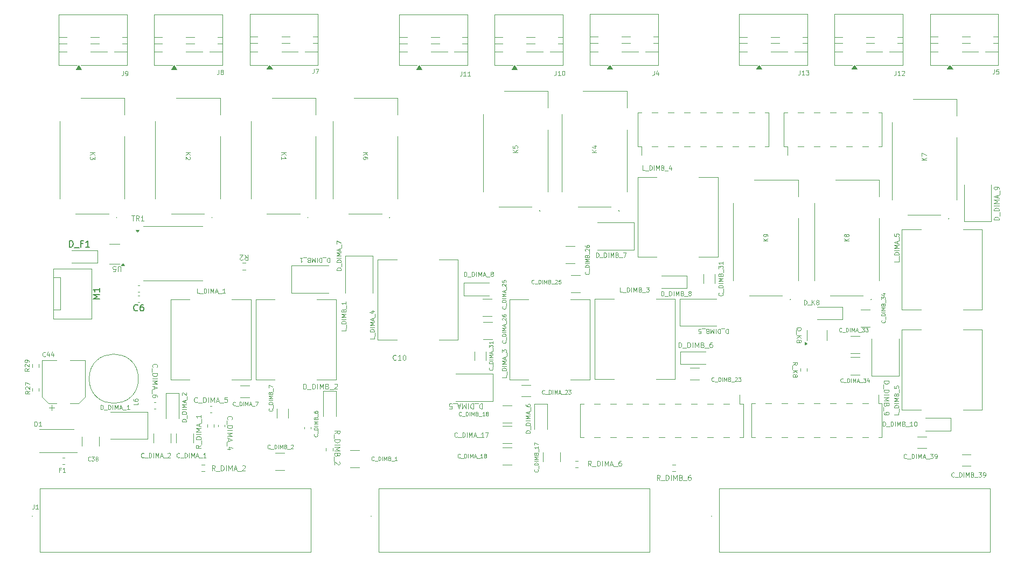
<source format=gbr>
%TF.GenerationSoftware,KiCad,Pcbnew,9.0.4*%
%TF.CreationDate,2025-10-09T13:35:14+02:00*%
%TF.ProjectId,io-gateway,696f2d67-6174-4657-9761-792e6b696361,rev?*%
%TF.SameCoordinates,Original*%
%TF.FileFunction,Legend,Top*%
%TF.FilePolarity,Positive*%
%FSLAX46Y46*%
G04 Gerber Fmt 4.6, Leading zero omitted, Abs format (unit mm)*
G04 Created by KiCad (PCBNEW 9.0.4) date 2025-10-09 13:35:14*
%MOMM*%
%LPD*%
G01*
G04 APERTURE LIST*
%ADD10C,0.100000*%
%ADD11C,0.150000*%
%ADD12C,0.080000*%
%ADD13C,0.120000*%
G04 APERTURE END LIST*
D10*
X139554267Y-118389894D02*
X139287600Y-118008941D01*
X139097124Y-118389894D02*
X139097124Y-117589894D01*
X139097124Y-117589894D02*
X139401886Y-117589894D01*
X139401886Y-117589894D02*
X139478076Y-117627989D01*
X139478076Y-117627989D02*
X139516171Y-117666084D01*
X139516171Y-117666084D02*
X139554267Y-117742275D01*
X139554267Y-117742275D02*
X139554267Y-117856560D01*
X139554267Y-117856560D02*
X139516171Y-117932751D01*
X139516171Y-117932751D02*
X139478076Y-117970846D01*
X139478076Y-117970846D02*
X139401886Y-118008941D01*
X139401886Y-118008941D02*
X139097124Y-118008941D01*
X139706648Y-118466084D02*
X140316171Y-118466084D01*
X140506648Y-118389894D02*
X140506648Y-117589894D01*
X140506648Y-117589894D02*
X140697124Y-117589894D01*
X140697124Y-117589894D02*
X140811410Y-117627989D01*
X140811410Y-117627989D02*
X140887600Y-117704179D01*
X140887600Y-117704179D02*
X140925695Y-117780370D01*
X140925695Y-117780370D02*
X140963791Y-117932751D01*
X140963791Y-117932751D02*
X140963791Y-118047037D01*
X140963791Y-118047037D02*
X140925695Y-118199418D01*
X140925695Y-118199418D02*
X140887600Y-118275608D01*
X140887600Y-118275608D02*
X140811410Y-118351799D01*
X140811410Y-118351799D02*
X140697124Y-118389894D01*
X140697124Y-118389894D02*
X140506648Y-118389894D01*
X141306648Y-118389894D02*
X141306648Y-117589894D01*
X141687600Y-118389894D02*
X141687600Y-117589894D01*
X141687600Y-117589894D02*
X141954266Y-118161322D01*
X141954266Y-118161322D02*
X142220933Y-117589894D01*
X142220933Y-117589894D02*
X142220933Y-118389894D01*
X142563790Y-118161322D02*
X142944743Y-118161322D01*
X142487600Y-118389894D02*
X142754267Y-117589894D01*
X142754267Y-117589894D02*
X143020933Y-118389894D01*
X143097124Y-118466084D02*
X143706647Y-118466084D01*
X144239981Y-117589894D02*
X144087600Y-117589894D01*
X144087600Y-117589894D02*
X144011409Y-117627989D01*
X144011409Y-117627989D02*
X143973314Y-117666084D01*
X143973314Y-117666084D02*
X143897124Y-117780370D01*
X143897124Y-117780370D02*
X143859028Y-117932751D01*
X143859028Y-117932751D02*
X143859028Y-118237513D01*
X143859028Y-118237513D02*
X143897124Y-118313703D01*
X143897124Y-118313703D02*
X143935219Y-118351799D01*
X143935219Y-118351799D02*
X144011409Y-118389894D01*
X144011409Y-118389894D02*
X144163790Y-118389894D01*
X144163790Y-118389894D02*
X144239981Y-118351799D01*
X144239981Y-118351799D02*
X144278076Y-118313703D01*
X144278076Y-118313703D02*
X144316171Y-118237513D01*
X144316171Y-118237513D02*
X144316171Y-118047037D01*
X144316171Y-118047037D02*
X144278076Y-117970846D01*
X144278076Y-117970846D02*
X144239981Y-117932751D01*
X144239981Y-117932751D02*
X144163790Y-117894656D01*
X144163790Y-117894656D02*
X144011409Y-117894656D01*
X144011409Y-117894656D02*
X143935219Y-117932751D01*
X143935219Y-117932751D02*
X143897124Y-117970846D01*
X143897124Y-117970846D02*
X143859028Y-118047037D01*
X108885714Y-101658704D02*
X108847618Y-101696800D01*
X108847618Y-101696800D02*
X108733333Y-101734895D01*
X108733333Y-101734895D02*
X108657142Y-101734895D01*
X108657142Y-101734895D02*
X108542856Y-101696800D01*
X108542856Y-101696800D02*
X108466666Y-101620609D01*
X108466666Y-101620609D02*
X108428571Y-101544419D01*
X108428571Y-101544419D02*
X108390475Y-101392038D01*
X108390475Y-101392038D02*
X108390475Y-101277752D01*
X108390475Y-101277752D02*
X108428571Y-101125371D01*
X108428571Y-101125371D02*
X108466666Y-101049180D01*
X108466666Y-101049180D02*
X108542856Y-100972990D01*
X108542856Y-100972990D02*
X108657142Y-100934895D01*
X108657142Y-100934895D02*
X108733333Y-100934895D01*
X108733333Y-100934895D02*
X108847618Y-100972990D01*
X108847618Y-100972990D02*
X108885714Y-101011085D01*
X109647618Y-101734895D02*
X109190475Y-101734895D01*
X109419047Y-101734895D02*
X109419047Y-100934895D01*
X109419047Y-100934895D02*
X109342856Y-101049180D01*
X109342856Y-101049180D02*
X109266666Y-101125371D01*
X109266666Y-101125371D02*
X109190475Y-101163466D01*
X110142857Y-100934895D02*
X110219047Y-100934895D01*
X110219047Y-100934895D02*
X110295238Y-100972990D01*
X110295238Y-100972990D02*
X110333333Y-101011085D01*
X110333333Y-101011085D02*
X110371428Y-101087276D01*
X110371428Y-101087276D02*
X110409523Y-101239657D01*
X110409523Y-101239657D02*
X110409523Y-101430133D01*
X110409523Y-101430133D02*
X110371428Y-101582514D01*
X110371428Y-101582514D02*
X110333333Y-101658704D01*
X110333333Y-101658704D02*
X110295238Y-101696800D01*
X110295238Y-101696800D02*
X110219047Y-101734895D01*
X110219047Y-101734895D02*
X110142857Y-101734895D01*
X110142857Y-101734895D02*
X110066666Y-101696800D01*
X110066666Y-101696800D02*
X110028571Y-101658704D01*
X110028571Y-101658704D02*
X109990476Y-101582514D01*
X109990476Y-101582514D02*
X109952380Y-101430133D01*
X109952380Y-101430133D02*
X109952380Y-101239657D01*
X109952380Y-101239657D02*
X109990476Y-101087276D01*
X109990476Y-101087276D02*
X110028571Y-101011085D01*
X110028571Y-101011085D02*
X110066666Y-100972990D01*
X110066666Y-100972990D02*
X110142857Y-100934895D01*
X150359524Y-120614895D02*
X150092857Y-120233942D01*
X149902381Y-120614895D02*
X149902381Y-119814895D01*
X149902381Y-119814895D02*
X150207143Y-119814895D01*
X150207143Y-119814895D02*
X150283333Y-119852990D01*
X150283333Y-119852990D02*
X150321428Y-119891085D01*
X150321428Y-119891085D02*
X150359524Y-119967276D01*
X150359524Y-119967276D02*
X150359524Y-120081561D01*
X150359524Y-120081561D02*
X150321428Y-120157752D01*
X150321428Y-120157752D02*
X150283333Y-120195847D01*
X150283333Y-120195847D02*
X150207143Y-120233942D01*
X150207143Y-120233942D02*
X149902381Y-120233942D01*
X150511905Y-120691085D02*
X151121428Y-120691085D01*
X151311905Y-120614895D02*
X151311905Y-119814895D01*
X151311905Y-119814895D02*
X151502381Y-119814895D01*
X151502381Y-119814895D02*
X151616667Y-119852990D01*
X151616667Y-119852990D02*
X151692857Y-119929180D01*
X151692857Y-119929180D02*
X151730952Y-120005371D01*
X151730952Y-120005371D02*
X151769048Y-120157752D01*
X151769048Y-120157752D02*
X151769048Y-120272038D01*
X151769048Y-120272038D02*
X151730952Y-120424419D01*
X151730952Y-120424419D02*
X151692857Y-120500609D01*
X151692857Y-120500609D02*
X151616667Y-120576800D01*
X151616667Y-120576800D02*
X151502381Y-120614895D01*
X151502381Y-120614895D02*
X151311905Y-120614895D01*
X152111905Y-120614895D02*
X152111905Y-119814895D01*
X152492857Y-120614895D02*
X152492857Y-119814895D01*
X152492857Y-119814895D02*
X152759523Y-120386323D01*
X152759523Y-120386323D02*
X153026190Y-119814895D01*
X153026190Y-119814895D02*
X153026190Y-120614895D01*
X153673809Y-120195847D02*
X153788095Y-120233942D01*
X153788095Y-120233942D02*
X153826190Y-120272038D01*
X153826190Y-120272038D02*
X153864286Y-120348228D01*
X153864286Y-120348228D02*
X153864286Y-120462514D01*
X153864286Y-120462514D02*
X153826190Y-120538704D01*
X153826190Y-120538704D02*
X153788095Y-120576800D01*
X153788095Y-120576800D02*
X153711905Y-120614895D01*
X153711905Y-120614895D02*
X153407143Y-120614895D01*
X153407143Y-120614895D02*
X153407143Y-119814895D01*
X153407143Y-119814895D02*
X153673809Y-119814895D01*
X153673809Y-119814895D02*
X153750000Y-119852990D01*
X153750000Y-119852990D02*
X153788095Y-119891085D01*
X153788095Y-119891085D02*
X153826190Y-119967276D01*
X153826190Y-119967276D02*
X153826190Y-120043466D01*
X153826190Y-120043466D02*
X153788095Y-120119657D01*
X153788095Y-120119657D02*
X153750000Y-120157752D01*
X153750000Y-120157752D02*
X153673809Y-120195847D01*
X153673809Y-120195847D02*
X153407143Y-120195847D01*
X154016667Y-120691085D02*
X154626190Y-120691085D01*
X155159524Y-119814895D02*
X155007143Y-119814895D01*
X155007143Y-119814895D02*
X154930952Y-119852990D01*
X154930952Y-119852990D02*
X154892857Y-119891085D01*
X154892857Y-119891085D02*
X154816667Y-120005371D01*
X154816667Y-120005371D02*
X154778571Y-120157752D01*
X154778571Y-120157752D02*
X154778571Y-120462514D01*
X154778571Y-120462514D02*
X154816667Y-120538704D01*
X154816667Y-120538704D02*
X154854762Y-120576800D01*
X154854762Y-120576800D02*
X154930952Y-120614895D01*
X154930952Y-120614895D02*
X155083333Y-120614895D01*
X155083333Y-120614895D02*
X155159524Y-120576800D01*
X155159524Y-120576800D02*
X155197619Y-120538704D01*
X155197619Y-120538704D02*
X155235714Y-120462514D01*
X155235714Y-120462514D02*
X155235714Y-120272038D01*
X155235714Y-120272038D02*
X155197619Y-120195847D01*
X155197619Y-120195847D02*
X155159524Y-120157752D01*
X155159524Y-120157752D02*
X155083333Y-120119657D01*
X155083333Y-120119657D02*
X154930952Y-120119657D01*
X154930952Y-120119657D02*
X154854762Y-120157752D01*
X154854762Y-120157752D02*
X154816667Y-120195847D01*
X154816667Y-120195847D02*
X154778571Y-120272038D01*
X69233333Y-117001966D02*
X69200000Y-117035300D01*
X69200000Y-117035300D02*
X69100000Y-117068633D01*
X69100000Y-117068633D02*
X69033333Y-117068633D01*
X69033333Y-117068633D02*
X68933333Y-117035300D01*
X68933333Y-117035300D02*
X68866667Y-116968633D01*
X68866667Y-116968633D02*
X68833333Y-116901966D01*
X68833333Y-116901966D02*
X68800000Y-116768633D01*
X68800000Y-116768633D02*
X68800000Y-116668633D01*
X68800000Y-116668633D02*
X68833333Y-116535300D01*
X68833333Y-116535300D02*
X68866667Y-116468633D01*
X68866667Y-116468633D02*
X68933333Y-116401966D01*
X68933333Y-116401966D02*
X69033333Y-116368633D01*
X69033333Y-116368633D02*
X69100000Y-116368633D01*
X69100000Y-116368633D02*
X69200000Y-116401966D01*
X69200000Y-116401966D02*
X69233333Y-116435300D01*
X69366667Y-117135300D02*
X69900000Y-117135300D01*
X70066666Y-117068633D02*
X70066666Y-116368633D01*
X70066666Y-116368633D02*
X70233333Y-116368633D01*
X70233333Y-116368633D02*
X70333333Y-116401966D01*
X70333333Y-116401966D02*
X70400000Y-116468633D01*
X70400000Y-116468633D02*
X70433333Y-116535300D01*
X70433333Y-116535300D02*
X70466666Y-116668633D01*
X70466666Y-116668633D02*
X70466666Y-116768633D01*
X70466666Y-116768633D02*
X70433333Y-116901966D01*
X70433333Y-116901966D02*
X70400000Y-116968633D01*
X70400000Y-116968633D02*
X70333333Y-117035300D01*
X70333333Y-117035300D02*
X70233333Y-117068633D01*
X70233333Y-117068633D02*
X70066666Y-117068633D01*
X70766666Y-117068633D02*
X70766666Y-116368633D01*
X71099999Y-117068633D02*
X71099999Y-116368633D01*
X71099999Y-116368633D02*
X71333333Y-116868633D01*
X71333333Y-116868633D02*
X71566666Y-116368633D01*
X71566666Y-116368633D02*
X71566666Y-117068633D01*
X71866666Y-116868633D02*
X72199999Y-116868633D01*
X71799999Y-117068633D02*
X72033333Y-116368633D01*
X72033333Y-116368633D02*
X72266666Y-117068633D01*
X72333333Y-117135300D02*
X72866666Y-117135300D01*
X72999999Y-116435300D02*
X73033332Y-116401966D01*
X73033332Y-116401966D02*
X73099999Y-116368633D01*
X73099999Y-116368633D02*
X73266666Y-116368633D01*
X73266666Y-116368633D02*
X73333332Y-116401966D01*
X73333332Y-116401966D02*
X73366666Y-116435300D01*
X73366666Y-116435300D02*
X73399999Y-116501966D01*
X73399999Y-116501966D02*
X73399999Y-116568633D01*
X73399999Y-116568633D02*
X73366666Y-116668633D01*
X73366666Y-116668633D02*
X72966666Y-117068633D01*
X72966666Y-117068633D02*
X73399999Y-117068633D01*
X98430266Y-85682966D02*
X98430266Y-86382966D01*
X98430266Y-86382966D02*
X98263599Y-86382966D01*
X98263599Y-86382966D02*
X98163599Y-86349633D01*
X98163599Y-86349633D02*
X98096933Y-86282966D01*
X98096933Y-86282966D02*
X98063599Y-86216300D01*
X98063599Y-86216300D02*
X98030266Y-86082966D01*
X98030266Y-86082966D02*
X98030266Y-85982966D01*
X98030266Y-85982966D02*
X98063599Y-85849633D01*
X98063599Y-85849633D02*
X98096933Y-85782966D01*
X98096933Y-85782966D02*
X98163599Y-85716300D01*
X98163599Y-85716300D02*
X98263599Y-85682966D01*
X98263599Y-85682966D02*
X98430266Y-85682966D01*
X97896933Y-85616300D02*
X97363599Y-85616300D01*
X97196933Y-85682966D02*
X97196933Y-86382966D01*
X97196933Y-86382966D02*
X97030266Y-86382966D01*
X97030266Y-86382966D02*
X96930266Y-86349633D01*
X96930266Y-86349633D02*
X96863600Y-86282966D01*
X96863600Y-86282966D02*
X96830266Y-86216300D01*
X96830266Y-86216300D02*
X96796933Y-86082966D01*
X96796933Y-86082966D02*
X96796933Y-85982966D01*
X96796933Y-85982966D02*
X96830266Y-85849633D01*
X96830266Y-85849633D02*
X96863600Y-85782966D01*
X96863600Y-85782966D02*
X96930266Y-85716300D01*
X96930266Y-85716300D02*
X97030266Y-85682966D01*
X97030266Y-85682966D02*
X97196933Y-85682966D01*
X96496933Y-85682966D02*
X96496933Y-86382966D01*
X96163600Y-85682966D02*
X96163600Y-86382966D01*
X96163600Y-86382966D02*
X95930267Y-85882966D01*
X95930267Y-85882966D02*
X95696933Y-86382966D01*
X95696933Y-86382966D02*
X95696933Y-85682966D01*
X95130267Y-86049633D02*
X95030267Y-86016300D01*
X95030267Y-86016300D02*
X94996933Y-85982966D01*
X94996933Y-85982966D02*
X94963600Y-85916300D01*
X94963600Y-85916300D02*
X94963600Y-85816300D01*
X94963600Y-85816300D02*
X94996933Y-85749633D01*
X94996933Y-85749633D02*
X95030267Y-85716300D01*
X95030267Y-85716300D02*
X95096933Y-85682966D01*
X95096933Y-85682966D02*
X95363600Y-85682966D01*
X95363600Y-85682966D02*
X95363600Y-86382966D01*
X95363600Y-86382966D02*
X95130267Y-86382966D01*
X95130267Y-86382966D02*
X95063600Y-86349633D01*
X95063600Y-86349633D02*
X95030267Y-86316300D01*
X95030267Y-86316300D02*
X94996933Y-86249633D01*
X94996933Y-86249633D02*
X94996933Y-86182966D01*
X94996933Y-86182966D02*
X95030267Y-86116300D01*
X95030267Y-86116300D02*
X95063600Y-86082966D01*
X95063600Y-86082966D02*
X95130267Y-86049633D01*
X95130267Y-86049633D02*
X95363600Y-86049633D01*
X94830267Y-85616300D02*
X94296933Y-85616300D01*
X93763600Y-85682966D02*
X94163600Y-85682966D01*
X93963600Y-85682966D02*
X93963600Y-86382966D01*
X93963600Y-86382966D02*
X94030267Y-86282966D01*
X94030267Y-86282966D02*
X94096934Y-86216300D01*
X94096934Y-86216300D02*
X94163600Y-86182966D01*
X167317633Y-83010666D02*
X166617633Y-83010666D01*
X167317633Y-82610666D02*
X166917633Y-82910666D01*
X166617633Y-82610666D02*
X167017633Y-83010666D01*
X167317633Y-82277333D02*
X167317633Y-82143999D01*
X167317633Y-82143999D02*
X167284300Y-82077333D01*
X167284300Y-82077333D02*
X167250966Y-82043999D01*
X167250966Y-82043999D02*
X167150966Y-81977333D01*
X167150966Y-81977333D02*
X167017633Y-81943999D01*
X167017633Y-81943999D02*
X166750966Y-81943999D01*
X166750966Y-81943999D02*
X166684300Y-81977333D01*
X166684300Y-81977333D02*
X166650966Y-82010666D01*
X166650966Y-82010666D02*
X166617633Y-82077333D01*
X166617633Y-82077333D02*
X166617633Y-82210666D01*
X166617633Y-82210666D02*
X166650966Y-82277333D01*
X166650966Y-82277333D02*
X166684300Y-82310666D01*
X166684300Y-82310666D02*
X166750966Y-82343999D01*
X166750966Y-82343999D02*
X166917633Y-82343999D01*
X166917633Y-82343999D02*
X166984300Y-82310666D01*
X166984300Y-82310666D02*
X167017633Y-82277333D01*
X167017633Y-82277333D02*
X167050966Y-82210666D01*
X167050966Y-82210666D02*
X167050966Y-82077333D01*
X167050966Y-82077333D02*
X167017633Y-82010666D01*
X167017633Y-82010666D02*
X166984300Y-81977333D01*
X166984300Y-81977333D02*
X166917633Y-81943999D01*
X52083333Y-112118633D02*
X52083333Y-111418633D01*
X52083333Y-111418633D02*
X52250000Y-111418633D01*
X52250000Y-111418633D02*
X52350000Y-111451966D01*
X52350000Y-111451966D02*
X52416667Y-111518633D01*
X52416667Y-111518633D02*
X52450000Y-111585300D01*
X52450000Y-111585300D02*
X52483333Y-111718633D01*
X52483333Y-111718633D02*
X52483333Y-111818633D01*
X52483333Y-111818633D02*
X52450000Y-111951966D01*
X52450000Y-111951966D02*
X52416667Y-112018633D01*
X52416667Y-112018633D02*
X52350000Y-112085300D01*
X52350000Y-112085300D02*
X52250000Y-112118633D01*
X52250000Y-112118633D02*
X52083333Y-112118633D01*
X53150000Y-112118633D02*
X52750000Y-112118633D01*
X52950000Y-112118633D02*
X52950000Y-111418633D01*
X52950000Y-111418633D02*
X52883333Y-111518633D01*
X52883333Y-111518633D02*
X52816667Y-111585300D01*
X52816667Y-111585300D02*
X52750000Y-111618633D01*
X100268633Y-87616666D02*
X99568633Y-87616666D01*
X99568633Y-87616666D02*
X99568633Y-87449999D01*
X99568633Y-87449999D02*
X99601966Y-87349999D01*
X99601966Y-87349999D02*
X99668633Y-87283333D01*
X99668633Y-87283333D02*
X99735300Y-87249999D01*
X99735300Y-87249999D02*
X99868633Y-87216666D01*
X99868633Y-87216666D02*
X99968633Y-87216666D01*
X99968633Y-87216666D02*
X100101966Y-87249999D01*
X100101966Y-87249999D02*
X100168633Y-87283333D01*
X100168633Y-87283333D02*
X100235300Y-87349999D01*
X100235300Y-87349999D02*
X100268633Y-87449999D01*
X100268633Y-87449999D02*
X100268633Y-87616666D01*
X100335300Y-87083333D02*
X100335300Y-86549999D01*
X100268633Y-86383333D02*
X99568633Y-86383333D01*
X99568633Y-86383333D02*
X99568633Y-86216666D01*
X99568633Y-86216666D02*
X99601966Y-86116666D01*
X99601966Y-86116666D02*
X99668633Y-86050000D01*
X99668633Y-86050000D02*
X99735300Y-86016666D01*
X99735300Y-86016666D02*
X99868633Y-85983333D01*
X99868633Y-85983333D02*
X99968633Y-85983333D01*
X99968633Y-85983333D02*
X100101966Y-86016666D01*
X100101966Y-86016666D02*
X100168633Y-86050000D01*
X100168633Y-86050000D02*
X100235300Y-86116666D01*
X100235300Y-86116666D02*
X100268633Y-86216666D01*
X100268633Y-86216666D02*
X100268633Y-86383333D01*
X100268633Y-85683333D02*
X99568633Y-85683333D01*
X100268633Y-85350000D02*
X99568633Y-85350000D01*
X99568633Y-85350000D02*
X100068633Y-85116667D01*
X100068633Y-85116667D02*
X99568633Y-84883333D01*
X99568633Y-84883333D02*
X100268633Y-84883333D01*
X100068633Y-84583333D02*
X100068633Y-84250000D01*
X100268633Y-84650000D02*
X99568633Y-84416667D01*
X99568633Y-84416667D02*
X100268633Y-84183333D01*
X100335300Y-84116667D02*
X100335300Y-83583333D01*
X99568633Y-83483334D02*
X99568633Y-83016667D01*
X99568633Y-83016667D02*
X100268633Y-83316667D01*
X53760999Y-101115366D02*
X53727666Y-101148700D01*
X53727666Y-101148700D02*
X53627666Y-101182033D01*
X53627666Y-101182033D02*
X53560999Y-101182033D01*
X53560999Y-101182033D02*
X53460999Y-101148700D01*
X53460999Y-101148700D02*
X53394333Y-101082033D01*
X53394333Y-101082033D02*
X53360999Y-101015366D01*
X53360999Y-101015366D02*
X53327666Y-100882033D01*
X53327666Y-100882033D02*
X53327666Y-100782033D01*
X53327666Y-100782033D02*
X53360999Y-100648700D01*
X53360999Y-100648700D02*
X53394333Y-100582033D01*
X53394333Y-100582033D02*
X53460999Y-100515366D01*
X53460999Y-100515366D02*
X53560999Y-100482033D01*
X53560999Y-100482033D02*
X53627666Y-100482033D01*
X53627666Y-100482033D02*
X53727666Y-100515366D01*
X53727666Y-100515366D02*
X53760999Y-100548700D01*
X54360999Y-100715366D02*
X54360999Y-101182033D01*
X54194333Y-100448700D02*
X54027666Y-100948700D01*
X54027666Y-100948700D02*
X54460999Y-100948700D01*
X55027666Y-100715366D02*
X55027666Y-101182033D01*
X54861000Y-100448700D02*
X54694333Y-100948700D01*
X54694333Y-100948700D02*
X55127666Y-100948700D01*
X83600000Y-108865228D02*
X83571428Y-108893800D01*
X83571428Y-108893800D02*
X83485714Y-108922371D01*
X83485714Y-108922371D02*
X83428571Y-108922371D01*
X83428571Y-108922371D02*
X83342857Y-108893800D01*
X83342857Y-108893800D02*
X83285714Y-108836657D01*
X83285714Y-108836657D02*
X83257143Y-108779514D01*
X83257143Y-108779514D02*
X83228571Y-108665228D01*
X83228571Y-108665228D02*
X83228571Y-108579514D01*
X83228571Y-108579514D02*
X83257143Y-108465228D01*
X83257143Y-108465228D02*
X83285714Y-108408085D01*
X83285714Y-108408085D02*
X83342857Y-108350942D01*
X83342857Y-108350942D02*
X83428571Y-108322371D01*
X83428571Y-108322371D02*
X83485714Y-108322371D01*
X83485714Y-108322371D02*
X83571428Y-108350942D01*
X83571428Y-108350942D02*
X83600000Y-108379514D01*
X83714286Y-108979514D02*
X84171428Y-108979514D01*
X84314286Y-108922371D02*
X84314286Y-108322371D01*
X84314286Y-108322371D02*
X84457143Y-108322371D01*
X84457143Y-108322371D02*
X84542857Y-108350942D01*
X84542857Y-108350942D02*
X84600000Y-108408085D01*
X84600000Y-108408085D02*
X84628571Y-108465228D01*
X84628571Y-108465228D02*
X84657143Y-108579514D01*
X84657143Y-108579514D02*
X84657143Y-108665228D01*
X84657143Y-108665228D02*
X84628571Y-108779514D01*
X84628571Y-108779514D02*
X84600000Y-108836657D01*
X84600000Y-108836657D02*
X84542857Y-108893800D01*
X84542857Y-108893800D02*
X84457143Y-108922371D01*
X84457143Y-108922371D02*
X84314286Y-108922371D01*
X84914286Y-108922371D02*
X84914286Y-108322371D01*
X85200000Y-108922371D02*
X85200000Y-108322371D01*
X85200000Y-108322371D02*
X85400000Y-108750942D01*
X85400000Y-108750942D02*
X85600000Y-108322371D01*
X85600000Y-108322371D02*
X85600000Y-108922371D01*
X85857142Y-108750942D02*
X86142857Y-108750942D01*
X85799999Y-108922371D02*
X85999999Y-108322371D01*
X85999999Y-108322371D02*
X86199999Y-108922371D01*
X86257143Y-108979514D02*
X86714285Y-108979514D01*
X86800000Y-108322371D02*
X87200000Y-108322371D01*
X87200000Y-108322371D02*
X86942857Y-108922371D01*
X118932085Y-117045228D02*
X118903513Y-117073800D01*
X118903513Y-117073800D02*
X118817799Y-117102371D01*
X118817799Y-117102371D02*
X118760656Y-117102371D01*
X118760656Y-117102371D02*
X118674942Y-117073800D01*
X118674942Y-117073800D02*
X118617799Y-117016657D01*
X118617799Y-117016657D02*
X118589228Y-116959514D01*
X118589228Y-116959514D02*
X118560656Y-116845228D01*
X118560656Y-116845228D02*
X118560656Y-116759514D01*
X118560656Y-116759514D02*
X118589228Y-116645228D01*
X118589228Y-116645228D02*
X118617799Y-116588085D01*
X118617799Y-116588085D02*
X118674942Y-116530942D01*
X118674942Y-116530942D02*
X118760656Y-116502371D01*
X118760656Y-116502371D02*
X118817799Y-116502371D01*
X118817799Y-116502371D02*
X118903513Y-116530942D01*
X118903513Y-116530942D02*
X118932085Y-116559514D01*
X119046371Y-117159514D02*
X119503513Y-117159514D01*
X119646371Y-117102371D02*
X119646371Y-116502371D01*
X119646371Y-116502371D02*
X119789228Y-116502371D01*
X119789228Y-116502371D02*
X119874942Y-116530942D01*
X119874942Y-116530942D02*
X119932085Y-116588085D01*
X119932085Y-116588085D02*
X119960656Y-116645228D01*
X119960656Y-116645228D02*
X119989228Y-116759514D01*
X119989228Y-116759514D02*
X119989228Y-116845228D01*
X119989228Y-116845228D02*
X119960656Y-116959514D01*
X119960656Y-116959514D02*
X119932085Y-117016657D01*
X119932085Y-117016657D02*
X119874942Y-117073800D01*
X119874942Y-117073800D02*
X119789228Y-117102371D01*
X119789228Y-117102371D02*
X119646371Y-117102371D01*
X120246371Y-117102371D02*
X120246371Y-116502371D01*
X120532085Y-117102371D02*
X120532085Y-116502371D01*
X120532085Y-116502371D02*
X120732085Y-116930942D01*
X120732085Y-116930942D02*
X120932085Y-116502371D01*
X120932085Y-116502371D02*
X120932085Y-117102371D01*
X121189227Y-116930942D02*
X121474942Y-116930942D01*
X121132084Y-117102371D02*
X121332084Y-116502371D01*
X121332084Y-116502371D02*
X121532084Y-117102371D01*
X121589228Y-117159514D02*
X122046370Y-117159514D01*
X122503513Y-117102371D02*
X122160656Y-117102371D01*
X122332085Y-117102371D02*
X122332085Y-116502371D01*
X122332085Y-116502371D02*
X122274942Y-116588085D01*
X122274942Y-116588085D02*
X122217799Y-116645228D01*
X122217799Y-116645228D02*
X122160656Y-116673800D01*
X122846371Y-116759514D02*
X122789228Y-116730942D01*
X122789228Y-116730942D02*
X122760657Y-116702371D01*
X122760657Y-116702371D02*
X122732085Y-116645228D01*
X122732085Y-116645228D02*
X122732085Y-116616657D01*
X122732085Y-116616657D02*
X122760657Y-116559514D01*
X122760657Y-116559514D02*
X122789228Y-116530942D01*
X122789228Y-116530942D02*
X122846371Y-116502371D01*
X122846371Y-116502371D02*
X122960657Y-116502371D01*
X122960657Y-116502371D02*
X123017800Y-116530942D01*
X123017800Y-116530942D02*
X123046371Y-116559514D01*
X123046371Y-116559514D02*
X123074942Y-116616657D01*
X123074942Y-116616657D02*
X123074942Y-116645228D01*
X123074942Y-116645228D02*
X123046371Y-116702371D01*
X123046371Y-116702371D02*
X123017800Y-116730942D01*
X123017800Y-116730942D02*
X122960657Y-116759514D01*
X122960657Y-116759514D02*
X122846371Y-116759514D01*
X122846371Y-116759514D02*
X122789228Y-116788085D01*
X122789228Y-116788085D02*
X122760657Y-116816657D01*
X122760657Y-116816657D02*
X122732085Y-116873800D01*
X122732085Y-116873800D02*
X122732085Y-116988085D01*
X122732085Y-116988085D02*
X122760657Y-117045228D01*
X122760657Y-117045228D02*
X122789228Y-117073800D01*
X122789228Y-117073800D02*
X122846371Y-117102371D01*
X122846371Y-117102371D02*
X122960657Y-117102371D01*
X122960657Y-117102371D02*
X123017800Y-117073800D01*
X123017800Y-117073800D02*
X123046371Y-117045228D01*
X123046371Y-117045228D02*
X123074942Y-116988085D01*
X123074942Y-116988085D02*
X123074942Y-116873800D01*
X123074942Y-116873800D02*
X123046371Y-116816657D01*
X123046371Y-116816657D02*
X123017800Y-116788085D01*
X123017800Y-116788085D02*
X122960657Y-116759514D01*
X51963666Y-124459633D02*
X51963666Y-124959633D01*
X51963666Y-124959633D02*
X51930333Y-125059633D01*
X51930333Y-125059633D02*
X51863666Y-125126300D01*
X51863666Y-125126300D02*
X51763666Y-125159633D01*
X51763666Y-125159633D02*
X51697000Y-125159633D01*
X52663666Y-125159633D02*
X52263666Y-125159633D01*
X52463666Y-125159633D02*
X52463666Y-124459633D01*
X52463666Y-124459633D02*
X52396999Y-124559633D01*
X52396999Y-124559633D02*
X52330333Y-124626300D01*
X52330333Y-124626300D02*
X52263666Y-124659633D01*
X173034466Y-93028633D02*
X173034466Y-92328633D01*
X173034466Y-92328633D02*
X173201133Y-92328633D01*
X173201133Y-92328633D02*
X173301133Y-92361966D01*
X173301133Y-92361966D02*
X173367800Y-92428633D01*
X173367800Y-92428633D02*
X173401133Y-92495300D01*
X173401133Y-92495300D02*
X173434466Y-92628633D01*
X173434466Y-92628633D02*
X173434466Y-92728633D01*
X173434466Y-92728633D02*
X173401133Y-92861966D01*
X173401133Y-92861966D02*
X173367800Y-92928633D01*
X173367800Y-92928633D02*
X173301133Y-92995300D01*
X173301133Y-92995300D02*
X173201133Y-93028633D01*
X173201133Y-93028633D02*
X173034466Y-93028633D01*
X173567800Y-93095300D02*
X174101133Y-93095300D01*
X174267799Y-93028633D02*
X174267799Y-92328633D01*
X174667799Y-93028633D02*
X174367799Y-92628633D01*
X174667799Y-92328633D02*
X174267799Y-92728633D01*
X175067799Y-92628633D02*
X175001133Y-92595300D01*
X175001133Y-92595300D02*
X174967799Y-92561966D01*
X174967799Y-92561966D02*
X174934466Y-92495300D01*
X174934466Y-92495300D02*
X174934466Y-92461966D01*
X174934466Y-92461966D02*
X174967799Y-92395300D01*
X174967799Y-92395300D02*
X175001133Y-92361966D01*
X175001133Y-92361966D02*
X175067799Y-92328633D01*
X175067799Y-92328633D02*
X175201133Y-92328633D01*
X175201133Y-92328633D02*
X175267799Y-92361966D01*
X175267799Y-92361966D02*
X175301133Y-92395300D01*
X175301133Y-92395300D02*
X175334466Y-92461966D01*
X175334466Y-92461966D02*
X175334466Y-92495300D01*
X175334466Y-92495300D02*
X175301133Y-92561966D01*
X175301133Y-92561966D02*
X175267799Y-92595300D01*
X175267799Y-92595300D02*
X175201133Y-92628633D01*
X175201133Y-92628633D02*
X175067799Y-92628633D01*
X175067799Y-92628633D02*
X175001133Y-92661966D01*
X175001133Y-92661966D02*
X174967799Y-92695300D01*
X174967799Y-92695300D02*
X174934466Y-92761966D01*
X174934466Y-92761966D02*
X174934466Y-92895300D01*
X174934466Y-92895300D02*
X174967799Y-92961966D01*
X174967799Y-92961966D02*
X175001133Y-92995300D01*
X175001133Y-92995300D02*
X175067799Y-93028633D01*
X175067799Y-93028633D02*
X175201133Y-93028633D01*
X175201133Y-93028633D02*
X175267799Y-92995300D01*
X175267799Y-92995300D02*
X175301133Y-92961966D01*
X175301133Y-92961966D02*
X175334466Y-92895300D01*
X175334466Y-92895300D02*
X175334466Y-92761966D01*
X175334466Y-92761966D02*
X175301133Y-92695300D01*
X175301133Y-92695300D02*
X175267799Y-92661966D01*
X175267799Y-92661966D02*
X175201133Y-92628633D01*
X140346133Y-85563833D02*
X140346133Y-84863833D01*
X140346133Y-84863833D02*
X140512800Y-84863833D01*
X140512800Y-84863833D02*
X140612800Y-84897166D01*
X140612800Y-84897166D02*
X140679467Y-84963833D01*
X140679467Y-84963833D02*
X140712800Y-85030500D01*
X140712800Y-85030500D02*
X140746133Y-85163833D01*
X140746133Y-85163833D02*
X140746133Y-85263833D01*
X140746133Y-85263833D02*
X140712800Y-85397166D01*
X140712800Y-85397166D02*
X140679467Y-85463833D01*
X140679467Y-85463833D02*
X140612800Y-85530500D01*
X140612800Y-85530500D02*
X140512800Y-85563833D01*
X140512800Y-85563833D02*
X140346133Y-85563833D01*
X140879467Y-85630500D02*
X141412800Y-85630500D01*
X141579466Y-85563833D02*
X141579466Y-84863833D01*
X141579466Y-84863833D02*
X141746133Y-84863833D01*
X141746133Y-84863833D02*
X141846133Y-84897166D01*
X141846133Y-84897166D02*
X141912800Y-84963833D01*
X141912800Y-84963833D02*
X141946133Y-85030500D01*
X141946133Y-85030500D02*
X141979466Y-85163833D01*
X141979466Y-85163833D02*
X141979466Y-85263833D01*
X141979466Y-85263833D02*
X141946133Y-85397166D01*
X141946133Y-85397166D02*
X141912800Y-85463833D01*
X141912800Y-85463833D02*
X141846133Y-85530500D01*
X141846133Y-85530500D02*
X141746133Y-85563833D01*
X141746133Y-85563833D02*
X141579466Y-85563833D01*
X142279466Y-85563833D02*
X142279466Y-84863833D01*
X142612799Y-85563833D02*
X142612799Y-84863833D01*
X142612799Y-84863833D02*
X142846133Y-85363833D01*
X142846133Y-85363833D02*
X143079466Y-84863833D01*
X143079466Y-84863833D02*
X143079466Y-85563833D01*
X143646133Y-85197166D02*
X143746133Y-85230500D01*
X143746133Y-85230500D02*
X143779466Y-85263833D01*
X143779466Y-85263833D02*
X143812799Y-85330500D01*
X143812799Y-85330500D02*
X143812799Y-85430500D01*
X143812799Y-85430500D02*
X143779466Y-85497166D01*
X143779466Y-85497166D02*
X143746133Y-85530500D01*
X143746133Y-85530500D02*
X143679466Y-85563833D01*
X143679466Y-85563833D02*
X143412799Y-85563833D01*
X143412799Y-85563833D02*
X143412799Y-84863833D01*
X143412799Y-84863833D02*
X143646133Y-84863833D01*
X143646133Y-84863833D02*
X143712799Y-84897166D01*
X143712799Y-84897166D02*
X143746133Y-84930500D01*
X143746133Y-84930500D02*
X143779466Y-84997166D01*
X143779466Y-84997166D02*
X143779466Y-85063833D01*
X143779466Y-85063833D02*
X143746133Y-85130500D01*
X143746133Y-85130500D02*
X143712799Y-85163833D01*
X143712799Y-85163833D02*
X143646133Y-85197166D01*
X143646133Y-85197166D02*
X143412799Y-85197166D01*
X143946133Y-85630500D02*
X144479466Y-85630500D01*
X144579466Y-84863833D02*
X145046132Y-84863833D01*
X145046132Y-84863833D02*
X144746132Y-85563833D01*
X179114685Y-105168028D02*
X179086113Y-105196600D01*
X179086113Y-105196600D02*
X179000399Y-105225171D01*
X179000399Y-105225171D02*
X178943256Y-105225171D01*
X178943256Y-105225171D02*
X178857542Y-105196600D01*
X178857542Y-105196600D02*
X178800399Y-105139457D01*
X178800399Y-105139457D02*
X178771828Y-105082314D01*
X178771828Y-105082314D02*
X178743256Y-104968028D01*
X178743256Y-104968028D02*
X178743256Y-104882314D01*
X178743256Y-104882314D02*
X178771828Y-104768028D01*
X178771828Y-104768028D02*
X178800399Y-104710885D01*
X178800399Y-104710885D02*
X178857542Y-104653742D01*
X178857542Y-104653742D02*
X178943256Y-104625171D01*
X178943256Y-104625171D02*
X179000399Y-104625171D01*
X179000399Y-104625171D02*
X179086113Y-104653742D01*
X179086113Y-104653742D02*
X179114685Y-104682314D01*
X179228971Y-105282314D02*
X179686113Y-105282314D01*
X179828971Y-105225171D02*
X179828971Y-104625171D01*
X179828971Y-104625171D02*
X179971828Y-104625171D01*
X179971828Y-104625171D02*
X180057542Y-104653742D01*
X180057542Y-104653742D02*
X180114685Y-104710885D01*
X180114685Y-104710885D02*
X180143256Y-104768028D01*
X180143256Y-104768028D02*
X180171828Y-104882314D01*
X180171828Y-104882314D02*
X180171828Y-104968028D01*
X180171828Y-104968028D02*
X180143256Y-105082314D01*
X180143256Y-105082314D02*
X180114685Y-105139457D01*
X180114685Y-105139457D02*
X180057542Y-105196600D01*
X180057542Y-105196600D02*
X179971828Y-105225171D01*
X179971828Y-105225171D02*
X179828971Y-105225171D01*
X180428971Y-105225171D02*
X180428971Y-104625171D01*
X180714685Y-105225171D02*
X180714685Y-104625171D01*
X180714685Y-104625171D02*
X180914685Y-105053742D01*
X180914685Y-105053742D02*
X181114685Y-104625171D01*
X181114685Y-104625171D02*
X181114685Y-105225171D01*
X181371827Y-105053742D02*
X181657542Y-105053742D01*
X181314684Y-105225171D02*
X181514684Y-104625171D01*
X181514684Y-104625171D02*
X181714684Y-105225171D01*
X181771828Y-105282314D02*
X182228970Y-105282314D01*
X182314685Y-104625171D02*
X182686113Y-104625171D01*
X182686113Y-104625171D02*
X182486113Y-104853742D01*
X182486113Y-104853742D02*
X182571828Y-104853742D01*
X182571828Y-104853742D02*
X182628971Y-104882314D01*
X182628971Y-104882314D02*
X182657542Y-104910885D01*
X182657542Y-104910885D02*
X182686113Y-104968028D01*
X182686113Y-104968028D02*
X182686113Y-105110885D01*
X182686113Y-105110885D02*
X182657542Y-105168028D01*
X182657542Y-105168028D02*
X182628971Y-105196600D01*
X182628971Y-105196600D02*
X182571828Y-105225171D01*
X182571828Y-105225171D02*
X182400399Y-105225171D01*
X182400399Y-105225171D02*
X182343256Y-105196600D01*
X182343256Y-105196600D02*
X182314685Y-105168028D01*
X183200400Y-104825171D02*
X183200400Y-105225171D01*
X183057542Y-104596600D02*
X182914685Y-105025171D01*
X182914685Y-105025171D02*
X183286114Y-105025171D01*
X75911433Y-111441866D02*
X75211433Y-111441866D01*
X75211433Y-111441866D02*
X75211433Y-111275199D01*
X75211433Y-111275199D02*
X75244766Y-111175199D01*
X75244766Y-111175199D02*
X75311433Y-111108533D01*
X75311433Y-111108533D02*
X75378100Y-111075199D01*
X75378100Y-111075199D02*
X75511433Y-111041866D01*
X75511433Y-111041866D02*
X75611433Y-111041866D01*
X75611433Y-111041866D02*
X75744766Y-111075199D01*
X75744766Y-111075199D02*
X75811433Y-111108533D01*
X75811433Y-111108533D02*
X75878100Y-111175199D01*
X75878100Y-111175199D02*
X75911433Y-111275199D01*
X75911433Y-111275199D02*
X75911433Y-111441866D01*
X75978100Y-110908533D02*
X75978100Y-110375199D01*
X75911433Y-110208533D02*
X75211433Y-110208533D01*
X75211433Y-110208533D02*
X75211433Y-110041866D01*
X75211433Y-110041866D02*
X75244766Y-109941866D01*
X75244766Y-109941866D02*
X75311433Y-109875200D01*
X75311433Y-109875200D02*
X75378100Y-109841866D01*
X75378100Y-109841866D02*
X75511433Y-109808533D01*
X75511433Y-109808533D02*
X75611433Y-109808533D01*
X75611433Y-109808533D02*
X75744766Y-109841866D01*
X75744766Y-109841866D02*
X75811433Y-109875200D01*
X75811433Y-109875200D02*
X75878100Y-109941866D01*
X75878100Y-109941866D02*
X75911433Y-110041866D01*
X75911433Y-110041866D02*
X75911433Y-110208533D01*
X75911433Y-109508533D02*
X75211433Y-109508533D01*
X75911433Y-109175200D02*
X75211433Y-109175200D01*
X75211433Y-109175200D02*
X75711433Y-108941867D01*
X75711433Y-108941867D02*
X75211433Y-108708533D01*
X75211433Y-108708533D02*
X75911433Y-108708533D01*
X75711433Y-108408533D02*
X75711433Y-108075200D01*
X75911433Y-108475200D02*
X75211433Y-108241867D01*
X75211433Y-108241867D02*
X75911433Y-108008533D01*
X75978100Y-107941867D02*
X75978100Y-107408533D01*
X75278100Y-107275200D02*
X75244766Y-107241867D01*
X75244766Y-107241867D02*
X75211433Y-107175200D01*
X75211433Y-107175200D02*
X75211433Y-107008534D01*
X75211433Y-107008534D02*
X75244766Y-106941867D01*
X75244766Y-106941867D02*
X75278100Y-106908534D01*
X75278100Y-106908534D02*
X75344766Y-106875200D01*
X75344766Y-106875200D02*
X75411433Y-106875200D01*
X75411433Y-106875200D02*
X75511433Y-106908534D01*
X75511433Y-106908534D02*
X75911433Y-107308534D01*
X75911433Y-107308534D02*
X75911433Y-106875200D01*
X77635667Y-108332704D02*
X77597571Y-108370800D01*
X77597571Y-108370800D02*
X77483286Y-108408895D01*
X77483286Y-108408895D02*
X77407095Y-108408895D01*
X77407095Y-108408895D02*
X77292809Y-108370800D01*
X77292809Y-108370800D02*
X77216619Y-108294609D01*
X77216619Y-108294609D02*
X77178524Y-108218419D01*
X77178524Y-108218419D02*
X77140428Y-108066038D01*
X77140428Y-108066038D02*
X77140428Y-107951752D01*
X77140428Y-107951752D02*
X77178524Y-107799371D01*
X77178524Y-107799371D02*
X77216619Y-107723180D01*
X77216619Y-107723180D02*
X77292809Y-107646990D01*
X77292809Y-107646990D02*
X77407095Y-107608895D01*
X77407095Y-107608895D02*
X77483286Y-107608895D01*
X77483286Y-107608895D02*
X77597571Y-107646990D01*
X77597571Y-107646990D02*
X77635667Y-107685085D01*
X77788048Y-108485085D02*
X78397571Y-108485085D01*
X78588048Y-108408895D02*
X78588048Y-107608895D01*
X78588048Y-107608895D02*
X78778524Y-107608895D01*
X78778524Y-107608895D02*
X78892810Y-107646990D01*
X78892810Y-107646990D02*
X78969000Y-107723180D01*
X78969000Y-107723180D02*
X79007095Y-107799371D01*
X79007095Y-107799371D02*
X79045191Y-107951752D01*
X79045191Y-107951752D02*
X79045191Y-108066038D01*
X79045191Y-108066038D02*
X79007095Y-108218419D01*
X79007095Y-108218419D02*
X78969000Y-108294609D01*
X78969000Y-108294609D02*
X78892810Y-108370800D01*
X78892810Y-108370800D02*
X78778524Y-108408895D01*
X78778524Y-108408895D02*
X78588048Y-108408895D01*
X79388048Y-108408895D02*
X79388048Y-107608895D01*
X79769000Y-108408895D02*
X79769000Y-107608895D01*
X79769000Y-107608895D02*
X80035666Y-108180323D01*
X80035666Y-108180323D02*
X80302333Y-107608895D01*
X80302333Y-107608895D02*
X80302333Y-108408895D01*
X80645190Y-108180323D02*
X81026143Y-108180323D01*
X80569000Y-108408895D02*
X80835667Y-107608895D01*
X80835667Y-107608895D02*
X81102333Y-108408895D01*
X81178524Y-108485085D02*
X81788047Y-108485085D01*
X82359476Y-107608895D02*
X81978524Y-107608895D01*
X81978524Y-107608895D02*
X81940428Y-107989847D01*
X81940428Y-107989847D02*
X81978524Y-107951752D01*
X81978524Y-107951752D02*
X82054714Y-107913657D01*
X82054714Y-107913657D02*
X82245190Y-107913657D01*
X82245190Y-107913657D02*
X82321381Y-107951752D01*
X82321381Y-107951752D02*
X82359476Y-107989847D01*
X82359476Y-107989847D02*
X82397571Y-108066038D01*
X82397571Y-108066038D02*
X82397571Y-108256514D01*
X82397571Y-108256514D02*
X82359476Y-108332704D01*
X82359476Y-108332704D02*
X82321381Y-108370800D01*
X82321381Y-108370800D02*
X82245190Y-108408895D01*
X82245190Y-108408895D02*
X82054714Y-108408895D01*
X82054714Y-108408895D02*
X81978524Y-108370800D01*
X81978524Y-108370800D02*
X81940428Y-108332704D01*
X202916666Y-56068633D02*
X202916666Y-56568633D01*
X202916666Y-56568633D02*
X202883333Y-56668633D01*
X202883333Y-56668633D02*
X202816666Y-56735300D01*
X202816666Y-56735300D02*
X202716666Y-56768633D01*
X202716666Y-56768633D02*
X202650000Y-56768633D01*
X203583333Y-56068633D02*
X203249999Y-56068633D01*
X203249999Y-56068633D02*
X203216666Y-56401966D01*
X203216666Y-56401966D02*
X203249999Y-56368633D01*
X203249999Y-56368633D02*
X203316666Y-56335300D01*
X203316666Y-56335300D02*
X203483333Y-56335300D01*
X203483333Y-56335300D02*
X203549999Y-56368633D01*
X203549999Y-56368633D02*
X203583333Y-56401966D01*
X203583333Y-56401966D02*
X203616666Y-56468633D01*
X203616666Y-56468633D02*
X203616666Y-56635300D01*
X203616666Y-56635300D02*
X203583333Y-56701966D01*
X203583333Y-56701966D02*
X203549999Y-56735300D01*
X203549999Y-56735300D02*
X203483333Y-56768633D01*
X203483333Y-56768633D02*
X203316666Y-56768633D01*
X203316666Y-56768633D02*
X203249999Y-56735300D01*
X203249999Y-56735300D02*
X203216666Y-56701966D01*
X131152228Y-118945771D02*
X131180800Y-118974343D01*
X131180800Y-118974343D02*
X131209371Y-119060057D01*
X131209371Y-119060057D02*
X131209371Y-119117200D01*
X131209371Y-119117200D02*
X131180800Y-119202914D01*
X131180800Y-119202914D02*
X131123657Y-119260057D01*
X131123657Y-119260057D02*
X131066514Y-119288628D01*
X131066514Y-119288628D02*
X130952228Y-119317200D01*
X130952228Y-119317200D02*
X130866514Y-119317200D01*
X130866514Y-119317200D02*
X130752228Y-119288628D01*
X130752228Y-119288628D02*
X130695085Y-119260057D01*
X130695085Y-119260057D02*
X130637942Y-119202914D01*
X130637942Y-119202914D02*
X130609371Y-119117200D01*
X130609371Y-119117200D02*
X130609371Y-119060057D01*
X130609371Y-119060057D02*
X130637942Y-118974343D01*
X130637942Y-118974343D02*
X130666514Y-118945771D01*
X131266514Y-118831486D02*
X131266514Y-118374343D01*
X131209371Y-118231485D02*
X130609371Y-118231485D01*
X130609371Y-118231485D02*
X130609371Y-118088628D01*
X130609371Y-118088628D02*
X130637942Y-118002914D01*
X130637942Y-118002914D02*
X130695085Y-117945771D01*
X130695085Y-117945771D02*
X130752228Y-117917200D01*
X130752228Y-117917200D02*
X130866514Y-117888628D01*
X130866514Y-117888628D02*
X130952228Y-117888628D01*
X130952228Y-117888628D02*
X131066514Y-117917200D01*
X131066514Y-117917200D02*
X131123657Y-117945771D01*
X131123657Y-117945771D02*
X131180800Y-118002914D01*
X131180800Y-118002914D02*
X131209371Y-118088628D01*
X131209371Y-118088628D02*
X131209371Y-118231485D01*
X131209371Y-117631485D02*
X130609371Y-117631485D01*
X131209371Y-117345771D02*
X130609371Y-117345771D01*
X130609371Y-117345771D02*
X131037942Y-117145771D01*
X131037942Y-117145771D02*
X130609371Y-116945771D01*
X130609371Y-116945771D02*
X131209371Y-116945771D01*
X130895085Y-116460057D02*
X130923657Y-116374343D01*
X130923657Y-116374343D02*
X130952228Y-116345772D01*
X130952228Y-116345772D02*
X131009371Y-116317200D01*
X131009371Y-116317200D02*
X131095085Y-116317200D01*
X131095085Y-116317200D02*
X131152228Y-116345772D01*
X131152228Y-116345772D02*
X131180800Y-116374343D01*
X131180800Y-116374343D02*
X131209371Y-116431486D01*
X131209371Y-116431486D02*
X131209371Y-116660057D01*
X131209371Y-116660057D02*
X130609371Y-116660057D01*
X130609371Y-116660057D02*
X130609371Y-116460057D01*
X130609371Y-116460057D02*
X130637942Y-116402915D01*
X130637942Y-116402915D02*
X130666514Y-116374343D01*
X130666514Y-116374343D02*
X130723657Y-116345772D01*
X130723657Y-116345772D02*
X130780800Y-116345772D01*
X130780800Y-116345772D02*
X130837942Y-116374343D01*
X130837942Y-116374343D02*
X130866514Y-116402915D01*
X130866514Y-116402915D02*
X130895085Y-116460057D01*
X130895085Y-116460057D02*
X130895085Y-116660057D01*
X131266514Y-116202915D02*
X131266514Y-115745772D01*
X131209371Y-115288629D02*
X131209371Y-115631486D01*
X131209371Y-115460057D02*
X130609371Y-115460057D01*
X130609371Y-115460057D02*
X130695085Y-115517200D01*
X130695085Y-115517200D02*
X130752228Y-115574343D01*
X130752228Y-115574343D02*
X130780800Y-115631486D01*
X130609371Y-115088628D02*
X130609371Y-114688628D01*
X130609371Y-114688628D02*
X131209371Y-114945771D01*
X95966666Y-55968633D02*
X95966666Y-56468633D01*
X95966666Y-56468633D02*
X95933333Y-56568633D01*
X95933333Y-56568633D02*
X95866666Y-56635300D01*
X95866666Y-56635300D02*
X95766666Y-56668633D01*
X95766666Y-56668633D02*
X95700000Y-56668633D01*
X96233333Y-55968633D02*
X96699999Y-55968633D01*
X96699999Y-55968633D02*
X96399999Y-56668633D01*
X192221633Y-70310666D02*
X191521633Y-70310666D01*
X192221633Y-69910666D02*
X191821633Y-70210666D01*
X191521633Y-69910666D02*
X191921633Y-70310666D01*
X191521633Y-69677333D02*
X191521633Y-69210666D01*
X191521633Y-69210666D02*
X192221633Y-69510666D01*
X105407143Y-117465228D02*
X105378571Y-117493800D01*
X105378571Y-117493800D02*
X105292857Y-117522371D01*
X105292857Y-117522371D02*
X105235714Y-117522371D01*
X105235714Y-117522371D02*
X105150000Y-117493800D01*
X105150000Y-117493800D02*
X105092857Y-117436657D01*
X105092857Y-117436657D02*
X105064286Y-117379514D01*
X105064286Y-117379514D02*
X105035714Y-117265228D01*
X105035714Y-117265228D02*
X105035714Y-117179514D01*
X105035714Y-117179514D02*
X105064286Y-117065228D01*
X105064286Y-117065228D02*
X105092857Y-117008085D01*
X105092857Y-117008085D02*
X105150000Y-116950942D01*
X105150000Y-116950942D02*
X105235714Y-116922371D01*
X105235714Y-116922371D02*
X105292857Y-116922371D01*
X105292857Y-116922371D02*
X105378571Y-116950942D01*
X105378571Y-116950942D02*
X105407143Y-116979514D01*
X105521429Y-117579514D02*
X105978571Y-117579514D01*
X106121429Y-117522371D02*
X106121429Y-116922371D01*
X106121429Y-116922371D02*
X106264286Y-116922371D01*
X106264286Y-116922371D02*
X106350000Y-116950942D01*
X106350000Y-116950942D02*
X106407143Y-117008085D01*
X106407143Y-117008085D02*
X106435714Y-117065228D01*
X106435714Y-117065228D02*
X106464286Y-117179514D01*
X106464286Y-117179514D02*
X106464286Y-117265228D01*
X106464286Y-117265228D02*
X106435714Y-117379514D01*
X106435714Y-117379514D02*
X106407143Y-117436657D01*
X106407143Y-117436657D02*
X106350000Y-117493800D01*
X106350000Y-117493800D02*
X106264286Y-117522371D01*
X106264286Y-117522371D02*
X106121429Y-117522371D01*
X106721429Y-117522371D02*
X106721429Y-116922371D01*
X107007143Y-117522371D02*
X107007143Y-116922371D01*
X107007143Y-116922371D02*
X107207143Y-117350942D01*
X107207143Y-117350942D02*
X107407143Y-116922371D01*
X107407143Y-116922371D02*
X107407143Y-117522371D01*
X107892857Y-117208085D02*
X107978571Y-117236657D01*
X107978571Y-117236657D02*
X108007142Y-117265228D01*
X108007142Y-117265228D02*
X108035714Y-117322371D01*
X108035714Y-117322371D02*
X108035714Y-117408085D01*
X108035714Y-117408085D02*
X108007142Y-117465228D01*
X108007142Y-117465228D02*
X107978571Y-117493800D01*
X107978571Y-117493800D02*
X107921428Y-117522371D01*
X107921428Y-117522371D02*
X107692857Y-117522371D01*
X107692857Y-117522371D02*
X107692857Y-116922371D01*
X107692857Y-116922371D02*
X107892857Y-116922371D01*
X107892857Y-116922371D02*
X107950000Y-116950942D01*
X107950000Y-116950942D02*
X107978571Y-116979514D01*
X107978571Y-116979514D02*
X108007142Y-117036657D01*
X108007142Y-117036657D02*
X108007142Y-117093800D01*
X108007142Y-117093800D02*
X107978571Y-117150942D01*
X107978571Y-117150942D02*
X107950000Y-117179514D01*
X107950000Y-117179514D02*
X107892857Y-117208085D01*
X107892857Y-117208085D02*
X107692857Y-117208085D01*
X108150000Y-117579514D02*
X108607142Y-117579514D01*
X109064285Y-117522371D02*
X108721428Y-117522371D01*
X108892857Y-117522371D02*
X108892857Y-116922371D01*
X108892857Y-116922371D02*
X108835714Y-117008085D01*
X108835714Y-117008085D02*
X108778571Y-117065228D01*
X108778571Y-117065228D02*
X108721428Y-117093800D01*
X180029633Y-83010666D02*
X179329633Y-83010666D01*
X180029633Y-82610666D02*
X179629633Y-82910666D01*
X179329633Y-82610666D02*
X179729633Y-83010666D01*
X179629633Y-82210666D02*
X179596300Y-82277333D01*
X179596300Y-82277333D02*
X179562966Y-82310666D01*
X179562966Y-82310666D02*
X179496300Y-82343999D01*
X179496300Y-82343999D02*
X179462966Y-82343999D01*
X179462966Y-82343999D02*
X179396300Y-82310666D01*
X179396300Y-82310666D02*
X179362966Y-82277333D01*
X179362966Y-82277333D02*
X179329633Y-82210666D01*
X179329633Y-82210666D02*
X179329633Y-82077333D01*
X179329633Y-82077333D02*
X179362966Y-82010666D01*
X179362966Y-82010666D02*
X179396300Y-81977333D01*
X179396300Y-81977333D02*
X179462966Y-81943999D01*
X179462966Y-81943999D02*
X179496300Y-81943999D01*
X179496300Y-81943999D02*
X179562966Y-81977333D01*
X179562966Y-81977333D02*
X179596300Y-82010666D01*
X179596300Y-82010666D02*
X179629633Y-82077333D01*
X179629633Y-82077333D02*
X179629633Y-82210666D01*
X179629633Y-82210666D02*
X179662966Y-82277333D01*
X179662966Y-82277333D02*
X179696300Y-82310666D01*
X179696300Y-82310666D02*
X179762966Y-82343999D01*
X179762966Y-82343999D02*
X179896300Y-82343999D01*
X179896300Y-82343999D02*
X179962966Y-82310666D01*
X179962966Y-82310666D02*
X179996300Y-82277333D01*
X179996300Y-82277333D02*
X180029633Y-82210666D01*
X180029633Y-82210666D02*
X180029633Y-82077333D01*
X180029633Y-82077333D02*
X179996300Y-82010666D01*
X179996300Y-82010666D02*
X179962966Y-81977333D01*
X179962966Y-81977333D02*
X179896300Y-81943999D01*
X179896300Y-81943999D02*
X179762966Y-81943999D01*
X179762966Y-81943999D02*
X179696300Y-81977333D01*
X179696300Y-81977333D02*
X179662966Y-82010666D01*
X179662966Y-82010666D02*
X179629633Y-82077333D01*
X119583333Y-88568633D02*
X119583333Y-87868633D01*
X119583333Y-87868633D02*
X119750000Y-87868633D01*
X119750000Y-87868633D02*
X119850000Y-87901966D01*
X119850000Y-87901966D02*
X119916667Y-87968633D01*
X119916667Y-87968633D02*
X119950000Y-88035300D01*
X119950000Y-88035300D02*
X119983333Y-88168633D01*
X119983333Y-88168633D02*
X119983333Y-88268633D01*
X119983333Y-88268633D02*
X119950000Y-88401966D01*
X119950000Y-88401966D02*
X119916667Y-88468633D01*
X119916667Y-88468633D02*
X119850000Y-88535300D01*
X119850000Y-88535300D02*
X119750000Y-88568633D01*
X119750000Y-88568633D02*
X119583333Y-88568633D01*
X120116667Y-88635300D02*
X120650000Y-88635300D01*
X120816666Y-88568633D02*
X120816666Y-87868633D01*
X120816666Y-87868633D02*
X120983333Y-87868633D01*
X120983333Y-87868633D02*
X121083333Y-87901966D01*
X121083333Y-87901966D02*
X121150000Y-87968633D01*
X121150000Y-87968633D02*
X121183333Y-88035300D01*
X121183333Y-88035300D02*
X121216666Y-88168633D01*
X121216666Y-88168633D02*
X121216666Y-88268633D01*
X121216666Y-88268633D02*
X121183333Y-88401966D01*
X121183333Y-88401966D02*
X121150000Y-88468633D01*
X121150000Y-88468633D02*
X121083333Y-88535300D01*
X121083333Y-88535300D02*
X120983333Y-88568633D01*
X120983333Y-88568633D02*
X120816666Y-88568633D01*
X121516666Y-88568633D02*
X121516666Y-87868633D01*
X121849999Y-88568633D02*
X121849999Y-87868633D01*
X121849999Y-87868633D02*
X122083333Y-88368633D01*
X122083333Y-88368633D02*
X122316666Y-87868633D01*
X122316666Y-87868633D02*
X122316666Y-88568633D01*
X122616666Y-88368633D02*
X122949999Y-88368633D01*
X122549999Y-88568633D02*
X122783333Y-87868633D01*
X122783333Y-87868633D02*
X123016666Y-88568633D01*
X123083333Y-88635300D02*
X123616666Y-88635300D01*
X123883332Y-88168633D02*
X123816666Y-88135300D01*
X123816666Y-88135300D02*
X123783332Y-88101966D01*
X123783332Y-88101966D02*
X123749999Y-88035300D01*
X123749999Y-88035300D02*
X123749999Y-88001966D01*
X123749999Y-88001966D02*
X123783332Y-87935300D01*
X123783332Y-87935300D02*
X123816666Y-87901966D01*
X123816666Y-87901966D02*
X123883332Y-87868633D01*
X123883332Y-87868633D02*
X124016666Y-87868633D01*
X124016666Y-87868633D02*
X124083332Y-87901966D01*
X124083332Y-87901966D02*
X124116666Y-87935300D01*
X124116666Y-87935300D02*
X124149999Y-88001966D01*
X124149999Y-88001966D02*
X124149999Y-88035300D01*
X124149999Y-88035300D02*
X124116666Y-88101966D01*
X124116666Y-88101966D02*
X124083332Y-88135300D01*
X124083332Y-88135300D02*
X124016666Y-88168633D01*
X124016666Y-88168633D02*
X123883332Y-88168633D01*
X123883332Y-88168633D02*
X123816666Y-88201966D01*
X123816666Y-88201966D02*
X123783332Y-88235300D01*
X123783332Y-88235300D02*
X123749999Y-88301966D01*
X123749999Y-88301966D02*
X123749999Y-88435300D01*
X123749999Y-88435300D02*
X123783332Y-88501966D01*
X123783332Y-88501966D02*
X123816666Y-88535300D01*
X123816666Y-88535300D02*
X123883332Y-88568633D01*
X123883332Y-88568633D02*
X124016666Y-88568633D01*
X124016666Y-88568633D02*
X124083332Y-88535300D01*
X124083332Y-88535300D02*
X124116666Y-88501966D01*
X124116666Y-88501966D02*
X124149999Y-88435300D01*
X124149999Y-88435300D02*
X124149999Y-88301966D01*
X124149999Y-88301966D02*
X124116666Y-88235300D01*
X124116666Y-88235300D02*
X124083332Y-88201966D01*
X124083332Y-88201966D02*
X124016666Y-88168633D01*
X149466666Y-56268633D02*
X149466666Y-56768633D01*
X149466666Y-56768633D02*
X149433333Y-56868633D01*
X149433333Y-56868633D02*
X149366666Y-56935300D01*
X149366666Y-56935300D02*
X149266666Y-56968633D01*
X149266666Y-56968633D02*
X149200000Y-56968633D01*
X150099999Y-56501966D02*
X150099999Y-56968633D01*
X149933333Y-56235300D02*
X149766666Y-56735300D01*
X149766666Y-56735300D02*
X150199999Y-56735300D01*
X94302381Y-106264895D02*
X94302381Y-105464895D01*
X94302381Y-105464895D02*
X94492857Y-105464895D01*
X94492857Y-105464895D02*
X94607143Y-105502990D01*
X94607143Y-105502990D02*
X94683333Y-105579180D01*
X94683333Y-105579180D02*
X94721428Y-105655371D01*
X94721428Y-105655371D02*
X94759524Y-105807752D01*
X94759524Y-105807752D02*
X94759524Y-105922038D01*
X94759524Y-105922038D02*
X94721428Y-106074419D01*
X94721428Y-106074419D02*
X94683333Y-106150609D01*
X94683333Y-106150609D02*
X94607143Y-106226800D01*
X94607143Y-106226800D02*
X94492857Y-106264895D01*
X94492857Y-106264895D02*
X94302381Y-106264895D01*
X94911905Y-106341085D02*
X95521428Y-106341085D01*
X95711905Y-106264895D02*
X95711905Y-105464895D01*
X95711905Y-105464895D02*
X95902381Y-105464895D01*
X95902381Y-105464895D02*
X96016667Y-105502990D01*
X96016667Y-105502990D02*
X96092857Y-105579180D01*
X96092857Y-105579180D02*
X96130952Y-105655371D01*
X96130952Y-105655371D02*
X96169048Y-105807752D01*
X96169048Y-105807752D02*
X96169048Y-105922038D01*
X96169048Y-105922038D02*
X96130952Y-106074419D01*
X96130952Y-106074419D02*
X96092857Y-106150609D01*
X96092857Y-106150609D02*
X96016667Y-106226800D01*
X96016667Y-106226800D02*
X95902381Y-106264895D01*
X95902381Y-106264895D02*
X95711905Y-106264895D01*
X96511905Y-106264895D02*
X96511905Y-105464895D01*
X96892857Y-106264895D02*
X96892857Y-105464895D01*
X96892857Y-105464895D02*
X97159523Y-106036323D01*
X97159523Y-106036323D02*
X97426190Y-105464895D01*
X97426190Y-105464895D02*
X97426190Y-106264895D01*
X98073809Y-105845847D02*
X98188095Y-105883942D01*
X98188095Y-105883942D02*
X98226190Y-105922038D01*
X98226190Y-105922038D02*
X98264286Y-105998228D01*
X98264286Y-105998228D02*
X98264286Y-106112514D01*
X98264286Y-106112514D02*
X98226190Y-106188704D01*
X98226190Y-106188704D02*
X98188095Y-106226800D01*
X98188095Y-106226800D02*
X98111905Y-106264895D01*
X98111905Y-106264895D02*
X97807143Y-106264895D01*
X97807143Y-106264895D02*
X97807143Y-105464895D01*
X97807143Y-105464895D02*
X98073809Y-105464895D01*
X98073809Y-105464895D02*
X98150000Y-105502990D01*
X98150000Y-105502990D02*
X98188095Y-105541085D01*
X98188095Y-105541085D02*
X98226190Y-105617276D01*
X98226190Y-105617276D02*
X98226190Y-105693466D01*
X98226190Y-105693466D02*
X98188095Y-105769657D01*
X98188095Y-105769657D02*
X98150000Y-105807752D01*
X98150000Y-105807752D02*
X98073809Y-105845847D01*
X98073809Y-105845847D02*
X97807143Y-105845847D01*
X98416667Y-106341085D02*
X99026190Y-106341085D01*
X99178571Y-105541085D02*
X99216667Y-105502990D01*
X99216667Y-105502990D02*
X99292857Y-105464895D01*
X99292857Y-105464895D02*
X99483333Y-105464895D01*
X99483333Y-105464895D02*
X99559524Y-105502990D01*
X99559524Y-105502990D02*
X99597619Y-105541085D01*
X99597619Y-105541085D02*
X99635714Y-105617276D01*
X99635714Y-105617276D02*
X99635714Y-105693466D01*
X99635714Y-105693466D02*
X99597619Y-105807752D01*
X99597619Y-105807752D02*
X99140476Y-106264895D01*
X99140476Y-106264895D02*
X99635714Y-106264895D01*
X126115228Y-98685714D02*
X126143800Y-98714286D01*
X126143800Y-98714286D02*
X126172371Y-98800000D01*
X126172371Y-98800000D02*
X126172371Y-98857143D01*
X126172371Y-98857143D02*
X126143800Y-98942857D01*
X126143800Y-98942857D02*
X126086657Y-99000000D01*
X126086657Y-99000000D02*
X126029514Y-99028571D01*
X126029514Y-99028571D02*
X125915228Y-99057143D01*
X125915228Y-99057143D02*
X125829514Y-99057143D01*
X125829514Y-99057143D02*
X125715228Y-99028571D01*
X125715228Y-99028571D02*
X125658085Y-99000000D01*
X125658085Y-99000000D02*
X125600942Y-98942857D01*
X125600942Y-98942857D02*
X125572371Y-98857143D01*
X125572371Y-98857143D02*
X125572371Y-98800000D01*
X125572371Y-98800000D02*
X125600942Y-98714286D01*
X125600942Y-98714286D02*
X125629514Y-98685714D01*
X126229514Y-98571429D02*
X126229514Y-98114286D01*
X126172371Y-97971428D02*
X125572371Y-97971428D01*
X125572371Y-97971428D02*
X125572371Y-97828571D01*
X125572371Y-97828571D02*
X125600942Y-97742857D01*
X125600942Y-97742857D02*
X125658085Y-97685714D01*
X125658085Y-97685714D02*
X125715228Y-97657143D01*
X125715228Y-97657143D02*
X125829514Y-97628571D01*
X125829514Y-97628571D02*
X125915228Y-97628571D01*
X125915228Y-97628571D02*
X126029514Y-97657143D01*
X126029514Y-97657143D02*
X126086657Y-97685714D01*
X126086657Y-97685714D02*
X126143800Y-97742857D01*
X126143800Y-97742857D02*
X126172371Y-97828571D01*
X126172371Y-97828571D02*
X126172371Y-97971428D01*
X126172371Y-97371428D02*
X125572371Y-97371428D01*
X126172371Y-97085714D02*
X125572371Y-97085714D01*
X125572371Y-97085714D02*
X126000942Y-96885714D01*
X126000942Y-96885714D02*
X125572371Y-96685714D01*
X125572371Y-96685714D02*
X126172371Y-96685714D01*
X126000942Y-96428572D02*
X126000942Y-96142858D01*
X126172371Y-96485715D02*
X125572371Y-96285715D01*
X125572371Y-96285715D02*
X126172371Y-96085715D01*
X126229514Y-96028572D02*
X126229514Y-95571429D01*
X125629514Y-95457143D02*
X125600942Y-95428571D01*
X125600942Y-95428571D02*
X125572371Y-95371429D01*
X125572371Y-95371429D02*
X125572371Y-95228571D01*
X125572371Y-95228571D02*
X125600942Y-95171429D01*
X125600942Y-95171429D02*
X125629514Y-95142857D01*
X125629514Y-95142857D02*
X125686657Y-95114286D01*
X125686657Y-95114286D02*
X125743800Y-95114286D01*
X125743800Y-95114286D02*
X125829514Y-95142857D01*
X125829514Y-95142857D02*
X126172371Y-95485714D01*
X126172371Y-95485714D02*
X126172371Y-95114286D01*
X125572371Y-94600000D02*
X125572371Y-94714285D01*
X125572371Y-94714285D02*
X125600942Y-94771428D01*
X125600942Y-94771428D02*
X125629514Y-94800000D01*
X125629514Y-94800000D02*
X125715228Y-94857142D01*
X125715228Y-94857142D02*
X125829514Y-94885714D01*
X125829514Y-94885714D02*
X126058085Y-94885714D01*
X126058085Y-94885714D02*
X126115228Y-94857142D01*
X126115228Y-94857142D02*
X126143800Y-94828571D01*
X126143800Y-94828571D02*
X126172371Y-94771428D01*
X126172371Y-94771428D02*
X126172371Y-94657142D01*
X126172371Y-94657142D02*
X126143800Y-94600000D01*
X126143800Y-94600000D02*
X126115228Y-94571428D01*
X126115228Y-94571428D02*
X126058085Y-94542857D01*
X126058085Y-94542857D02*
X125915228Y-94542857D01*
X125915228Y-94542857D02*
X125858085Y-94571428D01*
X125858085Y-94571428D02*
X125829514Y-94600000D01*
X125829514Y-94600000D02*
X125800942Y-94657142D01*
X125800942Y-94657142D02*
X125800942Y-94771428D01*
X125800942Y-94771428D02*
X125829514Y-94828571D01*
X125829514Y-94828571D02*
X125858085Y-94857142D01*
X125858085Y-94857142D02*
X125915228Y-94885714D01*
X187897633Y-109993666D02*
X187897633Y-110326999D01*
X187897633Y-110326999D02*
X187197633Y-110326999D01*
X187964300Y-109926999D02*
X187964300Y-109393665D01*
X187897633Y-109226999D02*
X187197633Y-109226999D01*
X187197633Y-109226999D02*
X187197633Y-109060332D01*
X187197633Y-109060332D02*
X187230966Y-108960332D01*
X187230966Y-108960332D02*
X187297633Y-108893666D01*
X187297633Y-108893666D02*
X187364300Y-108860332D01*
X187364300Y-108860332D02*
X187497633Y-108826999D01*
X187497633Y-108826999D02*
X187597633Y-108826999D01*
X187597633Y-108826999D02*
X187730966Y-108860332D01*
X187730966Y-108860332D02*
X187797633Y-108893666D01*
X187797633Y-108893666D02*
X187864300Y-108960332D01*
X187864300Y-108960332D02*
X187897633Y-109060332D01*
X187897633Y-109060332D02*
X187897633Y-109226999D01*
X187897633Y-108526999D02*
X187197633Y-108526999D01*
X187897633Y-108193666D02*
X187197633Y-108193666D01*
X187197633Y-108193666D02*
X187697633Y-107960333D01*
X187697633Y-107960333D02*
X187197633Y-107726999D01*
X187197633Y-107726999D02*
X187897633Y-107726999D01*
X187530966Y-107160333D02*
X187564300Y-107060333D01*
X187564300Y-107060333D02*
X187597633Y-107026999D01*
X187597633Y-107026999D02*
X187664300Y-106993666D01*
X187664300Y-106993666D02*
X187764300Y-106993666D01*
X187764300Y-106993666D02*
X187830966Y-107026999D01*
X187830966Y-107026999D02*
X187864300Y-107060333D01*
X187864300Y-107060333D02*
X187897633Y-107126999D01*
X187897633Y-107126999D02*
X187897633Y-107393666D01*
X187897633Y-107393666D02*
X187197633Y-107393666D01*
X187197633Y-107393666D02*
X187197633Y-107160333D01*
X187197633Y-107160333D02*
X187230966Y-107093666D01*
X187230966Y-107093666D02*
X187264300Y-107060333D01*
X187264300Y-107060333D02*
X187330966Y-107026999D01*
X187330966Y-107026999D02*
X187397633Y-107026999D01*
X187397633Y-107026999D02*
X187464300Y-107060333D01*
X187464300Y-107060333D02*
X187497633Y-107093666D01*
X187497633Y-107093666D02*
X187530966Y-107160333D01*
X187530966Y-107160333D02*
X187530966Y-107393666D01*
X187964300Y-106860333D02*
X187964300Y-106326999D01*
X187197633Y-105827000D02*
X187197633Y-106160333D01*
X187197633Y-106160333D02*
X187530966Y-106193666D01*
X187530966Y-106193666D02*
X187497633Y-106160333D01*
X187497633Y-106160333D02*
X187464300Y-106093666D01*
X187464300Y-106093666D02*
X187464300Y-105927000D01*
X187464300Y-105927000D02*
X187497633Y-105860333D01*
X187497633Y-105860333D02*
X187530966Y-105827000D01*
X187530966Y-105827000D02*
X187597633Y-105793666D01*
X187597633Y-105793666D02*
X187764300Y-105793666D01*
X187764300Y-105793666D02*
X187830966Y-105827000D01*
X187830966Y-105827000D02*
X187864300Y-105860333D01*
X187864300Y-105860333D02*
X187897633Y-105927000D01*
X187897633Y-105927000D02*
X187897633Y-106093666D01*
X187897633Y-106093666D02*
X187864300Y-106160333D01*
X187864300Y-106160333D02*
X187830966Y-106193666D01*
X172383333Y-56218633D02*
X172383333Y-56718633D01*
X172383333Y-56718633D02*
X172350000Y-56818633D01*
X172350000Y-56818633D02*
X172283333Y-56885300D01*
X172283333Y-56885300D02*
X172183333Y-56918633D01*
X172183333Y-56918633D02*
X172116667Y-56918633D01*
X173083333Y-56918633D02*
X172683333Y-56918633D01*
X172883333Y-56918633D02*
X172883333Y-56218633D01*
X172883333Y-56218633D02*
X172816666Y-56318633D01*
X172816666Y-56318633D02*
X172750000Y-56385300D01*
X172750000Y-56385300D02*
X172683333Y-56418633D01*
X173316667Y-56218633D02*
X173750000Y-56218633D01*
X173750000Y-56218633D02*
X173516667Y-56485300D01*
X173516667Y-56485300D02*
X173616667Y-56485300D01*
X173616667Y-56485300D02*
X173683333Y-56518633D01*
X173683333Y-56518633D02*
X173716667Y-56551966D01*
X173716667Y-56551966D02*
X173750000Y-56618633D01*
X173750000Y-56618633D02*
X173750000Y-56785300D01*
X173750000Y-56785300D02*
X173716667Y-56851966D01*
X173716667Y-56851966D02*
X173683333Y-56885300D01*
X173683333Y-56885300D02*
X173616667Y-56918633D01*
X173616667Y-56918633D02*
X173416667Y-56918633D01*
X173416667Y-56918633D02*
X173350000Y-56885300D01*
X173350000Y-56885300D02*
X173316667Y-56851966D01*
X203664895Y-79690475D02*
X202864895Y-79690475D01*
X202864895Y-79690475D02*
X202864895Y-79499999D01*
X202864895Y-79499999D02*
X202902990Y-79385713D01*
X202902990Y-79385713D02*
X202979180Y-79309523D01*
X202979180Y-79309523D02*
X203055371Y-79271428D01*
X203055371Y-79271428D02*
X203207752Y-79233332D01*
X203207752Y-79233332D02*
X203322038Y-79233332D01*
X203322038Y-79233332D02*
X203474419Y-79271428D01*
X203474419Y-79271428D02*
X203550609Y-79309523D01*
X203550609Y-79309523D02*
X203626800Y-79385713D01*
X203626800Y-79385713D02*
X203664895Y-79499999D01*
X203664895Y-79499999D02*
X203664895Y-79690475D01*
X203741085Y-79080952D02*
X203741085Y-78471428D01*
X203664895Y-78280951D02*
X202864895Y-78280951D01*
X202864895Y-78280951D02*
X202864895Y-78090475D01*
X202864895Y-78090475D02*
X202902990Y-77976189D01*
X202902990Y-77976189D02*
X202979180Y-77899999D01*
X202979180Y-77899999D02*
X203055371Y-77861904D01*
X203055371Y-77861904D02*
X203207752Y-77823808D01*
X203207752Y-77823808D02*
X203322038Y-77823808D01*
X203322038Y-77823808D02*
X203474419Y-77861904D01*
X203474419Y-77861904D02*
X203550609Y-77899999D01*
X203550609Y-77899999D02*
X203626800Y-77976189D01*
X203626800Y-77976189D02*
X203664895Y-78090475D01*
X203664895Y-78090475D02*
X203664895Y-78280951D01*
X203664895Y-77480951D02*
X202864895Y-77480951D01*
X203664895Y-77099999D02*
X202864895Y-77099999D01*
X202864895Y-77099999D02*
X203436323Y-76833333D01*
X203436323Y-76833333D02*
X202864895Y-76566666D01*
X202864895Y-76566666D02*
X203664895Y-76566666D01*
X203436323Y-76223809D02*
X203436323Y-75842856D01*
X203664895Y-76299999D02*
X202864895Y-76033332D01*
X202864895Y-76033332D02*
X203664895Y-75766666D01*
X203741085Y-75690476D02*
X203741085Y-75080952D01*
X203664895Y-74852380D02*
X203664895Y-74699999D01*
X203664895Y-74699999D02*
X203626800Y-74623809D01*
X203626800Y-74623809D02*
X203588704Y-74585713D01*
X203588704Y-74585713D02*
X203474419Y-74509523D01*
X203474419Y-74509523D02*
X203322038Y-74471428D01*
X203322038Y-74471428D02*
X203017276Y-74471428D01*
X203017276Y-74471428D02*
X202941085Y-74509523D01*
X202941085Y-74509523D02*
X202902990Y-74547618D01*
X202902990Y-74547618D02*
X202864895Y-74623809D01*
X202864895Y-74623809D02*
X202864895Y-74776190D01*
X202864895Y-74776190D02*
X202902990Y-74852380D01*
X202902990Y-74852380D02*
X202941085Y-74890475D01*
X202941085Y-74890475D02*
X203017276Y-74928571D01*
X203017276Y-74928571D02*
X203207752Y-74928571D01*
X203207752Y-74928571D02*
X203283942Y-74890475D01*
X203283942Y-74890475D02*
X203322038Y-74852380D01*
X203322038Y-74852380D02*
X203360133Y-74776190D01*
X203360133Y-74776190D02*
X203360133Y-74623809D01*
X203360133Y-74623809D02*
X203322038Y-74547618D01*
X203322038Y-74547618D02*
X203283942Y-74509523D01*
X203283942Y-74509523D02*
X203207752Y-74471428D01*
X134033333Y-56268633D02*
X134033333Y-56768633D01*
X134033333Y-56768633D02*
X134000000Y-56868633D01*
X134000000Y-56868633D02*
X133933333Y-56935300D01*
X133933333Y-56935300D02*
X133833333Y-56968633D01*
X133833333Y-56968633D02*
X133766667Y-56968633D01*
X134733333Y-56968633D02*
X134333333Y-56968633D01*
X134533333Y-56968633D02*
X134533333Y-56268633D01*
X134533333Y-56268633D02*
X134466666Y-56368633D01*
X134466666Y-56368633D02*
X134400000Y-56435300D01*
X134400000Y-56435300D02*
X134333333Y-56468633D01*
X135166667Y-56268633D02*
X135233333Y-56268633D01*
X135233333Y-56268633D02*
X135300000Y-56301966D01*
X135300000Y-56301966D02*
X135333333Y-56335300D01*
X135333333Y-56335300D02*
X135366667Y-56401966D01*
X135366667Y-56401966D02*
X135400000Y-56535300D01*
X135400000Y-56535300D02*
X135400000Y-56701966D01*
X135400000Y-56701966D02*
X135366667Y-56835300D01*
X135366667Y-56835300D02*
X135333333Y-56901966D01*
X135333333Y-56901966D02*
X135300000Y-56935300D01*
X135300000Y-56935300D02*
X135233333Y-56968633D01*
X135233333Y-56968633D02*
X135166667Y-56968633D01*
X135166667Y-56968633D02*
X135100000Y-56935300D01*
X135100000Y-56935300D02*
X135066667Y-56901966D01*
X135066667Y-56901966D02*
X135033333Y-56835300D01*
X135033333Y-56835300D02*
X135000000Y-56701966D01*
X135000000Y-56701966D02*
X135000000Y-56535300D01*
X135000000Y-56535300D02*
X135033333Y-56401966D01*
X135033333Y-56401966D02*
X135066667Y-56335300D01*
X135066667Y-56335300D02*
X135100000Y-56301966D01*
X135100000Y-56301966D02*
X135166667Y-56268633D01*
X158853428Y-105011228D02*
X158824856Y-105039800D01*
X158824856Y-105039800D02*
X158739142Y-105068371D01*
X158739142Y-105068371D02*
X158681999Y-105068371D01*
X158681999Y-105068371D02*
X158596285Y-105039800D01*
X158596285Y-105039800D02*
X158539142Y-104982657D01*
X158539142Y-104982657D02*
X158510571Y-104925514D01*
X158510571Y-104925514D02*
X158481999Y-104811228D01*
X158481999Y-104811228D02*
X158481999Y-104725514D01*
X158481999Y-104725514D02*
X158510571Y-104611228D01*
X158510571Y-104611228D02*
X158539142Y-104554085D01*
X158539142Y-104554085D02*
X158596285Y-104496942D01*
X158596285Y-104496942D02*
X158681999Y-104468371D01*
X158681999Y-104468371D02*
X158739142Y-104468371D01*
X158739142Y-104468371D02*
X158824856Y-104496942D01*
X158824856Y-104496942D02*
X158853428Y-104525514D01*
X158967714Y-105125514D02*
X159424856Y-105125514D01*
X159567714Y-105068371D02*
X159567714Y-104468371D01*
X159567714Y-104468371D02*
X159710571Y-104468371D01*
X159710571Y-104468371D02*
X159796285Y-104496942D01*
X159796285Y-104496942D02*
X159853428Y-104554085D01*
X159853428Y-104554085D02*
X159881999Y-104611228D01*
X159881999Y-104611228D02*
X159910571Y-104725514D01*
X159910571Y-104725514D02*
X159910571Y-104811228D01*
X159910571Y-104811228D02*
X159881999Y-104925514D01*
X159881999Y-104925514D02*
X159853428Y-104982657D01*
X159853428Y-104982657D02*
X159796285Y-105039800D01*
X159796285Y-105039800D02*
X159710571Y-105068371D01*
X159710571Y-105068371D02*
X159567714Y-105068371D01*
X160167714Y-105068371D02*
X160167714Y-104468371D01*
X160453428Y-105068371D02*
X160453428Y-104468371D01*
X160453428Y-104468371D02*
X160653428Y-104896942D01*
X160653428Y-104896942D02*
X160853428Y-104468371D01*
X160853428Y-104468371D02*
X160853428Y-105068371D01*
X161339142Y-104754085D02*
X161424856Y-104782657D01*
X161424856Y-104782657D02*
X161453427Y-104811228D01*
X161453427Y-104811228D02*
X161481999Y-104868371D01*
X161481999Y-104868371D02*
X161481999Y-104954085D01*
X161481999Y-104954085D02*
X161453427Y-105011228D01*
X161453427Y-105011228D02*
X161424856Y-105039800D01*
X161424856Y-105039800D02*
X161367713Y-105068371D01*
X161367713Y-105068371D02*
X161139142Y-105068371D01*
X161139142Y-105068371D02*
X161139142Y-104468371D01*
X161139142Y-104468371D02*
X161339142Y-104468371D01*
X161339142Y-104468371D02*
X161396285Y-104496942D01*
X161396285Y-104496942D02*
X161424856Y-104525514D01*
X161424856Y-104525514D02*
X161453427Y-104582657D01*
X161453427Y-104582657D02*
X161453427Y-104639800D01*
X161453427Y-104639800D02*
X161424856Y-104696942D01*
X161424856Y-104696942D02*
X161396285Y-104725514D01*
X161396285Y-104725514D02*
X161339142Y-104754085D01*
X161339142Y-104754085D02*
X161139142Y-104754085D01*
X161596285Y-105125514D02*
X162053427Y-105125514D01*
X162167713Y-104525514D02*
X162196285Y-104496942D01*
X162196285Y-104496942D02*
X162253428Y-104468371D01*
X162253428Y-104468371D02*
X162396285Y-104468371D01*
X162396285Y-104468371D02*
X162453428Y-104496942D01*
X162453428Y-104496942D02*
X162481999Y-104525514D01*
X162481999Y-104525514D02*
X162510570Y-104582657D01*
X162510570Y-104582657D02*
X162510570Y-104639800D01*
X162510570Y-104639800D02*
X162481999Y-104725514D01*
X162481999Y-104725514D02*
X162139142Y-105068371D01*
X162139142Y-105068371D02*
X162510570Y-105068371D01*
X162710571Y-104468371D02*
X163081999Y-104468371D01*
X163081999Y-104468371D02*
X162881999Y-104696942D01*
X162881999Y-104696942D02*
X162967714Y-104696942D01*
X162967714Y-104696942D02*
X163024857Y-104725514D01*
X163024857Y-104725514D02*
X163053428Y-104754085D01*
X163053428Y-104754085D02*
X163081999Y-104811228D01*
X163081999Y-104811228D02*
X163081999Y-104954085D01*
X163081999Y-104954085D02*
X163053428Y-105011228D01*
X163053428Y-105011228D02*
X163024857Y-105039800D01*
X163024857Y-105039800D02*
X162967714Y-105068371D01*
X162967714Y-105068371D02*
X162796285Y-105068371D01*
X162796285Y-105068371D02*
X162739142Y-105039800D01*
X162739142Y-105039800D02*
X162710571Y-105011228D01*
X147983334Y-71868633D02*
X147650000Y-71868633D01*
X147650000Y-71868633D02*
X147650000Y-71168633D01*
X148050001Y-71935300D02*
X148583334Y-71935300D01*
X148750000Y-71868633D02*
X148750000Y-71168633D01*
X148750000Y-71168633D02*
X148916667Y-71168633D01*
X148916667Y-71168633D02*
X149016667Y-71201966D01*
X149016667Y-71201966D02*
X149083334Y-71268633D01*
X149083334Y-71268633D02*
X149116667Y-71335300D01*
X149116667Y-71335300D02*
X149150000Y-71468633D01*
X149150000Y-71468633D02*
X149150000Y-71568633D01*
X149150000Y-71568633D02*
X149116667Y-71701966D01*
X149116667Y-71701966D02*
X149083334Y-71768633D01*
X149083334Y-71768633D02*
X149016667Y-71835300D01*
X149016667Y-71835300D02*
X148916667Y-71868633D01*
X148916667Y-71868633D02*
X148750000Y-71868633D01*
X149450000Y-71868633D02*
X149450000Y-71168633D01*
X149783333Y-71868633D02*
X149783333Y-71168633D01*
X149783333Y-71168633D02*
X150016667Y-71668633D01*
X150016667Y-71668633D02*
X150250000Y-71168633D01*
X150250000Y-71168633D02*
X150250000Y-71868633D01*
X150816667Y-71501966D02*
X150916667Y-71535300D01*
X150916667Y-71535300D02*
X150950000Y-71568633D01*
X150950000Y-71568633D02*
X150983333Y-71635300D01*
X150983333Y-71635300D02*
X150983333Y-71735300D01*
X150983333Y-71735300D02*
X150950000Y-71801966D01*
X150950000Y-71801966D02*
X150916667Y-71835300D01*
X150916667Y-71835300D02*
X150850000Y-71868633D01*
X150850000Y-71868633D02*
X150583333Y-71868633D01*
X150583333Y-71868633D02*
X150583333Y-71168633D01*
X150583333Y-71168633D02*
X150816667Y-71168633D01*
X150816667Y-71168633D02*
X150883333Y-71201966D01*
X150883333Y-71201966D02*
X150916667Y-71235300D01*
X150916667Y-71235300D02*
X150950000Y-71301966D01*
X150950000Y-71301966D02*
X150950000Y-71368633D01*
X150950000Y-71368633D02*
X150916667Y-71435300D01*
X150916667Y-71435300D02*
X150883333Y-71468633D01*
X150883333Y-71468633D02*
X150816667Y-71501966D01*
X150816667Y-71501966D02*
X150583333Y-71501966D01*
X151116667Y-71935300D02*
X151650000Y-71935300D01*
X152116666Y-71401966D02*
X152116666Y-71868633D01*
X151950000Y-71135300D02*
X151783333Y-71635300D01*
X151783333Y-71635300D02*
X152216666Y-71635300D01*
X178911485Y-97243228D02*
X178882913Y-97271800D01*
X178882913Y-97271800D02*
X178797199Y-97300371D01*
X178797199Y-97300371D02*
X178740056Y-97300371D01*
X178740056Y-97300371D02*
X178654342Y-97271800D01*
X178654342Y-97271800D02*
X178597199Y-97214657D01*
X178597199Y-97214657D02*
X178568628Y-97157514D01*
X178568628Y-97157514D02*
X178540056Y-97043228D01*
X178540056Y-97043228D02*
X178540056Y-96957514D01*
X178540056Y-96957514D02*
X178568628Y-96843228D01*
X178568628Y-96843228D02*
X178597199Y-96786085D01*
X178597199Y-96786085D02*
X178654342Y-96728942D01*
X178654342Y-96728942D02*
X178740056Y-96700371D01*
X178740056Y-96700371D02*
X178797199Y-96700371D01*
X178797199Y-96700371D02*
X178882913Y-96728942D01*
X178882913Y-96728942D02*
X178911485Y-96757514D01*
X179025771Y-97357514D02*
X179482913Y-97357514D01*
X179625771Y-97300371D02*
X179625771Y-96700371D01*
X179625771Y-96700371D02*
X179768628Y-96700371D01*
X179768628Y-96700371D02*
X179854342Y-96728942D01*
X179854342Y-96728942D02*
X179911485Y-96786085D01*
X179911485Y-96786085D02*
X179940056Y-96843228D01*
X179940056Y-96843228D02*
X179968628Y-96957514D01*
X179968628Y-96957514D02*
X179968628Y-97043228D01*
X179968628Y-97043228D02*
X179940056Y-97157514D01*
X179940056Y-97157514D02*
X179911485Y-97214657D01*
X179911485Y-97214657D02*
X179854342Y-97271800D01*
X179854342Y-97271800D02*
X179768628Y-97300371D01*
X179768628Y-97300371D02*
X179625771Y-97300371D01*
X180225771Y-97300371D02*
X180225771Y-96700371D01*
X180511485Y-97300371D02*
X180511485Y-96700371D01*
X180511485Y-96700371D02*
X180711485Y-97128942D01*
X180711485Y-97128942D02*
X180911485Y-96700371D01*
X180911485Y-96700371D02*
X180911485Y-97300371D01*
X181168627Y-97128942D02*
X181454342Y-97128942D01*
X181111484Y-97300371D02*
X181311484Y-96700371D01*
X181311484Y-96700371D02*
X181511484Y-97300371D01*
X181568628Y-97357514D02*
X182025770Y-97357514D01*
X182111485Y-96700371D02*
X182482913Y-96700371D01*
X182482913Y-96700371D02*
X182282913Y-96928942D01*
X182282913Y-96928942D02*
X182368628Y-96928942D01*
X182368628Y-96928942D02*
X182425771Y-96957514D01*
X182425771Y-96957514D02*
X182454342Y-96986085D01*
X182454342Y-96986085D02*
X182482913Y-97043228D01*
X182482913Y-97043228D02*
X182482913Y-97186085D01*
X182482913Y-97186085D02*
X182454342Y-97243228D01*
X182454342Y-97243228D02*
X182425771Y-97271800D01*
X182425771Y-97271800D02*
X182368628Y-97300371D01*
X182368628Y-97300371D02*
X182197199Y-97300371D01*
X182197199Y-97300371D02*
X182140056Y-97271800D01*
X182140056Y-97271800D02*
X182111485Y-97243228D01*
X182682914Y-96700371D02*
X183054342Y-96700371D01*
X183054342Y-96700371D02*
X182854342Y-96928942D01*
X182854342Y-96928942D02*
X182940057Y-96928942D01*
X182940057Y-96928942D02*
X182997200Y-96957514D01*
X182997200Y-96957514D02*
X183025771Y-96986085D01*
X183025771Y-96986085D02*
X183054342Y-97043228D01*
X183054342Y-97043228D02*
X183054342Y-97186085D01*
X183054342Y-97186085D02*
X183025771Y-97243228D01*
X183025771Y-97243228D02*
X182997200Y-97271800D01*
X182997200Y-97271800D02*
X182940057Y-97300371D01*
X182940057Y-97300371D02*
X182768628Y-97300371D01*
X182768628Y-97300371D02*
X182711485Y-97271800D01*
X182711485Y-97271800D02*
X182682914Y-97243228D01*
X189100000Y-117151966D02*
X189066667Y-117185300D01*
X189066667Y-117185300D02*
X188966667Y-117218633D01*
X188966667Y-117218633D02*
X188900000Y-117218633D01*
X188900000Y-117218633D02*
X188800000Y-117185300D01*
X188800000Y-117185300D02*
X188733334Y-117118633D01*
X188733334Y-117118633D02*
X188700000Y-117051966D01*
X188700000Y-117051966D02*
X188666667Y-116918633D01*
X188666667Y-116918633D02*
X188666667Y-116818633D01*
X188666667Y-116818633D02*
X188700000Y-116685300D01*
X188700000Y-116685300D02*
X188733334Y-116618633D01*
X188733334Y-116618633D02*
X188800000Y-116551966D01*
X188800000Y-116551966D02*
X188900000Y-116518633D01*
X188900000Y-116518633D02*
X188966667Y-116518633D01*
X188966667Y-116518633D02*
X189066667Y-116551966D01*
X189066667Y-116551966D02*
X189100000Y-116585300D01*
X189233334Y-117285300D02*
X189766667Y-117285300D01*
X189933333Y-117218633D02*
X189933333Y-116518633D01*
X189933333Y-116518633D02*
X190100000Y-116518633D01*
X190100000Y-116518633D02*
X190200000Y-116551966D01*
X190200000Y-116551966D02*
X190266667Y-116618633D01*
X190266667Y-116618633D02*
X190300000Y-116685300D01*
X190300000Y-116685300D02*
X190333333Y-116818633D01*
X190333333Y-116818633D02*
X190333333Y-116918633D01*
X190333333Y-116918633D02*
X190300000Y-117051966D01*
X190300000Y-117051966D02*
X190266667Y-117118633D01*
X190266667Y-117118633D02*
X190200000Y-117185300D01*
X190200000Y-117185300D02*
X190100000Y-117218633D01*
X190100000Y-117218633D02*
X189933333Y-117218633D01*
X190633333Y-117218633D02*
X190633333Y-116518633D01*
X190966666Y-117218633D02*
X190966666Y-116518633D01*
X190966666Y-116518633D02*
X191200000Y-117018633D01*
X191200000Y-117018633D02*
X191433333Y-116518633D01*
X191433333Y-116518633D02*
X191433333Y-117218633D01*
X191733333Y-117018633D02*
X192066666Y-117018633D01*
X191666666Y-117218633D02*
X191900000Y-116518633D01*
X191900000Y-116518633D02*
X192133333Y-117218633D01*
X192200000Y-117285300D02*
X192733333Y-117285300D01*
X192833333Y-116518633D02*
X193266666Y-116518633D01*
X193266666Y-116518633D02*
X193033333Y-116785300D01*
X193033333Y-116785300D02*
X193133333Y-116785300D01*
X193133333Y-116785300D02*
X193199999Y-116818633D01*
X193199999Y-116818633D02*
X193233333Y-116851966D01*
X193233333Y-116851966D02*
X193266666Y-116918633D01*
X193266666Y-116918633D02*
X193266666Y-117085300D01*
X193266666Y-117085300D02*
X193233333Y-117151966D01*
X193233333Y-117151966D02*
X193199999Y-117185300D01*
X193199999Y-117185300D02*
X193133333Y-117218633D01*
X193133333Y-117218633D02*
X192933333Y-117218633D01*
X192933333Y-117218633D02*
X192866666Y-117185300D01*
X192866666Y-117185300D02*
X192833333Y-117151966D01*
X193600000Y-117218633D02*
X193733333Y-117218633D01*
X193733333Y-117218633D02*
X193800000Y-117185300D01*
X193800000Y-117185300D02*
X193833333Y-117151966D01*
X193833333Y-117151966D02*
X193900000Y-117051966D01*
X193900000Y-117051966D02*
X193933333Y-116918633D01*
X193933333Y-116918633D02*
X193933333Y-116651966D01*
X193933333Y-116651966D02*
X193900000Y-116585300D01*
X193900000Y-116585300D02*
X193866666Y-116551966D01*
X193866666Y-116551966D02*
X193800000Y-116518633D01*
X193800000Y-116518633D02*
X193666666Y-116518633D01*
X193666666Y-116518633D02*
X193600000Y-116551966D01*
X193600000Y-116551966D02*
X193566666Y-116585300D01*
X193566666Y-116585300D02*
X193533333Y-116651966D01*
X193533333Y-116651966D02*
X193533333Y-116818633D01*
X193533333Y-116818633D02*
X193566666Y-116885300D01*
X193566666Y-116885300D02*
X193600000Y-116918633D01*
X193600000Y-116918633D02*
X193666666Y-116951966D01*
X193666666Y-116951966D02*
X193800000Y-116951966D01*
X193800000Y-116951966D02*
X193866666Y-116918633D01*
X193866666Y-116918633D02*
X193900000Y-116885300D01*
X193900000Y-116885300D02*
X193933333Y-116818633D01*
X140399633Y-69096666D02*
X139699633Y-69096666D01*
X140399633Y-68696666D02*
X139999633Y-68996666D01*
X139699633Y-68696666D02*
X140099633Y-69096666D01*
X139932966Y-68096666D02*
X140399633Y-68096666D01*
X139666300Y-68263333D02*
X140166300Y-68429999D01*
X140166300Y-68429999D02*
X140166300Y-67996666D01*
X65609523Y-87785104D02*
X65609523Y-87137485D01*
X65609523Y-87137485D02*
X65571428Y-87061295D01*
X65571428Y-87061295D02*
X65533333Y-87023200D01*
X65533333Y-87023200D02*
X65457142Y-86985104D01*
X65457142Y-86985104D02*
X65304761Y-86985104D01*
X65304761Y-86985104D02*
X65228571Y-87023200D01*
X65228571Y-87023200D02*
X65190476Y-87061295D01*
X65190476Y-87061295D02*
X65152380Y-87137485D01*
X65152380Y-87137485D02*
X65152380Y-87785104D01*
X64390476Y-87785104D02*
X64771428Y-87785104D01*
X64771428Y-87785104D02*
X64809524Y-87404152D01*
X64809524Y-87404152D02*
X64771428Y-87442247D01*
X64771428Y-87442247D02*
X64695238Y-87480342D01*
X64695238Y-87480342D02*
X64504762Y-87480342D01*
X64504762Y-87480342D02*
X64428571Y-87442247D01*
X64428571Y-87442247D02*
X64390476Y-87404152D01*
X64390476Y-87404152D02*
X64352381Y-87327961D01*
X64352381Y-87327961D02*
X64352381Y-87137485D01*
X64352381Y-87137485D02*
X64390476Y-87061295D01*
X64390476Y-87061295D02*
X64428571Y-87023200D01*
X64428571Y-87023200D02*
X64504762Y-86985104D01*
X64504762Y-86985104D02*
X64695238Y-86985104D01*
X64695238Y-86985104D02*
X64771428Y-87023200D01*
X64771428Y-87023200D02*
X64809524Y-87061295D01*
X187433333Y-56268633D02*
X187433333Y-56768633D01*
X187433333Y-56768633D02*
X187400000Y-56868633D01*
X187400000Y-56868633D02*
X187333333Y-56935300D01*
X187333333Y-56935300D02*
X187233333Y-56968633D01*
X187233333Y-56968633D02*
X187166667Y-56968633D01*
X188133333Y-56968633D02*
X187733333Y-56968633D01*
X187933333Y-56968633D02*
X187933333Y-56268633D01*
X187933333Y-56268633D02*
X187866666Y-56368633D01*
X187866666Y-56368633D02*
X187800000Y-56435300D01*
X187800000Y-56435300D02*
X187733333Y-56468633D01*
X188400000Y-56335300D02*
X188433333Y-56301966D01*
X188433333Y-56301966D02*
X188500000Y-56268633D01*
X188500000Y-56268633D02*
X188666667Y-56268633D01*
X188666667Y-56268633D02*
X188733333Y-56301966D01*
X188733333Y-56301966D02*
X188766667Y-56335300D01*
X188766667Y-56335300D02*
X188800000Y-56401966D01*
X188800000Y-56401966D02*
X188800000Y-56468633D01*
X188800000Y-56468633D02*
X188766667Y-56568633D01*
X188766667Y-56568633D02*
X188366667Y-56968633D01*
X188366667Y-56968633D02*
X188800000Y-56968633D01*
X56166667Y-119001966D02*
X55933333Y-119001966D01*
X55933333Y-119368633D02*
X55933333Y-118668633D01*
X55933333Y-118668633D02*
X56266667Y-118668633D01*
X56900000Y-119368633D02*
X56500000Y-119368633D01*
X56700000Y-119368633D02*
X56700000Y-118668633D01*
X56700000Y-118668633D02*
X56633333Y-118768633D01*
X56633333Y-118768633D02*
X56566667Y-118835300D01*
X56566667Y-118835300D02*
X56500000Y-118868633D01*
X119183333Y-56368633D02*
X119183333Y-56868633D01*
X119183333Y-56868633D02*
X119150000Y-56968633D01*
X119150000Y-56968633D02*
X119083333Y-57035300D01*
X119083333Y-57035300D02*
X118983333Y-57068633D01*
X118983333Y-57068633D02*
X118916667Y-57068633D01*
X119883333Y-57068633D02*
X119483333Y-57068633D01*
X119683333Y-57068633D02*
X119683333Y-56368633D01*
X119683333Y-56368633D02*
X119616666Y-56468633D01*
X119616666Y-56468633D02*
X119550000Y-56535300D01*
X119550000Y-56535300D02*
X119483333Y-56568633D01*
X120550000Y-57068633D02*
X120150000Y-57068633D01*
X120350000Y-57068633D02*
X120350000Y-56368633D01*
X120350000Y-56368633D02*
X120283333Y-56468633D01*
X120283333Y-56468633D02*
X120216667Y-56535300D01*
X120216667Y-56535300D02*
X120150000Y-56568633D01*
X118490800Y-113779966D02*
X118457467Y-113813300D01*
X118457467Y-113813300D02*
X118357467Y-113846633D01*
X118357467Y-113846633D02*
X118290800Y-113846633D01*
X118290800Y-113846633D02*
X118190800Y-113813300D01*
X118190800Y-113813300D02*
X118124134Y-113746633D01*
X118124134Y-113746633D02*
X118090800Y-113679966D01*
X118090800Y-113679966D02*
X118057467Y-113546633D01*
X118057467Y-113546633D02*
X118057467Y-113446633D01*
X118057467Y-113446633D02*
X118090800Y-113313300D01*
X118090800Y-113313300D02*
X118124134Y-113246633D01*
X118124134Y-113246633D02*
X118190800Y-113179966D01*
X118190800Y-113179966D02*
X118290800Y-113146633D01*
X118290800Y-113146633D02*
X118357467Y-113146633D01*
X118357467Y-113146633D02*
X118457467Y-113179966D01*
X118457467Y-113179966D02*
X118490800Y-113213300D01*
X118624134Y-113913300D02*
X119157467Y-113913300D01*
X119324133Y-113846633D02*
X119324133Y-113146633D01*
X119324133Y-113146633D02*
X119490800Y-113146633D01*
X119490800Y-113146633D02*
X119590800Y-113179966D01*
X119590800Y-113179966D02*
X119657467Y-113246633D01*
X119657467Y-113246633D02*
X119690800Y-113313300D01*
X119690800Y-113313300D02*
X119724133Y-113446633D01*
X119724133Y-113446633D02*
X119724133Y-113546633D01*
X119724133Y-113546633D02*
X119690800Y-113679966D01*
X119690800Y-113679966D02*
X119657467Y-113746633D01*
X119657467Y-113746633D02*
X119590800Y-113813300D01*
X119590800Y-113813300D02*
X119490800Y-113846633D01*
X119490800Y-113846633D02*
X119324133Y-113846633D01*
X120024133Y-113846633D02*
X120024133Y-113146633D01*
X120357466Y-113846633D02*
X120357466Y-113146633D01*
X120357466Y-113146633D02*
X120590800Y-113646633D01*
X120590800Y-113646633D02*
X120824133Y-113146633D01*
X120824133Y-113146633D02*
X120824133Y-113846633D01*
X121124133Y-113646633D02*
X121457466Y-113646633D01*
X121057466Y-113846633D02*
X121290800Y-113146633D01*
X121290800Y-113146633D02*
X121524133Y-113846633D01*
X121590800Y-113913300D02*
X122124133Y-113913300D01*
X122657466Y-113846633D02*
X122257466Y-113846633D01*
X122457466Y-113846633D02*
X122457466Y-113146633D01*
X122457466Y-113146633D02*
X122390799Y-113246633D01*
X122390799Y-113246633D02*
X122324133Y-113313300D01*
X122324133Y-113313300D02*
X122257466Y-113346633D01*
X122890800Y-113146633D02*
X123357466Y-113146633D01*
X123357466Y-113146633D02*
X123057466Y-113846633D01*
X160191566Y-91200799D02*
X160224900Y-91234132D01*
X160224900Y-91234132D02*
X160258233Y-91334132D01*
X160258233Y-91334132D02*
X160258233Y-91400799D01*
X160258233Y-91400799D02*
X160224900Y-91500799D01*
X160224900Y-91500799D02*
X160158233Y-91567466D01*
X160158233Y-91567466D02*
X160091566Y-91600799D01*
X160091566Y-91600799D02*
X159958233Y-91634132D01*
X159958233Y-91634132D02*
X159858233Y-91634132D01*
X159858233Y-91634132D02*
X159724900Y-91600799D01*
X159724900Y-91600799D02*
X159658233Y-91567466D01*
X159658233Y-91567466D02*
X159591566Y-91500799D01*
X159591566Y-91500799D02*
X159558233Y-91400799D01*
X159558233Y-91400799D02*
X159558233Y-91334132D01*
X159558233Y-91334132D02*
X159591566Y-91234132D01*
X159591566Y-91234132D02*
X159624900Y-91200799D01*
X160324900Y-91067466D02*
X160324900Y-90534132D01*
X160258233Y-90367466D02*
X159558233Y-90367466D01*
X159558233Y-90367466D02*
X159558233Y-90200799D01*
X159558233Y-90200799D02*
X159591566Y-90100799D01*
X159591566Y-90100799D02*
X159658233Y-90034133D01*
X159658233Y-90034133D02*
X159724900Y-90000799D01*
X159724900Y-90000799D02*
X159858233Y-89967466D01*
X159858233Y-89967466D02*
X159958233Y-89967466D01*
X159958233Y-89967466D02*
X160091566Y-90000799D01*
X160091566Y-90000799D02*
X160158233Y-90034133D01*
X160158233Y-90034133D02*
X160224900Y-90100799D01*
X160224900Y-90100799D02*
X160258233Y-90200799D01*
X160258233Y-90200799D02*
X160258233Y-90367466D01*
X160258233Y-89667466D02*
X159558233Y-89667466D01*
X160258233Y-89334133D02*
X159558233Y-89334133D01*
X159558233Y-89334133D02*
X160058233Y-89100800D01*
X160058233Y-89100800D02*
X159558233Y-88867466D01*
X159558233Y-88867466D02*
X160258233Y-88867466D01*
X159891566Y-88300800D02*
X159924900Y-88200800D01*
X159924900Y-88200800D02*
X159958233Y-88167466D01*
X159958233Y-88167466D02*
X160024900Y-88134133D01*
X160024900Y-88134133D02*
X160124900Y-88134133D01*
X160124900Y-88134133D02*
X160191566Y-88167466D01*
X160191566Y-88167466D02*
X160224900Y-88200800D01*
X160224900Y-88200800D02*
X160258233Y-88267466D01*
X160258233Y-88267466D02*
X160258233Y-88534133D01*
X160258233Y-88534133D02*
X159558233Y-88534133D01*
X159558233Y-88534133D02*
X159558233Y-88300800D01*
X159558233Y-88300800D02*
X159591566Y-88234133D01*
X159591566Y-88234133D02*
X159624900Y-88200800D01*
X159624900Y-88200800D02*
X159691566Y-88167466D01*
X159691566Y-88167466D02*
X159758233Y-88167466D01*
X159758233Y-88167466D02*
X159824900Y-88200800D01*
X159824900Y-88200800D02*
X159858233Y-88234133D01*
X159858233Y-88234133D02*
X159891566Y-88300800D01*
X159891566Y-88300800D02*
X159891566Y-88534133D01*
X160324900Y-88000800D02*
X160324900Y-87467466D01*
X159558233Y-87367467D02*
X159558233Y-86934133D01*
X159558233Y-86934133D02*
X159824900Y-87167467D01*
X159824900Y-87167467D02*
X159824900Y-87067467D01*
X159824900Y-87067467D02*
X159858233Y-87000800D01*
X159858233Y-87000800D02*
X159891566Y-86967467D01*
X159891566Y-86967467D02*
X159958233Y-86934133D01*
X159958233Y-86934133D02*
X160124900Y-86934133D01*
X160124900Y-86934133D02*
X160191566Y-86967467D01*
X160191566Y-86967467D02*
X160224900Y-87000800D01*
X160224900Y-87000800D02*
X160258233Y-87067467D01*
X160258233Y-87067467D02*
X160258233Y-87267467D01*
X160258233Y-87267467D02*
X160224900Y-87334133D01*
X160224900Y-87334133D02*
X160191566Y-87367467D01*
X160258233Y-86267466D02*
X160258233Y-86667466D01*
X160258233Y-86467466D02*
X159558233Y-86467466D01*
X159558233Y-86467466D02*
X159658233Y-86534133D01*
X159658233Y-86534133D02*
X159724900Y-86600800D01*
X159724900Y-86600800D02*
X159758233Y-86667466D01*
X51218633Y-103050000D02*
X50885300Y-103283333D01*
X51218633Y-103450000D02*
X50518633Y-103450000D01*
X50518633Y-103450000D02*
X50518633Y-103183333D01*
X50518633Y-103183333D02*
X50551966Y-103116667D01*
X50551966Y-103116667D02*
X50585300Y-103083333D01*
X50585300Y-103083333D02*
X50651966Y-103050000D01*
X50651966Y-103050000D02*
X50751966Y-103050000D01*
X50751966Y-103050000D02*
X50818633Y-103083333D01*
X50818633Y-103083333D02*
X50851966Y-103116667D01*
X50851966Y-103116667D02*
X50885300Y-103183333D01*
X50885300Y-103183333D02*
X50885300Y-103450000D01*
X50585300Y-102783333D02*
X50551966Y-102750000D01*
X50551966Y-102750000D02*
X50518633Y-102683333D01*
X50518633Y-102683333D02*
X50518633Y-102516667D01*
X50518633Y-102516667D02*
X50551966Y-102450000D01*
X50551966Y-102450000D02*
X50585300Y-102416667D01*
X50585300Y-102416667D02*
X50651966Y-102383333D01*
X50651966Y-102383333D02*
X50718633Y-102383333D01*
X50718633Y-102383333D02*
X50818633Y-102416667D01*
X50818633Y-102416667D02*
X51218633Y-102816667D01*
X51218633Y-102816667D02*
X51218633Y-102383333D01*
X51218633Y-102050000D02*
X51218633Y-101916666D01*
X51218633Y-101916666D02*
X51185300Y-101850000D01*
X51185300Y-101850000D02*
X51151966Y-101816666D01*
X51151966Y-101816666D02*
X51051966Y-101750000D01*
X51051966Y-101750000D02*
X50918633Y-101716666D01*
X50918633Y-101716666D02*
X50651966Y-101716666D01*
X50651966Y-101716666D02*
X50585300Y-101750000D01*
X50585300Y-101750000D02*
X50551966Y-101783333D01*
X50551966Y-101783333D02*
X50518633Y-101850000D01*
X50518633Y-101850000D02*
X50518633Y-101983333D01*
X50518633Y-101983333D02*
X50551966Y-102050000D01*
X50551966Y-102050000D02*
X50585300Y-102083333D01*
X50585300Y-102083333D02*
X50651966Y-102116666D01*
X50651966Y-102116666D02*
X50818633Y-102116666D01*
X50818633Y-102116666D02*
X50885300Y-102083333D01*
X50885300Y-102083333D02*
X50918633Y-102050000D01*
X50918633Y-102050000D02*
X50951966Y-101983333D01*
X50951966Y-101983333D02*
X50951966Y-101850000D01*
X50951966Y-101850000D02*
X50918633Y-101783333D01*
X50918633Y-101783333D02*
X50885300Y-101750000D01*
X50885300Y-101750000D02*
X50818633Y-101716666D01*
X60799766Y-69124933D02*
X61499766Y-69124933D01*
X60799766Y-69524933D02*
X61199766Y-69224933D01*
X61499766Y-69524933D02*
X61099766Y-69124933D01*
X61499766Y-69758267D02*
X61499766Y-70191600D01*
X61499766Y-70191600D02*
X61233100Y-69958267D01*
X61233100Y-69958267D02*
X61233100Y-70058267D01*
X61233100Y-70058267D02*
X61199766Y-70124933D01*
X61199766Y-70124933D02*
X61166433Y-70158267D01*
X61166433Y-70158267D02*
X61099766Y-70191600D01*
X61099766Y-70191600D02*
X60933100Y-70191600D01*
X60933100Y-70191600D02*
X60866433Y-70158267D01*
X60866433Y-70158267D02*
X60833100Y-70124933D01*
X60833100Y-70124933D02*
X60799766Y-70058267D01*
X60799766Y-70058267D02*
X60799766Y-69858267D01*
X60799766Y-69858267D02*
X60833100Y-69791600D01*
X60833100Y-69791600D02*
X60866433Y-69758267D01*
X196600000Y-120051966D02*
X196566667Y-120085300D01*
X196566667Y-120085300D02*
X196466667Y-120118633D01*
X196466667Y-120118633D02*
X196400000Y-120118633D01*
X196400000Y-120118633D02*
X196300000Y-120085300D01*
X196300000Y-120085300D02*
X196233334Y-120018633D01*
X196233334Y-120018633D02*
X196200000Y-119951966D01*
X196200000Y-119951966D02*
X196166667Y-119818633D01*
X196166667Y-119818633D02*
X196166667Y-119718633D01*
X196166667Y-119718633D02*
X196200000Y-119585300D01*
X196200000Y-119585300D02*
X196233334Y-119518633D01*
X196233334Y-119518633D02*
X196300000Y-119451966D01*
X196300000Y-119451966D02*
X196400000Y-119418633D01*
X196400000Y-119418633D02*
X196466667Y-119418633D01*
X196466667Y-119418633D02*
X196566667Y-119451966D01*
X196566667Y-119451966D02*
X196600000Y-119485300D01*
X196733334Y-120185300D02*
X197266667Y-120185300D01*
X197433333Y-120118633D02*
X197433333Y-119418633D01*
X197433333Y-119418633D02*
X197600000Y-119418633D01*
X197600000Y-119418633D02*
X197700000Y-119451966D01*
X197700000Y-119451966D02*
X197766667Y-119518633D01*
X197766667Y-119518633D02*
X197800000Y-119585300D01*
X197800000Y-119585300D02*
X197833333Y-119718633D01*
X197833333Y-119718633D02*
X197833333Y-119818633D01*
X197833333Y-119818633D02*
X197800000Y-119951966D01*
X197800000Y-119951966D02*
X197766667Y-120018633D01*
X197766667Y-120018633D02*
X197700000Y-120085300D01*
X197700000Y-120085300D02*
X197600000Y-120118633D01*
X197600000Y-120118633D02*
X197433333Y-120118633D01*
X198133333Y-120118633D02*
X198133333Y-119418633D01*
X198466666Y-120118633D02*
X198466666Y-119418633D01*
X198466666Y-119418633D02*
X198700000Y-119918633D01*
X198700000Y-119918633D02*
X198933333Y-119418633D01*
X198933333Y-119418633D02*
X198933333Y-120118633D01*
X199500000Y-119751966D02*
X199600000Y-119785300D01*
X199600000Y-119785300D02*
X199633333Y-119818633D01*
X199633333Y-119818633D02*
X199666666Y-119885300D01*
X199666666Y-119885300D02*
X199666666Y-119985300D01*
X199666666Y-119985300D02*
X199633333Y-120051966D01*
X199633333Y-120051966D02*
X199600000Y-120085300D01*
X199600000Y-120085300D02*
X199533333Y-120118633D01*
X199533333Y-120118633D02*
X199266666Y-120118633D01*
X199266666Y-120118633D02*
X199266666Y-119418633D01*
X199266666Y-119418633D02*
X199500000Y-119418633D01*
X199500000Y-119418633D02*
X199566666Y-119451966D01*
X199566666Y-119451966D02*
X199600000Y-119485300D01*
X199600000Y-119485300D02*
X199633333Y-119551966D01*
X199633333Y-119551966D02*
X199633333Y-119618633D01*
X199633333Y-119618633D02*
X199600000Y-119685300D01*
X199600000Y-119685300D02*
X199566666Y-119718633D01*
X199566666Y-119718633D02*
X199500000Y-119751966D01*
X199500000Y-119751966D02*
X199266666Y-119751966D01*
X199800000Y-120185300D02*
X200333333Y-120185300D01*
X200433333Y-119418633D02*
X200866666Y-119418633D01*
X200866666Y-119418633D02*
X200633333Y-119685300D01*
X200633333Y-119685300D02*
X200733333Y-119685300D01*
X200733333Y-119685300D02*
X200799999Y-119718633D01*
X200799999Y-119718633D02*
X200833333Y-119751966D01*
X200833333Y-119751966D02*
X200866666Y-119818633D01*
X200866666Y-119818633D02*
X200866666Y-119985300D01*
X200866666Y-119985300D02*
X200833333Y-120051966D01*
X200833333Y-120051966D02*
X200799999Y-120085300D01*
X200799999Y-120085300D02*
X200733333Y-120118633D01*
X200733333Y-120118633D02*
X200533333Y-120118633D01*
X200533333Y-120118633D02*
X200466666Y-120085300D01*
X200466666Y-120085300D02*
X200433333Y-120051966D01*
X201200000Y-120118633D02*
X201333333Y-120118633D01*
X201333333Y-120118633D02*
X201400000Y-120085300D01*
X201400000Y-120085300D02*
X201433333Y-120051966D01*
X201433333Y-120051966D02*
X201500000Y-119951966D01*
X201500000Y-119951966D02*
X201533333Y-119818633D01*
X201533333Y-119818633D02*
X201533333Y-119551966D01*
X201533333Y-119551966D02*
X201500000Y-119485300D01*
X201500000Y-119485300D02*
X201466666Y-119451966D01*
X201466666Y-119451966D02*
X201400000Y-119418633D01*
X201400000Y-119418633D02*
X201266666Y-119418633D01*
X201266666Y-119418633D02*
X201200000Y-119451966D01*
X201200000Y-119451966D02*
X201166666Y-119485300D01*
X201166666Y-119485300D02*
X201133333Y-119551966D01*
X201133333Y-119551966D02*
X201133333Y-119718633D01*
X201133333Y-119718633D02*
X201166666Y-119785300D01*
X201166666Y-119785300D02*
X201200000Y-119818633D01*
X201200000Y-119818633D02*
X201266666Y-119851966D01*
X201266666Y-119851966D02*
X201400000Y-119851966D01*
X201400000Y-119851966D02*
X201466666Y-119818633D01*
X201466666Y-119818633D02*
X201500000Y-119785300D01*
X201500000Y-119785300D02*
X201533333Y-119718633D01*
X153302381Y-99764895D02*
X153302381Y-98964895D01*
X153302381Y-98964895D02*
X153492857Y-98964895D01*
X153492857Y-98964895D02*
X153607143Y-99002990D01*
X153607143Y-99002990D02*
X153683333Y-99079180D01*
X153683333Y-99079180D02*
X153721428Y-99155371D01*
X153721428Y-99155371D02*
X153759524Y-99307752D01*
X153759524Y-99307752D02*
X153759524Y-99422038D01*
X153759524Y-99422038D02*
X153721428Y-99574419D01*
X153721428Y-99574419D02*
X153683333Y-99650609D01*
X153683333Y-99650609D02*
X153607143Y-99726800D01*
X153607143Y-99726800D02*
X153492857Y-99764895D01*
X153492857Y-99764895D02*
X153302381Y-99764895D01*
X153911905Y-99841085D02*
X154521428Y-99841085D01*
X154711905Y-99764895D02*
X154711905Y-98964895D01*
X154711905Y-98964895D02*
X154902381Y-98964895D01*
X154902381Y-98964895D02*
X155016667Y-99002990D01*
X155016667Y-99002990D02*
X155092857Y-99079180D01*
X155092857Y-99079180D02*
X155130952Y-99155371D01*
X155130952Y-99155371D02*
X155169048Y-99307752D01*
X155169048Y-99307752D02*
X155169048Y-99422038D01*
X155169048Y-99422038D02*
X155130952Y-99574419D01*
X155130952Y-99574419D02*
X155092857Y-99650609D01*
X155092857Y-99650609D02*
X155016667Y-99726800D01*
X155016667Y-99726800D02*
X154902381Y-99764895D01*
X154902381Y-99764895D02*
X154711905Y-99764895D01*
X155511905Y-99764895D02*
X155511905Y-98964895D01*
X155892857Y-99764895D02*
X155892857Y-98964895D01*
X155892857Y-98964895D02*
X156159523Y-99536323D01*
X156159523Y-99536323D02*
X156426190Y-98964895D01*
X156426190Y-98964895D02*
X156426190Y-99764895D01*
X157073809Y-99345847D02*
X157188095Y-99383942D01*
X157188095Y-99383942D02*
X157226190Y-99422038D01*
X157226190Y-99422038D02*
X157264286Y-99498228D01*
X157264286Y-99498228D02*
X157264286Y-99612514D01*
X157264286Y-99612514D02*
X157226190Y-99688704D01*
X157226190Y-99688704D02*
X157188095Y-99726800D01*
X157188095Y-99726800D02*
X157111905Y-99764895D01*
X157111905Y-99764895D02*
X156807143Y-99764895D01*
X156807143Y-99764895D02*
X156807143Y-98964895D01*
X156807143Y-98964895D02*
X157073809Y-98964895D01*
X157073809Y-98964895D02*
X157150000Y-99002990D01*
X157150000Y-99002990D02*
X157188095Y-99041085D01*
X157188095Y-99041085D02*
X157226190Y-99117276D01*
X157226190Y-99117276D02*
X157226190Y-99193466D01*
X157226190Y-99193466D02*
X157188095Y-99269657D01*
X157188095Y-99269657D02*
X157150000Y-99307752D01*
X157150000Y-99307752D02*
X157073809Y-99345847D01*
X157073809Y-99345847D02*
X156807143Y-99345847D01*
X157416667Y-99841085D02*
X158026190Y-99841085D01*
X158559524Y-98964895D02*
X158407143Y-98964895D01*
X158407143Y-98964895D02*
X158330952Y-99002990D01*
X158330952Y-99002990D02*
X158292857Y-99041085D01*
X158292857Y-99041085D02*
X158216667Y-99155371D01*
X158216667Y-99155371D02*
X158178571Y-99307752D01*
X158178571Y-99307752D02*
X158178571Y-99612514D01*
X158178571Y-99612514D02*
X158216667Y-99688704D01*
X158216667Y-99688704D02*
X158254762Y-99726800D01*
X158254762Y-99726800D02*
X158330952Y-99764895D01*
X158330952Y-99764895D02*
X158483333Y-99764895D01*
X158483333Y-99764895D02*
X158559524Y-99726800D01*
X158559524Y-99726800D02*
X158597619Y-99688704D01*
X158597619Y-99688704D02*
X158635714Y-99612514D01*
X158635714Y-99612514D02*
X158635714Y-99422038D01*
X158635714Y-99422038D02*
X158597619Y-99345847D01*
X158597619Y-99345847D02*
X158559524Y-99307752D01*
X158559524Y-99307752D02*
X158483333Y-99269657D01*
X158483333Y-99269657D02*
X158330952Y-99269657D01*
X158330952Y-99269657D02*
X158254762Y-99307752D01*
X158254762Y-99307752D02*
X158216667Y-99345847D01*
X158216667Y-99345847D02*
X158178571Y-99422038D01*
D11*
X57552381Y-83954819D02*
X57552381Y-82954819D01*
X57552381Y-82954819D02*
X57790476Y-82954819D01*
X57790476Y-82954819D02*
X57933333Y-83002438D01*
X57933333Y-83002438D02*
X58028571Y-83097676D01*
X58028571Y-83097676D02*
X58076190Y-83192914D01*
X58076190Y-83192914D02*
X58123809Y-83383390D01*
X58123809Y-83383390D02*
X58123809Y-83526247D01*
X58123809Y-83526247D02*
X58076190Y-83716723D01*
X58076190Y-83716723D02*
X58028571Y-83811961D01*
X58028571Y-83811961D02*
X57933333Y-83907200D01*
X57933333Y-83907200D02*
X57790476Y-83954819D01*
X57790476Y-83954819D02*
X57552381Y-83954819D01*
X58314286Y-84050057D02*
X59076190Y-84050057D01*
X59647619Y-83431009D02*
X59314286Y-83431009D01*
X59314286Y-83954819D02*
X59314286Y-82954819D01*
X59314286Y-82954819D02*
X59790476Y-82954819D01*
X60695238Y-83954819D02*
X60123810Y-83954819D01*
X60409524Y-83954819D02*
X60409524Y-82954819D01*
X60409524Y-82954819D02*
X60314286Y-83097676D01*
X60314286Y-83097676D02*
X60219048Y-83192914D01*
X60219048Y-83192914D02*
X60123810Y-83240533D01*
D10*
X99235104Y-113309524D02*
X99616057Y-113042857D01*
X99235104Y-112852381D02*
X100035104Y-112852381D01*
X100035104Y-112852381D02*
X100035104Y-113157143D01*
X100035104Y-113157143D02*
X99997009Y-113233333D01*
X99997009Y-113233333D02*
X99958914Y-113271428D01*
X99958914Y-113271428D02*
X99882723Y-113309524D01*
X99882723Y-113309524D02*
X99768438Y-113309524D01*
X99768438Y-113309524D02*
X99692247Y-113271428D01*
X99692247Y-113271428D02*
X99654152Y-113233333D01*
X99654152Y-113233333D02*
X99616057Y-113157143D01*
X99616057Y-113157143D02*
X99616057Y-112852381D01*
X99158914Y-113461905D02*
X99158914Y-114071428D01*
X99235104Y-114261905D02*
X100035104Y-114261905D01*
X100035104Y-114261905D02*
X100035104Y-114452381D01*
X100035104Y-114452381D02*
X99997009Y-114566667D01*
X99997009Y-114566667D02*
X99920819Y-114642857D01*
X99920819Y-114642857D02*
X99844628Y-114680952D01*
X99844628Y-114680952D02*
X99692247Y-114719048D01*
X99692247Y-114719048D02*
X99577961Y-114719048D01*
X99577961Y-114719048D02*
X99425580Y-114680952D01*
X99425580Y-114680952D02*
X99349390Y-114642857D01*
X99349390Y-114642857D02*
X99273200Y-114566667D01*
X99273200Y-114566667D02*
X99235104Y-114452381D01*
X99235104Y-114452381D02*
X99235104Y-114261905D01*
X99235104Y-115061905D02*
X100035104Y-115061905D01*
X99235104Y-115442857D02*
X100035104Y-115442857D01*
X100035104Y-115442857D02*
X99463676Y-115709523D01*
X99463676Y-115709523D02*
X100035104Y-115976190D01*
X100035104Y-115976190D02*
X99235104Y-115976190D01*
X99654152Y-116623809D02*
X99616057Y-116738095D01*
X99616057Y-116738095D02*
X99577961Y-116776190D01*
X99577961Y-116776190D02*
X99501771Y-116814286D01*
X99501771Y-116814286D02*
X99387485Y-116814286D01*
X99387485Y-116814286D02*
X99311295Y-116776190D01*
X99311295Y-116776190D02*
X99273200Y-116738095D01*
X99273200Y-116738095D02*
X99235104Y-116661905D01*
X99235104Y-116661905D02*
X99235104Y-116357143D01*
X99235104Y-116357143D02*
X100035104Y-116357143D01*
X100035104Y-116357143D02*
X100035104Y-116623809D01*
X100035104Y-116623809D02*
X99997009Y-116700000D01*
X99997009Y-116700000D02*
X99958914Y-116738095D01*
X99958914Y-116738095D02*
X99882723Y-116776190D01*
X99882723Y-116776190D02*
X99806533Y-116776190D01*
X99806533Y-116776190D02*
X99730342Y-116738095D01*
X99730342Y-116738095D02*
X99692247Y-116700000D01*
X99692247Y-116700000D02*
X99654152Y-116623809D01*
X99654152Y-116623809D02*
X99654152Y-116357143D01*
X99158914Y-116966667D02*
X99158914Y-117576190D01*
X99958914Y-117728571D02*
X99997009Y-117766667D01*
X99997009Y-117766667D02*
X100035104Y-117842857D01*
X100035104Y-117842857D02*
X100035104Y-118033333D01*
X100035104Y-118033333D02*
X99997009Y-118109524D01*
X99997009Y-118109524D02*
X99958914Y-118147619D01*
X99958914Y-118147619D02*
X99882723Y-118185714D01*
X99882723Y-118185714D02*
X99806533Y-118185714D01*
X99806533Y-118185714D02*
X99692247Y-118147619D01*
X99692247Y-118147619D02*
X99235104Y-117690476D01*
X99235104Y-117690476D02*
X99235104Y-118185714D01*
X78214895Y-115133332D02*
X77833942Y-115399999D01*
X78214895Y-115590475D02*
X77414895Y-115590475D01*
X77414895Y-115590475D02*
X77414895Y-115285713D01*
X77414895Y-115285713D02*
X77452990Y-115209523D01*
X77452990Y-115209523D02*
X77491085Y-115171428D01*
X77491085Y-115171428D02*
X77567276Y-115133332D01*
X77567276Y-115133332D02*
X77681561Y-115133332D01*
X77681561Y-115133332D02*
X77757752Y-115171428D01*
X77757752Y-115171428D02*
X77795847Y-115209523D01*
X77795847Y-115209523D02*
X77833942Y-115285713D01*
X77833942Y-115285713D02*
X77833942Y-115590475D01*
X78291085Y-114980952D02*
X78291085Y-114371428D01*
X78214895Y-114180951D02*
X77414895Y-114180951D01*
X77414895Y-114180951D02*
X77414895Y-113990475D01*
X77414895Y-113990475D02*
X77452990Y-113876189D01*
X77452990Y-113876189D02*
X77529180Y-113799999D01*
X77529180Y-113799999D02*
X77605371Y-113761904D01*
X77605371Y-113761904D02*
X77757752Y-113723808D01*
X77757752Y-113723808D02*
X77872038Y-113723808D01*
X77872038Y-113723808D02*
X78024419Y-113761904D01*
X78024419Y-113761904D02*
X78100609Y-113799999D01*
X78100609Y-113799999D02*
X78176800Y-113876189D01*
X78176800Y-113876189D02*
X78214895Y-113990475D01*
X78214895Y-113990475D02*
X78214895Y-114180951D01*
X78214895Y-113380951D02*
X77414895Y-113380951D01*
X78214895Y-112999999D02*
X77414895Y-112999999D01*
X77414895Y-112999999D02*
X77986323Y-112733333D01*
X77986323Y-112733333D02*
X77414895Y-112466666D01*
X77414895Y-112466666D02*
X78214895Y-112466666D01*
X77986323Y-112123809D02*
X77986323Y-111742856D01*
X78214895Y-112199999D02*
X77414895Y-111933332D01*
X77414895Y-111933332D02*
X78214895Y-111666666D01*
X78291085Y-111590476D02*
X78291085Y-110980952D01*
X78214895Y-110371428D02*
X78214895Y-110828571D01*
X78214895Y-110599999D02*
X77414895Y-110599999D01*
X77414895Y-110599999D02*
X77529180Y-110676190D01*
X77529180Y-110676190D02*
X77605371Y-110752380D01*
X77605371Y-110752380D02*
X77643466Y-110828571D01*
X103713766Y-69124933D02*
X104413766Y-69124933D01*
X103713766Y-69524933D02*
X104113766Y-69224933D01*
X104413766Y-69524933D02*
X104013766Y-69124933D01*
X104413766Y-70124933D02*
X104413766Y-69991600D01*
X104413766Y-69991600D02*
X104380433Y-69924933D01*
X104380433Y-69924933D02*
X104347100Y-69891600D01*
X104347100Y-69891600D02*
X104247100Y-69824933D01*
X104247100Y-69824933D02*
X104113766Y-69791600D01*
X104113766Y-69791600D02*
X103847100Y-69791600D01*
X103847100Y-69791600D02*
X103780433Y-69824933D01*
X103780433Y-69824933D02*
X103747100Y-69858267D01*
X103747100Y-69858267D02*
X103713766Y-69924933D01*
X103713766Y-69924933D02*
X103713766Y-70058267D01*
X103713766Y-70058267D02*
X103747100Y-70124933D01*
X103747100Y-70124933D02*
X103780433Y-70158267D01*
X103780433Y-70158267D02*
X103847100Y-70191600D01*
X103847100Y-70191600D02*
X104013766Y-70191600D01*
X104013766Y-70191600D02*
X104080433Y-70158267D01*
X104080433Y-70158267D02*
X104113766Y-70124933D01*
X104113766Y-70124933D02*
X104147100Y-70058267D01*
X104147100Y-70058267D02*
X104147100Y-69924933D01*
X104147100Y-69924933D02*
X104113766Y-69858267D01*
X104113766Y-69858267D02*
X104080433Y-69824933D01*
X104080433Y-69824933D02*
X104013766Y-69791600D01*
X185400000Y-112118633D02*
X185400000Y-111418633D01*
X185400000Y-111418633D02*
X185566667Y-111418633D01*
X185566667Y-111418633D02*
X185666667Y-111451966D01*
X185666667Y-111451966D02*
X185733334Y-111518633D01*
X185733334Y-111518633D02*
X185766667Y-111585300D01*
X185766667Y-111585300D02*
X185800000Y-111718633D01*
X185800000Y-111718633D02*
X185800000Y-111818633D01*
X185800000Y-111818633D02*
X185766667Y-111951966D01*
X185766667Y-111951966D02*
X185733334Y-112018633D01*
X185733334Y-112018633D02*
X185666667Y-112085300D01*
X185666667Y-112085300D02*
X185566667Y-112118633D01*
X185566667Y-112118633D02*
X185400000Y-112118633D01*
X185933334Y-112185300D02*
X186466667Y-112185300D01*
X186633333Y-112118633D02*
X186633333Y-111418633D01*
X186633333Y-111418633D02*
X186800000Y-111418633D01*
X186800000Y-111418633D02*
X186900000Y-111451966D01*
X186900000Y-111451966D02*
X186966667Y-111518633D01*
X186966667Y-111518633D02*
X187000000Y-111585300D01*
X187000000Y-111585300D02*
X187033333Y-111718633D01*
X187033333Y-111718633D02*
X187033333Y-111818633D01*
X187033333Y-111818633D02*
X187000000Y-111951966D01*
X187000000Y-111951966D02*
X186966667Y-112018633D01*
X186966667Y-112018633D02*
X186900000Y-112085300D01*
X186900000Y-112085300D02*
X186800000Y-112118633D01*
X186800000Y-112118633D02*
X186633333Y-112118633D01*
X187333333Y-112118633D02*
X187333333Y-111418633D01*
X187666666Y-112118633D02*
X187666666Y-111418633D01*
X187666666Y-111418633D02*
X187900000Y-111918633D01*
X187900000Y-111918633D02*
X188133333Y-111418633D01*
X188133333Y-111418633D02*
X188133333Y-112118633D01*
X188700000Y-111751966D02*
X188800000Y-111785300D01*
X188800000Y-111785300D02*
X188833333Y-111818633D01*
X188833333Y-111818633D02*
X188866666Y-111885300D01*
X188866666Y-111885300D02*
X188866666Y-111985300D01*
X188866666Y-111985300D02*
X188833333Y-112051966D01*
X188833333Y-112051966D02*
X188800000Y-112085300D01*
X188800000Y-112085300D02*
X188733333Y-112118633D01*
X188733333Y-112118633D02*
X188466666Y-112118633D01*
X188466666Y-112118633D02*
X188466666Y-111418633D01*
X188466666Y-111418633D02*
X188700000Y-111418633D01*
X188700000Y-111418633D02*
X188766666Y-111451966D01*
X188766666Y-111451966D02*
X188800000Y-111485300D01*
X188800000Y-111485300D02*
X188833333Y-111551966D01*
X188833333Y-111551966D02*
X188833333Y-111618633D01*
X188833333Y-111618633D02*
X188800000Y-111685300D01*
X188800000Y-111685300D02*
X188766666Y-111718633D01*
X188766666Y-111718633D02*
X188700000Y-111751966D01*
X188700000Y-111751966D02*
X188466666Y-111751966D01*
X189000000Y-112185300D02*
X189533333Y-112185300D01*
X190066666Y-112118633D02*
X189666666Y-112118633D01*
X189866666Y-112118633D02*
X189866666Y-111418633D01*
X189866666Y-111418633D02*
X189799999Y-111518633D01*
X189799999Y-111518633D02*
X189733333Y-111585300D01*
X189733333Y-111585300D02*
X189666666Y-111618633D01*
X190500000Y-111418633D02*
X190566666Y-111418633D01*
X190566666Y-111418633D02*
X190633333Y-111451966D01*
X190633333Y-111451966D02*
X190666666Y-111485300D01*
X190666666Y-111485300D02*
X190700000Y-111551966D01*
X190700000Y-111551966D02*
X190733333Y-111685300D01*
X190733333Y-111685300D02*
X190733333Y-111851966D01*
X190733333Y-111851966D02*
X190700000Y-111985300D01*
X190700000Y-111985300D02*
X190666666Y-112051966D01*
X190666666Y-112051966D02*
X190633333Y-112085300D01*
X190633333Y-112085300D02*
X190566666Y-112118633D01*
X190566666Y-112118633D02*
X190500000Y-112118633D01*
X190500000Y-112118633D02*
X190433333Y-112085300D01*
X190433333Y-112085300D02*
X190400000Y-112051966D01*
X190400000Y-112051966D02*
X190366666Y-111985300D01*
X190366666Y-111985300D02*
X190333333Y-111851966D01*
X190333333Y-111851966D02*
X190333333Y-111685300D01*
X190333333Y-111685300D02*
X190366666Y-111551966D01*
X190366666Y-111551966D02*
X190400000Y-111485300D01*
X190400000Y-111485300D02*
X190433333Y-111451966D01*
X190433333Y-111451966D02*
X190500000Y-111418633D01*
X122440475Y-108585104D02*
X122440475Y-109385104D01*
X122440475Y-109385104D02*
X122249999Y-109385104D01*
X122249999Y-109385104D02*
X122135713Y-109347009D01*
X122135713Y-109347009D02*
X122059523Y-109270819D01*
X122059523Y-109270819D02*
X122021428Y-109194628D01*
X122021428Y-109194628D02*
X121983332Y-109042247D01*
X121983332Y-109042247D02*
X121983332Y-108927961D01*
X121983332Y-108927961D02*
X122021428Y-108775580D01*
X122021428Y-108775580D02*
X122059523Y-108699390D01*
X122059523Y-108699390D02*
X122135713Y-108623200D01*
X122135713Y-108623200D02*
X122249999Y-108585104D01*
X122249999Y-108585104D02*
X122440475Y-108585104D01*
X121830952Y-108508914D02*
X121221428Y-108508914D01*
X121030951Y-108585104D02*
X121030951Y-109385104D01*
X121030951Y-109385104D02*
X120840475Y-109385104D01*
X120840475Y-109385104D02*
X120726189Y-109347009D01*
X120726189Y-109347009D02*
X120649999Y-109270819D01*
X120649999Y-109270819D02*
X120611904Y-109194628D01*
X120611904Y-109194628D02*
X120573808Y-109042247D01*
X120573808Y-109042247D02*
X120573808Y-108927961D01*
X120573808Y-108927961D02*
X120611904Y-108775580D01*
X120611904Y-108775580D02*
X120649999Y-108699390D01*
X120649999Y-108699390D02*
X120726189Y-108623200D01*
X120726189Y-108623200D02*
X120840475Y-108585104D01*
X120840475Y-108585104D02*
X121030951Y-108585104D01*
X120230951Y-108585104D02*
X120230951Y-109385104D01*
X119849999Y-108585104D02*
X119849999Y-109385104D01*
X119849999Y-109385104D02*
X119583333Y-108813676D01*
X119583333Y-108813676D02*
X119316666Y-109385104D01*
X119316666Y-109385104D02*
X119316666Y-108585104D01*
X118973809Y-108813676D02*
X118592856Y-108813676D01*
X119049999Y-108585104D02*
X118783332Y-109385104D01*
X118783332Y-109385104D02*
X118516666Y-108585104D01*
X118440476Y-108508914D02*
X117830952Y-108508914D01*
X117259523Y-109385104D02*
X117640475Y-109385104D01*
X117640475Y-109385104D02*
X117678571Y-109004152D01*
X117678571Y-109004152D02*
X117640475Y-109042247D01*
X117640475Y-109042247D02*
X117564285Y-109080342D01*
X117564285Y-109080342D02*
X117373809Y-109080342D01*
X117373809Y-109080342D02*
X117297618Y-109042247D01*
X117297618Y-109042247D02*
X117259523Y-109004152D01*
X117259523Y-109004152D02*
X117221428Y-108927961D01*
X117221428Y-108927961D02*
X117221428Y-108737485D01*
X117221428Y-108737485D02*
X117259523Y-108661295D01*
X117259523Y-108661295D02*
X117297618Y-108623200D01*
X117297618Y-108623200D02*
X117373809Y-108585104D01*
X117373809Y-108585104D02*
X117564285Y-108585104D01*
X117564285Y-108585104D02*
X117640475Y-108623200D01*
X117640475Y-108623200D02*
X117678571Y-108661295D01*
X185715228Y-95478571D02*
X185743800Y-95507143D01*
X185743800Y-95507143D02*
X185772371Y-95592857D01*
X185772371Y-95592857D02*
X185772371Y-95650000D01*
X185772371Y-95650000D02*
X185743800Y-95735714D01*
X185743800Y-95735714D02*
X185686657Y-95792857D01*
X185686657Y-95792857D02*
X185629514Y-95821428D01*
X185629514Y-95821428D02*
X185515228Y-95850000D01*
X185515228Y-95850000D02*
X185429514Y-95850000D01*
X185429514Y-95850000D02*
X185315228Y-95821428D01*
X185315228Y-95821428D02*
X185258085Y-95792857D01*
X185258085Y-95792857D02*
X185200942Y-95735714D01*
X185200942Y-95735714D02*
X185172371Y-95650000D01*
X185172371Y-95650000D02*
X185172371Y-95592857D01*
X185172371Y-95592857D02*
X185200942Y-95507143D01*
X185200942Y-95507143D02*
X185229514Y-95478571D01*
X185829514Y-95364286D02*
X185829514Y-94907143D01*
X185772371Y-94764285D02*
X185172371Y-94764285D01*
X185172371Y-94764285D02*
X185172371Y-94621428D01*
X185172371Y-94621428D02*
X185200942Y-94535714D01*
X185200942Y-94535714D02*
X185258085Y-94478571D01*
X185258085Y-94478571D02*
X185315228Y-94450000D01*
X185315228Y-94450000D02*
X185429514Y-94421428D01*
X185429514Y-94421428D02*
X185515228Y-94421428D01*
X185515228Y-94421428D02*
X185629514Y-94450000D01*
X185629514Y-94450000D02*
X185686657Y-94478571D01*
X185686657Y-94478571D02*
X185743800Y-94535714D01*
X185743800Y-94535714D02*
X185772371Y-94621428D01*
X185772371Y-94621428D02*
X185772371Y-94764285D01*
X185772371Y-94164285D02*
X185172371Y-94164285D01*
X185772371Y-93878571D02*
X185172371Y-93878571D01*
X185172371Y-93878571D02*
X185600942Y-93678571D01*
X185600942Y-93678571D02*
X185172371Y-93478571D01*
X185172371Y-93478571D02*
X185772371Y-93478571D01*
X185458085Y-92992857D02*
X185486657Y-92907143D01*
X185486657Y-92907143D02*
X185515228Y-92878572D01*
X185515228Y-92878572D02*
X185572371Y-92850000D01*
X185572371Y-92850000D02*
X185658085Y-92850000D01*
X185658085Y-92850000D02*
X185715228Y-92878572D01*
X185715228Y-92878572D02*
X185743800Y-92907143D01*
X185743800Y-92907143D02*
X185772371Y-92964286D01*
X185772371Y-92964286D02*
X185772371Y-93192857D01*
X185772371Y-93192857D02*
X185172371Y-93192857D01*
X185172371Y-93192857D02*
X185172371Y-92992857D01*
X185172371Y-92992857D02*
X185200942Y-92935715D01*
X185200942Y-92935715D02*
X185229514Y-92907143D01*
X185229514Y-92907143D02*
X185286657Y-92878572D01*
X185286657Y-92878572D02*
X185343800Y-92878572D01*
X185343800Y-92878572D02*
X185400942Y-92907143D01*
X185400942Y-92907143D02*
X185429514Y-92935715D01*
X185429514Y-92935715D02*
X185458085Y-92992857D01*
X185458085Y-92992857D02*
X185458085Y-93192857D01*
X185829514Y-92735715D02*
X185829514Y-92278572D01*
X185172371Y-92192857D02*
X185172371Y-91821429D01*
X185172371Y-91821429D02*
X185400942Y-92021429D01*
X185400942Y-92021429D02*
X185400942Y-91935714D01*
X185400942Y-91935714D02*
X185429514Y-91878572D01*
X185429514Y-91878572D02*
X185458085Y-91850000D01*
X185458085Y-91850000D02*
X185515228Y-91821429D01*
X185515228Y-91821429D02*
X185658085Y-91821429D01*
X185658085Y-91821429D02*
X185715228Y-91850000D01*
X185715228Y-91850000D02*
X185743800Y-91878572D01*
X185743800Y-91878572D02*
X185772371Y-91935714D01*
X185772371Y-91935714D02*
X185772371Y-92107143D01*
X185772371Y-92107143D02*
X185743800Y-92164286D01*
X185743800Y-92164286D02*
X185715228Y-92192857D01*
X185372371Y-91307143D02*
X185772371Y-91307143D01*
X185143800Y-91450000D02*
X185572371Y-91592857D01*
X185572371Y-91592857D02*
X185572371Y-91221428D01*
X89058743Y-115617428D02*
X89030171Y-115646000D01*
X89030171Y-115646000D02*
X88944457Y-115674571D01*
X88944457Y-115674571D02*
X88887314Y-115674571D01*
X88887314Y-115674571D02*
X88801600Y-115646000D01*
X88801600Y-115646000D02*
X88744457Y-115588857D01*
X88744457Y-115588857D02*
X88715886Y-115531714D01*
X88715886Y-115531714D02*
X88687314Y-115417428D01*
X88687314Y-115417428D02*
X88687314Y-115331714D01*
X88687314Y-115331714D02*
X88715886Y-115217428D01*
X88715886Y-115217428D02*
X88744457Y-115160285D01*
X88744457Y-115160285D02*
X88801600Y-115103142D01*
X88801600Y-115103142D02*
X88887314Y-115074571D01*
X88887314Y-115074571D02*
X88944457Y-115074571D01*
X88944457Y-115074571D02*
X89030171Y-115103142D01*
X89030171Y-115103142D02*
X89058743Y-115131714D01*
X89173029Y-115731714D02*
X89630171Y-115731714D01*
X89773029Y-115674571D02*
X89773029Y-115074571D01*
X89773029Y-115074571D02*
X89915886Y-115074571D01*
X89915886Y-115074571D02*
X90001600Y-115103142D01*
X90001600Y-115103142D02*
X90058743Y-115160285D01*
X90058743Y-115160285D02*
X90087314Y-115217428D01*
X90087314Y-115217428D02*
X90115886Y-115331714D01*
X90115886Y-115331714D02*
X90115886Y-115417428D01*
X90115886Y-115417428D02*
X90087314Y-115531714D01*
X90087314Y-115531714D02*
X90058743Y-115588857D01*
X90058743Y-115588857D02*
X90001600Y-115646000D01*
X90001600Y-115646000D02*
X89915886Y-115674571D01*
X89915886Y-115674571D02*
X89773029Y-115674571D01*
X90373029Y-115674571D02*
X90373029Y-115074571D01*
X90658743Y-115674571D02*
X90658743Y-115074571D01*
X90658743Y-115074571D02*
X90858743Y-115503142D01*
X90858743Y-115503142D02*
X91058743Y-115074571D01*
X91058743Y-115074571D02*
X91058743Y-115674571D01*
X91544457Y-115360285D02*
X91630171Y-115388857D01*
X91630171Y-115388857D02*
X91658742Y-115417428D01*
X91658742Y-115417428D02*
X91687314Y-115474571D01*
X91687314Y-115474571D02*
X91687314Y-115560285D01*
X91687314Y-115560285D02*
X91658742Y-115617428D01*
X91658742Y-115617428D02*
X91630171Y-115646000D01*
X91630171Y-115646000D02*
X91573028Y-115674571D01*
X91573028Y-115674571D02*
X91344457Y-115674571D01*
X91344457Y-115674571D02*
X91344457Y-115074571D01*
X91344457Y-115074571D02*
X91544457Y-115074571D01*
X91544457Y-115074571D02*
X91601600Y-115103142D01*
X91601600Y-115103142D02*
X91630171Y-115131714D01*
X91630171Y-115131714D02*
X91658742Y-115188857D01*
X91658742Y-115188857D02*
X91658742Y-115246000D01*
X91658742Y-115246000D02*
X91630171Y-115303142D01*
X91630171Y-115303142D02*
X91601600Y-115331714D01*
X91601600Y-115331714D02*
X91544457Y-115360285D01*
X91544457Y-115360285D02*
X91344457Y-115360285D01*
X91801600Y-115731714D02*
X92258742Y-115731714D01*
X92373028Y-115131714D02*
X92401600Y-115103142D01*
X92401600Y-115103142D02*
X92458743Y-115074571D01*
X92458743Y-115074571D02*
X92601600Y-115074571D01*
X92601600Y-115074571D02*
X92658743Y-115103142D01*
X92658743Y-115103142D02*
X92687314Y-115131714D01*
X92687314Y-115131714D02*
X92715885Y-115188857D01*
X92715885Y-115188857D02*
X92715885Y-115246000D01*
X92715885Y-115246000D02*
X92687314Y-115331714D01*
X92687314Y-115331714D02*
X92344457Y-115674571D01*
X92344457Y-115674571D02*
X92715885Y-115674571D01*
X70661295Y-102866667D02*
X70623200Y-102828571D01*
X70623200Y-102828571D02*
X70585104Y-102714286D01*
X70585104Y-102714286D02*
X70585104Y-102638095D01*
X70585104Y-102638095D02*
X70623200Y-102523809D01*
X70623200Y-102523809D02*
X70699390Y-102447619D01*
X70699390Y-102447619D02*
X70775580Y-102409524D01*
X70775580Y-102409524D02*
X70927961Y-102371428D01*
X70927961Y-102371428D02*
X71042247Y-102371428D01*
X71042247Y-102371428D02*
X71194628Y-102409524D01*
X71194628Y-102409524D02*
X71270819Y-102447619D01*
X71270819Y-102447619D02*
X71347009Y-102523809D01*
X71347009Y-102523809D02*
X71385104Y-102638095D01*
X71385104Y-102638095D02*
X71385104Y-102714286D01*
X71385104Y-102714286D02*
X71347009Y-102828571D01*
X71347009Y-102828571D02*
X71308914Y-102866667D01*
X70508914Y-103019048D02*
X70508914Y-103628571D01*
X70585104Y-103819048D02*
X71385104Y-103819048D01*
X71385104Y-103819048D02*
X71385104Y-104009524D01*
X71385104Y-104009524D02*
X71347009Y-104123810D01*
X71347009Y-104123810D02*
X71270819Y-104200000D01*
X71270819Y-104200000D02*
X71194628Y-104238095D01*
X71194628Y-104238095D02*
X71042247Y-104276191D01*
X71042247Y-104276191D02*
X70927961Y-104276191D01*
X70927961Y-104276191D02*
X70775580Y-104238095D01*
X70775580Y-104238095D02*
X70699390Y-104200000D01*
X70699390Y-104200000D02*
X70623200Y-104123810D01*
X70623200Y-104123810D02*
X70585104Y-104009524D01*
X70585104Y-104009524D02*
X70585104Y-103819048D01*
X70585104Y-104619048D02*
X71385104Y-104619048D01*
X70585104Y-105000000D02*
X71385104Y-105000000D01*
X71385104Y-105000000D02*
X70813676Y-105266666D01*
X70813676Y-105266666D02*
X71385104Y-105533333D01*
X71385104Y-105533333D02*
X70585104Y-105533333D01*
X70813676Y-105876190D02*
X70813676Y-106257143D01*
X70585104Y-105800000D02*
X71385104Y-106066667D01*
X71385104Y-106066667D02*
X70585104Y-106333333D01*
X70508914Y-106409524D02*
X70508914Y-107019047D01*
X71385104Y-107552381D02*
X71385104Y-107400000D01*
X71385104Y-107400000D02*
X71347009Y-107323809D01*
X71347009Y-107323809D02*
X71308914Y-107285714D01*
X71308914Y-107285714D02*
X71194628Y-107209524D01*
X71194628Y-107209524D02*
X71042247Y-107171428D01*
X71042247Y-107171428D02*
X70737485Y-107171428D01*
X70737485Y-107171428D02*
X70661295Y-107209524D01*
X70661295Y-107209524D02*
X70623200Y-107247619D01*
X70623200Y-107247619D02*
X70585104Y-107323809D01*
X70585104Y-107323809D02*
X70585104Y-107476190D01*
X70585104Y-107476190D02*
X70623200Y-107552381D01*
X70623200Y-107552381D02*
X70661295Y-107590476D01*
X70661295Y-107590476D02*
X70737485Y-107628571D01*
X70737485Y-107628571D02*
X70927961Y-107628571D01*
X70927961Y-107628571D02*
X71004152Y-107590476D01*
X71004152Y-107590476D02*
X71042247Y-107552381D01*
X71042247Y-107552381D02*
X71080342Y-107476190D01*
X71080342Y-107476190D02*
X71080342Y-107323809D01*
X71080342Y-107323809D02*
X71042247Y-107247619D01*
X71042247Y-107247619D02*
X71004152Y-107209524D01*
X71004152Y-107209524D02*
X70927961Y-107171428D01*
X80417467Y-119124495D02*
X80150800Y-118743542D01*
X79960324Y-119124495D02*
X79960324Y-118324495D01*
X79960324Y-118324495D02*
X80265086Y-118324495D01*
X80265086Y-118324495D02*
X80341276Y-118362590D01*
X80341276Y-118362590D02*
X80379371Y-118400685D01*
X80379371Y-118400685D02*
X80417467Y-118476876D01*
X80417467Y-118476876D02*
X80417467Y-118591161D01*
X80417467Y-118591161D02*
X80379371Y-118667352D01*
X80379371Y-118667352D02*
X80341276Y-118705447D01*
X80341276Y-118705447D02*
X80265086Y-118743542D01*
X80265086Y-118743542D02*
X79960324Y-118743542D01*
X80569848Y-119200685D02*
X81179371Y-119200685D01*
X81369848Y-119124495D02*
X81369848Y-118324495D01*
X81369848Y-118324495D02*
X81560324Y-118324495D01*
X81560324Y-118324495D02*
X81674610Y-118362590D01*
X81674610Y-118362590D02*
X81750800Y-118438780D01*
X81750800Y-118438780D02*
X81788895Y-118514971D01*
X81788895Y-118514971D02*
X81826991Y-118667352D01*
X81826991Y-118667352D02*
X81826991Y-118781638D01*
X81826991Y-118781638D02*
X81788895Y-118934019D01*
X81788895Y-118934019D02*
X81750800Y-119010209D01*
X81750800Y-119010209D02*
X81674610Y-119086400D01*
X81674610Y-119086400D02*
X81560324Y-119124495D01*
X81560324Y-119124495D02*
X81369848Y-119124495D01*
X82169848Y-119124495D02*
X82169848Y-118324495D01*
X82550800Y-119124495D02*
X82550800Y-118324495D01*
X82550800Y-118324495D02*
X82817466Y-118895923D01*
X82817466Y-118895923D02*
X83084133Y-118324495D01*
X83084133Y-118324495D02*
X83084133Y-119124495D01*
X83426990Y-118895923D02*
X83807943Y-118895923D01*
X83350800Y-119124495D02*
X83617467Y-118324495D01*
X83617467Y-118324495D02*
X83884133Y-119124495D01*
X83960324Y-119200685D02*
X84569847Y-119200685D01*
X84722228Y-118400685D02*
X84760324Y-118362590D01*
X84760324Y-118362590D02*
X84836514Y-118324495D01*
X84836514Y-118324495D02*
X85026990Y-118324495D01*
X85026990Y-118324495D02*
X85103181Y-118362590D01*
X85103181Y-118362590D02*
X85141276Y-118400685D01*
X85141276Y-118400685D02*
X85179371Y-118476876D01*
X85179371Y-118476876D02*
X85179371Y-118553066D01*
X85179371Y-118553066D02*
X85141276Y-118667352D01*
X85141276Y-118667352D02*
X84684133Y-119124495D01*
X84684133Y-119124495D02*
X85179371Y-119124495D01*
X66016666Y-56318633D02*
X66016666Y-56818633D01*
X66016666Y-56818633D02*
X65983333Y-56918633D01*
X65983333Y-56918633D02*
X65916666Y-56985300D01*
X65916666Y-56985300D02*
X65816666Y-57018633D01*
X65816666Y-57018633D02*
X65750000Y-57018633D01*
X66383333Y-57018633D02*
X66516666Y-57018633D01*
X66516666Y-57018633D02*
X66583333Y-56985300D01*
X66583333Y-56985300D02*
X66616666Y-56951966D01*
X66616666Y-56951966D02*
X66683333Y-56851966D01*
X66683333Y-56851966D02*
X66716666Y-56718633D01*
X66716666Y-56718633D02*
X66716666Y-56451966D01*
X66716666Y-56451966D02*
X66683333Y-56385300D01*
X66683333Y-56385300D02*
X66649999Y-56351966D01*
X66649999Y-56351966D02*
X66583333Y-56318633D01*
X66583333Y-56318633D02*
X66449999Y-56318633D01*
X66449999Y-56318633D02*
X66383333Y-56351966D01*
X66383333Y-56351966D02*
X66349999Y-56385300D01*
X66349999Y-56385300D02*
X66316666Y-56451966D01*
X66316666Y-56451966D02*
X66316666Y-56618633D01*
X66316666Y-56618633D02*
X66349999Y-56685300D01*
X66349999Y-56685300D02*
X66383333Y-56718633D01*
X66383333Y-56718633D02*
X66449999Y-56751966D01*
X66449999Y-56751966D02*
X66583333Y-56751966D01*
X66583333Y-56751966D02*
X66649999Y-56718633D01*
X66649999Y-56718633D02*
X66683333Y-56685300D01*
X66683333Y-56685300D02*
X66716666Y-56618633D01*
D11*
X68273333Y-93928080D02*
X68225714Y-93975700D01*
X68225714Y-93975700D02*
X68082857Y-94023319D01*
X68082857Y-94023319D02*
X67987619Y-94023319D01*
X67987619Y-94023319D02*
X67844762Y-93975700D01*
X67844762Y-93975700D02*
X67749524Y-93880461D01*
X67749524Y-93880461D02*
X67701905Y-93785223D01*
X67701905Y-93785223D02*
X67654286Y-93594747D01*
X67654286Y-93594747D02*
X67654286Y-93451890D01*
X67654286Y-93451890D02*
X67701905Y-93261414D01*
X67701905Y-93261414D02*
X67749524Y-93166176D01*
X67749524Y-93166176D02*
X67844762Y-93070938D01*
X67844762Y-93070938D02*
X67987619Y-93023319D01*
X67987619Y-93023319D02*
X68082857Y-93023319D01*
X68082857Y-93023319D02*
X68225714Y-93070938D01*
X68225714Y-93070938D02*
X68273333Y-93118557D01*
X69130476Y-93023319D02*
X68940000Y-93023319D01*
X68940000Y-93023319D02*
X68844762Y-93070938D01*
X68844762Y-93070938D02*
X68797143Y-93118557D01*
X68797143Y-93118557D02*
X68701905Y-93261414D01*
X68701905Y-93261414D02*
X68654286Y-93451890D01*
X68654286Y-93451890D02*
X68654286Y-93832842D01*
X68654286Y-93832842D02*
X68701905Y-93928080D01*
X68701905Y-93928080D02*
X68749524Y-93975700D01*
X68749524Y-93975700D02*
X68844762Y-94023319D01*
X68844762Y-94023319D02*
X69035238Y-94023319D01*
X69035238Y-94023319D02*
X69130476Y-93975700D01*
X69130476Y-93975700D02*
X69178095Y-93928080D01*
X69178095Y-93928080D02*
X69225714Y-93832842D01*
X69225714Y-93832842D02*
X69225714Y-93594747D01*
X69225714Y-93594747D02*
X69178095Y-93499509D01*
X69178095Y-93499509D02*
X69130476Y-93451890D01*
X69130476Y-93451890D02*
X69035238Y-93404271D01*
X69035238Y-93404271D02*
X68844762Y-93404271D01*
X68844762Y-93404271D02*
X68749524Y-93451890D01*
X68749524Y-93451890D02*
X68701905Y-93499509D01*
X68701905Y-93499509D02*
X68654286Y-93594747D01*
D10*
X161084666Y-96836366D02*
X161084666Y-97536366D01*
X161084666Y-97536366D02*
X160917999Y-97536366D01*
X160917999Y-97536366D02*
X160817999Y-97503033D01*
X160817999Y-97503033D02*
X160751333Y-97436366D01*
X160751333Y-97436366D02*
X160717999Y-97369700D01*
X160717999Y-97369700D02*
X160684666Y-97236366D01*
X160684666Y-97236366D02*
X160684666Y-97136366D01*
X160684666Y-97136366D02*
X160717999Y-97003033D01*
X160717999Y-97003033D02*
X160751333Y-96936366D01*
X160751333Y-96936366D02*
X160817999Y-96869700D01*
X160817999Y-96869700D02*
X160917999Y-96836366D01*
X160917999Y-96836366D02*
X161084666Y-96836366D01*
X160551333Y-96769700D02*
X160017999Y-96769700D01*
X159851333Y-96836366D02*
X159851333Y-97536366D01*
X159851333Y-97536366D02*
X159684666Y-97536366D01*
X159684666Y-97536366D02*
X159584666Y-97503033D01*
X159584666Y-97503033D02*
X159518000Y-97436366D01*
X159518000Y-97436366D02*
X159484666Y-97369700D01*
X159484666Y-97369700D02*
X159451333Y-97236366D01*
X159451333Y-97236366D02*
X159451333Y-97136366D01*
X159451333Y-97136366D02*
X159484666Y-97003033D01*
X159484666Y-97003033D02*
X159518000Y-96936366D01*
X159518000Y-96936366D02*
X159584666Y-96869700D01*
X159584666Y-96869700D02*
X159684666Y-96836366D01*
X159684666Y-96836366D02*
X159851333Y-96836366D01*
X159151333Y-96836366D02*
X159151333Y-97536366D01*
X158818000Y-96836366D02*
X158818000Y-97536366D01*
X158818000Y-97536366D02*
X158584667Y-97036366D01*
X158584667Y-97036366D02*
X158351333Y-97536366D01*
X158351333Y-97536366D02*
X158351333Y-96836366D01*
X157784667Y-97203033D02*
X157684667Y-97169700D01*
X157684667Y-97169700D02*
X157651333Y-97136366D01*
X157651333Y-97136366D02*
X157618000Y-97069700D01*
X157618000Y-97069700D02*
X157618000Y-96969700D01*
X157618000Y-96969700D02*
X157651333Y-96903033D01*
X157651333Y-96903033D02*
X157684667Y-96869700D01*
X157684667Y-96869700D02*
X157751333Y-96836366D01*
X157751333Y-96836366D02*
X158018000Y-96836366D01*
X158018000Y-96836366D02*
X158018000Y-97536366D01*
X158018000Y-97536366D02*
X157784667Y-97536366D01*
X157784667Y-97536366D02*
X157718000Y-97503033D01*
X157718000Y-97503033D02*
X157684667Y-97469700D01*
X157684667Y-97469700D02*
X157651333Y-97403033D01*
X157651333Y-97403033D02*
X157651333Y-97336366D01*
X157651333Y-97336366D02*
X157684667Y-97269700D01*
X157684667Y-97269700D02*
X157718000Y-97236366D01*
X157718000Y-97236366D02*
X157784667Y-97203033D01*
X157784667Y-97203033D02*
X158018000Y-97203033D01*
X157484667Y-96769700D02*
X156951333Y-96769700D01*
X156451334Y-97536366D02*
X156784667Y-97536366D01*
X156784667Y-97536366D02*
X156818000Y-97203033D01*
X156818000Y-97203033D02*
X156784667Y-97236366D01*
X156784667Y-97236366D02*
X156718000Y-97269700D01*
X156718000Y-97269700D02*
X156551334Y-97269700D01*
X156551334Y-97269700D02*
X156484667Y-97236366D01*
X156484667Y-97236366D02*
X156451334Y-97203033D01*
X156451334Y-97203033D02*
X156418000Y-97136366D01*
X156418000Y-97136366D02*
X156418000Y-96969700D01*
X156418000Y-96969700D02*
X156451334Y-96903033D01*
X156451334Y-96903033D02*
X156484667Y-96869700D01*
X156484667Y-96869700D02*
X156551334Y-96836366D01*
X156551334Y-96836366D02*
X156718000Y-96836366D01*
X156718000Y-96836366D02*
X156784667Y-96869700D01*
X156784667Y-96869700D02*
X156818000Y-96903033D01*
X68315233Y-108424267D02*
X68315233Y-108757600D01*
X68315233Y-108757600D02*
X67615233Y-108757600D01*
X67615233Y-107890933D02*
X67615233Y-108024266D01*
X67615233Y-108024266D02*
X67648566Y-108090933D01*
X67648566Y-108090933D02*
X67681900Y-108124266D01*
X67681900Y-108124266D02*
X67781900Y-108190933D01*
X67781900Y-108190933D02*
X67915233Y-108224266D01*
X67915233Y-108224266D02*
X68181900Y-108224266D01*
X68181900Y-108224266D02*
X68248566Y-108190933D01*
X68248566Y-108190933D02*
X68281900Y-108157600D01*
X68281900Y-108157600D02*
X68315233Y-108090933D01*
X68315233Y-108090933D02*
X68315233Y-107957600D01*
X68315233Y-107957600D02*
X68281900Y-107890933D01*
X68281900Y-107890933D02*
X68248566Y-107857600D01*
X68248566Y-107857600D02*
X68181900Y-107824266D01*
X68181900Y-107824266D02*
X68015233Y-107824266D01*
X68015233Y-107824266D02*
X67948566Y-107857600D01*
X67948566Y-107857600D02*
X67915233Y-107890933D01*
X67915233Y-107890933D02*
X67881900Y-107957600D01*
X67881900Y-107957600D02*
X67881900Y-108090933D01*
X67881900Y-108090933D02*
X67915233Y-108157600D01*
X67915233Y-108157600D02*
X67948566Y-108190933D01*
X67948566Y-108190933D02*
X68015233Y-108224266D01*
X139165228Y-87878571D02*
X139193800Y-87907143D01*
X139193800Y-87907143D02*
X139222371Y-87992857D01*
X139222371Y-87992857D02*
X139222371Y-88050000D01*
X139222371Y-88050000D02*
X139193800Y-88135714D01*
X139193800Y-88135714D02*
X139136657Y-88192857D01*
X139136657Y-88192857D02*
X139079514Y-88221428D01*
X139079514Y-88221428D02*
X138965228Y-88250000D01*
X138965228Y-88250000D02*
X138879514Y-88250000D01*
X138879514Y-88250000D02*
X138765228Y-88221428D01*
X138765228Y-88221428D02*
X138708085Y-88192857D01*
X138708085Y-88192857D02*
X138650942Y-88135714D01*
X138650942Y-88135714D02*
X138622371Y-88050000D01*
X138622371Y-88050000D02*
X138622371Y-87992857D01*
X138622371Y-87992857D02*
X138650942Y-87907143D01*
X138650942Y-87907143D02*
X138679514Y-87878571D01*
X139279514Y-87764286D02*
X139279514Y-87307143D01*
X139222371Y-87164285D02*
X138622371Y-87164285D01*
X138622371Y-87164285D02*
X138622371Y-87021428D01*
X138622371Y-87021428D02*
X138650942Y-86935714D01*
X138650942Y-86935714D02*
X138708085Y-86878571D01*
X138708085Y-86878571D02*
X138765228Y-86850000D01*
X138765228Y-86850000D02*
X138879514Y-86821428D01*
X138879514Y-86821428D02*
X138965228Y-86821428D01*
X138965228Y-86821428D02*
X139079514Y-86850000D01*
X139079514Y-86850000D02*
X139136657Y-86878571D01*
X139136657Y-86878571D02*
X139193800Y-86935714D01*
X139193800Y-86935714D02*
X139222371Y-87021428D01*
X139222371Y-87021428D02*
X139222371Y-87164285D01*
X139222371Y-86564285D02*
X138622371Y-86564285D01*
X139222371Y-86278571D02*
X138622371Y-86278571D01*
X138622371Y-86278571D02*
X139050942Y-86078571D01*
X139050942Y-86078571D02*
X138622371Y-85878571D01*
X138622371Y-85878571D02*
X139222371Y-85878571D01*
X138908085Y-85392857D02*
X138936657Y-85307143D01*
X138936657Y-85307143D02*
X138965228Y-85278572D01*
X138965228Y-85278572D02*
X139022371Y-85250000D01*
X139022371Y-85250000D02*
X139108085Y-85250000D01*
X139108085Y-85250000D02*
X139165228Y-85278572D01*
X139165228Y-85278572D02*
X139193800Y-85307143D01*
X139193800Y-85307143D02*
X139222371Y-85364286D01*
X139222371Y-85364286D02*
X139222371Y-85592857D01*
X139222371Y-85592857D02*
X138622371Y-85592857D01*
X138622371Y-85592857D02*
X138622371Y-85392857D01*
X138622371Y-85392857D02*
X138650942Y-85335715D01*
X138650942Y-85335715D02*
X138679514Y-85307143D01*
X138679514Y-85307143D02*
X138736657Y-85278572D01*
X138736657Y-85278572D02*
X138793800Y-85278572D01*
X138793800Y-85278572D02*
X138850942Y-85307143D01*
X138850942Y-85307143D02*
X138879514Y-85335715D01*
X138879514Y-85335715D02*
X138908085Y-85392857D01*
X138908085Y-85392857D02*
X138908085Y-85592857D01*
X139279514Y-85135715D02*
X139279514Y-84678572D01*
X138679514Y-84564286D02*
X138650942Y-84535714D01*
X138650942Y-84535714D02*
X138622371Y-84478572D01*
X138622371Y-84478572D02*
X138622371Y-84335714D01*
X138622371Y-84335714D02*
X138650942Y-84278572D01*
X138650942Y-84278572D02*
X138679514Y-84250000D01*
X138679514Y-84250000D02*
X138736657Y-84221429D01*
X138736657Y-84221429D02*
X138793800Y-84221429D01*
X138793800Y-84221429D02*
X138879514Y-84250000D01*
X138879514Y-84250000D02*
X139222371Y-84592857D01*
X139222371Y-84592857D02*
X139222371Y-84221429D01*
X138622371Y-83707143D02*
X138622371Y-83821428D01*
X138622371Y-83821428D02*
X138650942Y-83878571D01*
X138650942Y-83878571D02*
X138679514Y-83907143D01*
X138679514Y-83907143D02*
X138765228Y-83964285D01*
X138765228Y-83964285D02*
X138879514Y-83992857D01*
X138879514Y-83992857D02*
X139108085Y-83992857D01*
X139108085Y-83992857D02*
X139165228Y-83964285D01*
X139165228Y-83964285D02*
X139193800Y-83935714D01*
X139193800Y-83935714D02*
X139222371Y-83878571D01*
X139222371Y-83878571D02*
X139222371Y-83764285D01*
X139222371Y-83764285D02*
X139193800Y-83707143D01*
X139193800Y-83707143D02*
X139165228Y-83678571D01*
X139165228Y-83678571D02*
X139108085Y-83650000D01*
X139108085Y-83650000D02*
X138965228Y-83650000D01*
X138965228Y-83650000D02*
X138908085Y-83678571D01*
X138908085Y-83678571D02*
X138879514Y-83707143D01*
X138879514Y-83707143D02*
X138850942Y-83764285D01*
X138850942Y-83764285D02*
X138850942Y-83878571D01*
X138850942Y-83878571D02*
X138879514Y-83935714D01*
X138879514Y-83935714D02*
X138908085Y-83964285D01*
X138908085Y-83964285D02*
X138965228Y-83992857D01*
X74833333Y-117001966D02*
X74800000Y-117035300D01*
X74800000Y-117035300D02*
X74700000Y-117068633D01*
X74700000Y-117068633D02*
X74633333Y-117068633D01*
X74633333Y-117068633D02*
X74533333Y-117035300D01*
X74533333Y-117035300D02*
X74466667Y-116968633D01*
X74466667Y-116968633D02*
X74433333Y-116901966D01*
X74433333Y-116901966D02*
X74400000Y-116768633D01*
X74400000Y-116768633D02*
X74400000Y-116668633D01*
X74400000Y-116668633D02*
X74433333Y-116535300D01*
X74433333Y-116535300D02*
X74466667Y-116468633D01*
X74466667Y-116468633D02*
X74533333Y-116401966D01*
X74533333Y-116401966D02*
X74633333Y-116368633D01*
X74633333Y-116368633D02*
X74700000Y-116368633D01*
X74700000Y-116368633D02*
X74800000Y-116401966D01*
X74800000Y-116401966D02*
X74833333Y-116435300D01*
X74966667Y-117135300D02*
X75500000Y-117135300D01*
X75666666Y-117068633D02*
X75666666Y-116368633D01*
X75666666Y-116368633D02*
X75833333Y-116368633D01*
X75833333Y-116368633D02*
X75933333Y-116401966D01*
X75933333Y-116401966D02*
X76000000Y-116468633D01*
X76000000Y-116468633D02*
X76033333Y-116535300D01*
X76033333Y-116535300D02*
X76066666Y-116668633D01*
X76066666Y-116668633D02*
X76066666Y-116768633D01*
X76066666Y-116768633D02*
X76033333Y-116901966D01*
X76033333Y-116901966D02*
X76000000Y-116968633D01*
X76000000Y-116968633D02*
X75933333Y-117035300D01*
X75933333Y-117035300D02*
X75833333Y-117068633D01*
X75833333Y-117068633D02*
X75666666Y-117068633D01*
X76366666Y-117068633D02*
X76366666Y-116368633D01*
X76699999Y-117068633D02*
X76699999Y-116368633D01*
X76699999Y-116368633D02*
X76933333Y-116868633D01*
X76933333Y-116868633D02*
X77166666Y-116368633D01*
X77166666Y-116368633D02*
X77166666Y-117068633D01*
X77466666Y-116868633D02*
X77799999Y-116868633D01*
X77399999Y-117068633D02*
X77633333Y-116368633D01*
X77633333Y-116368633D02*
X77866666Y-117068633D01*
X77933333Y-117135300D02*
X78466666Y-117135300D01*
X78999999Y-117068633D02*
X78599999Y-117068633D01*
X78799999Y-117068633D02*
X78799999Y-116368633D01*
X78799999Y-116368633D02*
X78733332Y-116468633D01*
X78733332Y-116468633D02*
X78666666Y-116535300D01*
X78666666Y-116535300D02*
X78599999Y-116568633D01*
X75824566Y-69124933D02*
X76524566Y-69124933D01*
X75824566Y-69524933D02*
X76224566Y-69224933D01*
X76524566Y-69524933D02*
X76124566Y-69124933D01*
X76457900Y-69791600D02*
X76491233Y-69824933D01*
X76491233Y-69824933D02*
X76524566Y-69891600D01*
X76524566Y-69891600D02*
X76524566Y-70058267D01*
X76524566Y-70058267D02*
X76491233Y-70124933D01*
X76491233Y-70124933D02*
X76457900Y-70158267D01*
X76457900Y-70158267D02*
X76391233Y-70191600D01*
X76391233Y-70191600D02*
X76324566Y-70191600D01*
X76324566Y-70191600D02*
X76224566Y-70158267D01*
X76224566Y-70158267D02*
X75824566Y-69758267D01*
X75824566Y-69758267D02*
X75824566Y-70191600D01*
X101018633Y-96766666D02*
X101018633Y-97099999D01*
X101018633Y-97099999D02*
X100318633Y-97099999D01*
X101085300Y-96699999D02*
X101085300Y-96166665D01*
X101018633Y-95999999D02*
X100318633Y-95999999D01*
X100318633Y-95999999D02*
X100318633Y-95833332D01*
X100318633Y-95833332D02*
X100351966Y-95733332D01*
X100351966Y-95733332D02*
X100418633Y-95666666D01*
X100418633Y-95666666D02*
X100485300Y-95633332D01*
X100485300Y-95633332D02*
X100618633Y-95599999D01*
X100618633Y-95599999D02*
X100718633Y-95599999D01*
X100718633Y-95599999D02*
X100851966Y-95633332D01*
X100851966Y-95633332D02*
X100918633Y-95666666D01*
X100918633Y-95666666D02*
X100985300Y-95733332D01*
X100985300Y-95733332D02*
X101018633Y-95833332D01*
X101018633Y-95833332D02*
X101018633Y-95999999D01*
X101018633Y-95299999D02*
X100318633Y-95299999D01*
X101018633Y-94966666D02*
X100318633Y-94966666D01*
X100318633Y-94966666D02*
X100818633Y-94733333D01*
X100818633Y-94733333D02*
X100318633Y-94499999D01*
X100318633Y-94499999D02*
X101018633Y-94499999D01*
X100651966Y-93933333D02*
X100685300Y-93833333D01*
X100685300Y-93833333D02*
X100718633Y-93799999D01*
X100718633Y-93799999D02*
X100785300Y-93766666D01*
X100785300Y-93766666D02*
X100885300Y-93766666D01*
X100885300Y-93766666D02*
X100951966Y-93799999D01*
X100951966Y-93799999D02*
X100985300Y-93833333D01*
X100985300Y-93833333D02*
X101018633Y-93899999D01*
X101018633Y-93899999D02*
X101018633Y-94166666D01*
X101018633Y-94166666D02*
X100318633Y-94166666D01*
X100318633Y-94166666D02*
X100318633Y-93933333D01*
X100318633Y-93933333D02*
X100351966Y-93866666D01*
X100351966Y-93866666D02*
X100385300Y-93833333D01*
X100385300Y-93833333D02*
X100451966Y-93799999D01*
X100451966Y-93799999D02*
X100518633Y-93799999D01*
X100518633Y-93799999D02*
X100585300Y-93833333D01*
X100585300Y-93833333D02*
X100618633Y-93866666D01*
X100618633Y-93866666D02*
X100651966Y-93933333D01*
X100651966Y-93933333D02*
X100651966Y-94166666D01*
X101085300Y-93633333D02*
X101085300Y-93099999D01*
X101018633Y-92566666D02*
X101018633Y-92966666D01*
X101018633Y-92766666D02*
X100318633Y-92766666D01*
X100318633Y-92766666D02*
X100418633Y-92833333D01*
X100418633Y-92833333D02*
X100485300Y-92900000D01*
X100485300Y-92900000D02*
X100518633Y-92966666D01*
X127959633Y-69096666D02*
X127259633Y-69096666D01*
X127959633Y-68696666D02*
X127559633Y-68996666D01*
X127259633Y-68696666D02*
X127659633Y-69096666D01*
X127259633Y-68063333D02*
X127259633Y-68396666D01*
X127259633Y-68396666D02*
X127592966Y-68429999D01*
X127592966Y-68429999D02*
X127559633Y-68396666D01*
X127559633Y-68396666D02*
X127526300Y-68329999D01*
X127526300Y-68329999D02*
X127526300Y-68163333D01*
X127526300Y-68163333D02*
X127559633Y-68096666D01*
X127559633Y-68096666D02*
X127592966Y-68063333D01*
X127592966Y-68063333D02*
X127659633Y-68029999D01*
X127659633Y-68029999D02*
X127826300Y-68029999D01*
X127826300Y-68029999D02*
X127892966Y-68063333D01*
X127892966Y-68063333D02*
X127926300Y-68096666D01*
X127926300Y-68096666D02*
X127959633Y-68163333D01*
X127959633Y-68163333D02*
X127959633Y-68329999D01*
X127959633Y-68329999D02*
X127926300Y-68396666D01*
X127926300Y-68396666D02*
X127892966Y-68429999D01*
X67309476Y-79027895D02*
X67766619Y-79027895D01*
X67538047Y-79827895D02*
X67538047Y-79027895D01*
X68490429Y-79827895D02*
X68223762Y-79446942D01*
X68033286Y-79827895D02*
X68033286Y-79027895D01*
X68033286Y-79027895D02*
X68338048Y-79027895D01*
X68338048Y-79027895D02*
X68414238Y-79065990D01*
X68414238Y-79065990D02*
X68452333Y-79104085D01*
X68452333Y-79104085D02*
X68490429Y-79180276D01*
X68490429Y-79180276D02*
X68490429Y-79294561D01*
X68490429Y-79294561D02*
X68452333Y-79370752D01*
X68452333Y-79370752D02*
X68414238Y-79408847D01*
X68414238Y-79408847D02*
X68338048Y-79446942D01*
X68338048Y-79446942D02*
X68033286Y-79446942D01*
X69252333Y-79827895D02*
X68795190Y-79827895D01*
X69023762Y-79827895D02*
X69023762Y-79027895D01*
X69023762Y-79027895D02*
X68947571Y-79142180D01*
X68947571Y-79142180D02*
X68871381Y-79218371D01*
X68871381Y-79218371D02*
X68795190Y-79256466D01*
X77933334Y-91218633D02*
X77600000Y-91218633D01*
X77600000Y-91218633D02*
X77600000Y-90518633D01*
X78000001Y-91285300D02*
X78533334Y-91285300D01*
X78700000Y-91218633D02*
X78700000Y-90518633D01*
X78700000Y-90518633D02*
X78866667Y-90518633D01*
X78866667Y-90518633D02*
X78966667Y-90551966D01*
X78966667Y-90551966D02*
X79033334Y-90618633D01*
X79033334Y-90618633D02*
X79066667Y-90685300D01*
X79066667Y-90685300D02*
X79100000Y-90818633D01*
X79100000Y-90818633D02*
X79100000Y-90918633D01*
X79100000Y-90918633D02*
X79066667Y-91051966D01*
X79066667Y-91051966D02*
X79033334Y-91118633D01*
X79033334Y-91118633D02*
X78966667Y-91185300D01*
X78966667Y-91185300D02*
X78866667Y-91218633D01*
X78866667Y-91218633D02*
X78700000Y-91218633D01*
X79400000Y-91218633D02*
X79400000Y-90518633D01*
X79733333Y-91218633D02*
X79733333Y-90518633D01*
X79733333Y-90518633D02*
X79966667Y-91018633D01*
X79966667Y-91018633D02*
X80200000Y-90518633D01*
X80200000Y-90518633D02*
X80200000Y-91218633D01*
X80500000Y-91018633D02*
X80833333Y-91018633D01*
X80433333Y-91218633D02*
X80666667Y-90518633D01*
X80666667Y-90518633D02*
X80900000Y-91218633D01*
X80966667Y-91285300D02*
X81500000Y-91285300D01*
X82033333Y-91218633D02*
X81633333Y-91218633D01*
X81833333Y-91218633D02*
X81833333Y-90518633D01*
X81833333Y-90518633D02*
X81766666Y-90618633D01*
X81766666Y-90618633D02*
X81700000Y-90685300D01*
X81700000Y-90685300D02*
X81633333Y-90718633D01*
X105468633Y-98066666D02*
X105468633Y-98399999D01*
X105468633Y-98399999D02*
X104768633Y-98399999D01*
X105535300Y-97999999D02*
X105535300Y-97466665D01*
X105468633Y-97299999D02*
X104768633Y-97299999D01*
X104768633Y-97299999D02*
X104768633Y-97133332D01*
X104768633Y-97133332D02*
X104801966Y-97033332D01*
X104801966Y-97033332D02*
X104868633Y-96966666D01*
X104868633Y-96966666D02*
X104935300Y-96933332D01*
X104935300Y-96933332D02*
X105068633Y-96899999D01*
X105068633Y-96899999D02*
X105168633Y-96899999D01*
X105168633Y-96899999D02*
X105301966Y-96933332D01*
X105301966Y-96933332D02*
X105368633Y-96966666D01*
X105368633Y-96966666D02*
X105435300Y-97033332D01*
X105435300Y-97033332D02*
X105468633Y-97133332D01*
X105468633Y-97133332D02*
X105468633Y-97299999D01*
X105468633Y-96599999D02*
X104768633Y-96599999D01*
X105468633Y-96266666D02*
X104768633Y-96266666D01*
X104768633Y-96266666D02*
X105268633Y-96033333D01*
X105268633Y-96033333D02*
X104768633Y-95799999D01*
X104768633Y-95799999D02*
X105468633Y-95799999D01*
X105268633Y-95499999D02*
X105268633Y-95166666D01*
X105468633Y-95566666D02*
X104768633Y-95333333D01*
X104768633Y-95333333D02*
X105468633Y-95099999D01*
X105535300Y-95033333D02*
X105535300Y-94499999D01*
X105001966Y-94033333D02*
X105468633Y-94033333D01*
X104735300Y-94200000D02*
X105235300Y-94366666D01*
X105235300Y-94366666D02*
X105235300Y-93933333D01*
X126218633Y-104166666D02*
X126218633Y-104499999D01*
X126218633Y-104499999D02*
X125518633Y-104499999D01*
X126285300Y-104099999D02*
X126285300Y-103566665D01*
X126218633Y-103399999D02*
X125518633Y-103399999D01*
X125518633Y-103399999D02*
X125518633Y-103233332D01*
X125518633Y-103233332D02*
X125551966Y-103133332D01*
X125551966Y-103133332D02*
X125618633Y-103066666D01*
X125618633Y-103066666D02*
X125685300Y-103033332D01*
X125685300Y-103033332D02*
X125818633Y-102999999D01*
X125818633Y-102999999D02*
X125918633Y-102999999D01*
X125918633Y-102999999D02*
X126051966Y-103033332D01*
X126051966Y-103033332D02*
X126118633Y-103066666D01*
X126118633Y-103066666D02*
X126185300Y-103133332D01*
X126185300Y-103133332D02*
X126218633Y-103233332D01*
X126218633Y-103233332D02*
X126218633Y-103399999D01*
X126218633Y-102699999D02*
X125518633Y-102699999D01*
X126218633Y-102366666D02*
X125518633Y-102366666D01*
X125518633Y-102366666D02*
X126018633Y-102133333D01*
X126018633Y-102133333D02*
X125518633Y-101899999D01*
X125518633Y-101899999D02*
X126218633Y-101899999D01*
X126018633Y-101599999D02*
X126018633Y-101266666D01*
X126218633Y-101666666D02*
X125518633Y-101433333D01*
X125518633Y-101433333D02*
X126218633Y-101199999D01*
X126285300Y-101133333D02*
X126285300Y-100599999D01*
X125518633Y-100500000D02*
X125518633Y-100066666D01*
X125518633Y-100066666D02*
X125785300Y-100300000D01*
X125785300Y-100300000D02*
X125785300Y-100200000D01*
X125785300Y-100200000D02*
X125818633Y-100133333D01*
X125818633Y-100133333D02*
X125851966Y-100100000D01*
X125851966Y-100100000D02*
X125918633Y-100066666D01*
X125918633Y-100066666D02*
X126085300Y-100066666D01*
X126085300Y-100066666D02*
X126151966Y-100100000D01*
X126151966Y-100100000D02*
X126185300Y-100133333D01*
X126185300Y-100133333D02*
X126218633Y-100200000D01*
X126218633Y-100200000D02*
X126218633Y-100400000D01*
X126218633Y-100400000D02*
X126185300Y-100466666D01*
X126185300Y-100466666D02*
X126151966Y-100500000D01*
X89415228Y-109392856D02*
X89443800Y-109421428D01*
X89443800Y-109421428D02*
X89472371Y-109507142D01*
X89472371Y-109507142D02*
X89472371Y-109564285D01*
X89472371Y-109564285D02*
X89443800Y-109649999D01*
X89443800Y-109649999D02*
X89386657Y-109707142D01*
X89386657Y-109707142D02*
X89329514Y-109735713D01*
X89329514Y-109735713D02*
X89215228Y-109764285D01*
X89215228Y-109764285D02*
X89129514Y-109764285D01*
X89129514Y-109764285D02*
X89015228Y-109735713D01*
X89015228Y-109735713D02*
X88958085Y-109707142D01*
X88958085Y-109707142D02*
X88900942Y-109649999D01*
X88900942Y-109649999D02*
X88872371Y-109564285D01*
X88872371Y-109564285D02*
X88872371Y-109507142D01*
X88872371Y-109507142D02*
X88900942Y-109421428D01*
X88900942Y-109421428D02*
X88929514Y-109392856D01*
X89529514Y-109278571D02*
X89529514Y-108821428D01*
X89472371Y-108678570D02*
X88872371Y-108678570D01*
X88872371Y-108678570D02*
X88872371Y-108535713D01*
X88872371Y-108535713D02*
X88900942Y-108449999D01*
X88900942Y-108449999D02*
X88958085Y-108392856D01*
X88958085Y-108392856D02*
X89015228Y-108364285D01*
X89015228Y-108364285D02*
X89129514Y-108335713D01*
X89129514Y-108335713D02*
X89215228Y-108335713D01*
X89215228Y-108335713D02*
X89329514Y-108364285D01*
X89329514Y-108364285D02*
X89386657Y-108392856D01*
X89386657Y-108392856D02*
X89443800Y-108449999D01*
X89443800Y-108449999D02*
X89472371Y-108535713D01*
X89472371Y-108535713D02*
X89472371Y-108678570D01*
X89472371Y-108078570D02*
X88872371Y-108078570D01*
X89472371Y-107792856D02*
X88872371Y-107792856D01*
X88872371Y-107792856D02*
X89300942Y-107592856D01*
X89300942Y-107592856D02*
X88872371Y-107392856D01*
X88872371Y-107392856D02*
X89472371Y-107392856D01*
X89158085Y-106907142D02*
X89186657Y-106821428D01*
X89186657Y-106821428D02*
X89215228Y-106792857D01*
X89215228Y-106792857D02*
X89272371Y-106764285D01*
X89272371Y-106764285D02*
X89358085Y-106764285D01*
X89358085Y-106764285D02*
X89415228Y-106792857D01*
X89415228Y-106792857D02*
X89443800Y-106821428D01*
X89443800Y-106821428D02*
X89472371Y-106878571D01*
X89472371Y-106878571D02*
X89472371Y-107107142D01*
X89472371Y-107107142D02*
X88872371Y-107107142D01*
X88872371Y-107107142D02*
X88872371Y-106907142D01*
X88872371Y-106907142D02*
X88900942Y-106850000D01*
X88900942Y-106850000D02*
X88929514Y-106821428D01*
X88929514Y-106821428D02*
X88986657Y-106792857D01*
X88986657Y-106792857D02*
X89043800Y-106792857D01*
X89043800Y-106792857D02*
X89100942Y-106821428D01*
X89100942Y-106821428D02*
X89129514Y-106850000D01*
X89129514Y-106850000D02*
X89158085Y-106907142D01*
X89158085Y-106907142D02*
X89158085Y-107107142D01*
X89529514Y-106650000D02*
X89529514Y-106192857D01*
X88872371Y-106107142D02*
X88872371Y-105707142D01*
X88872371Y-105707142D02*
X89472371Y-105964285D01*
X85108332Y-85200104D02*
X85374999Y-85581057D01*
X85565475Y-85200104D02*
X85565475Y-86000104D01*
X85565475Y-86000104D02*
X85260713Y-86000104D01*
X85260713Y-86000104D02*
X85184523Y-85962009D01*
X85184523Y-85962009D02*
X85146428Y-85923914D01*
X85146428Y-85923914D02*
X85108332Y-85847723D01*
X85108332Y-85847723D02*
X85108332Y-85733438D01*
X85108332Y-85733438D02*
X85146428Y-85657247D01*
X85146428Y-85657247D02*
X85184523Y-85619152D01*
X85184523Y-85619152D02*
X85260713Y-85581057D01*
X85260713Y-85581057D02*
X85565475Y-85581057D01*
X84803571Y-85923914D02*
X84765475Y-85962009D01*
X84765475Y-85962009D02*
X84689285Y-86000104D01*
X84689285Y-86000104D02*
X84498809Y-86000104D01*
X84498809Y-86000104D02*
X84422618Y-85962009D01*
X84422618Y-85962009D02*
X84384523Y-85923914D01*
X84384523Y-85923914D02*
X84346428Y-85847723D01*
X84346428Y-85847723D02*
X84346428Y-85771533D01*
X84346428Y-85771533D02*
X84384523Y-85657247D01*
X84384523Y-85657247D02*
X84841666Y-85200104D01*
X84841666Y-85200104D02*
X84346428Y-85200104D01*
X132214285Y-107015228D02*
X132185713Y-107043800D01*
X132185713Y-107043800D02*
X132099999Y-107072371D01*
X132099999Y-107072371D02*
X132042856Y-107072371D01*
X132042856Y-107072371D02*
X131957142Y-107043800D01*
X131957142Y-107043800D02*
X131899999Y-106986657D01*
X131899999Y-106986657D02*
X131871428Y-106929514D01*
X131871428Y-106929514D02*
X131842856Y-106815228D01*
X131842856Y-106815228D02*
X131842856Y-106729514D01*
X131842856Y-106729514D02*
X131871428Y-106615228D01*
X131871428Y-106615228D02*
X131899999Y-106558085D01*
X131899999Y-106558085D02*
X131957142Y-106500942D01*
X131957142Y-106500942D02*
X132042856Y-106472371D01*
X132042856Y-106472371D02*
X132099999Y-106472371D01*
X132099999Y-106472371D02*
X132185713Y-106500942D01*
X132185713Y-106500942D02*
X132214285Y-106529514D01*
X132328571Y-107129514D02*
X132785713Y-107129514D01*
X132928571Y-107072371D02*
X132928571Y-106472371D01*
X132928571Y-106472371D02*
X133071428Y-106472371D01*
X133071428Y-106472371D02*
X133157142Y-106500942D01*
X133157142Y-106500942D02*
X133214285Y-106558085D01*
X133214285Y-106558085D02*
X133242856Y-106615228D01*
X133242856Y-106615228D02*
X133271428Y-106729514D01*
X133271428Y-106729514D02*
X133271428Y-106815228D01*
X133271428Y-106815228D02*
X133242856Y-106929514D01*
X133242856Y-106929514D02*
X133214285Y-106986657D01*
X133214285Y-106986657D02*
X133157142Y-107043800D01*
X133157142Y-107043800D02*
X133071428Y-107072371D01*
X133071428Y-107072371D02*
X132928571Y-107072371D01*
X133528571Y-107072371D02*
X133528571Y-106472371D01*
X133814285Y-107072371D02*
X133814285Y-106472371D01*
X133814285Y-106472371D02*
X134014285Y-106900942D01*
X134014285Y-106900942D02*
X134214285Y-106472371D01*
X134214285Y-106472371D02*
X134214285Y-107072371D01*
X134471427Y-106900942D02*
X134757142Y-106900942D01*
X134414284Y-107072371D02*
X134614284Y-106472371D01*
X134614284Y-106472371D02*
X134814284Y-107072371D01*
X134871428Y-107129514D02*
X135328570Y-107129514D01*
X135442856Y-106529514D02*
X135471428Y-106500942D01*
X135471428Y-106500942D02*
X135528571Y-106472371D01*
X135528571Y-106472371D02*
X135671428Y-106472371D01*
X135671428Y-106472371D02*
X135728571Y-106500942D01*
X135728571Y-106500942D02*
X135757142Y-106529514D01*
X135757142Y-106529514D02*
X135785713Y-106586657D01*
X135785713Y-106586657D02*
X135785713Y-106643800D01*
X135785713Y-106643800D02*
X135757142Y-106729514D01*
X135757142Y-106729514D02*
X135414285Y-107072371D01*
X135414285Y-107072371D02*
X135785713Y-107072371D01*
X135985714Y-106472371D02*
X136357142Y-106472371D01*
X136357142Y-106472371D02*
X136157142Y-106700942D01*
X136157142Y-106700942D02*
X136242857Y-106700942D01*
X136242857Y-106700942D02*
X136300000Y-106729514D01*
X136300000Y-106729514D02*
X136328571Y-106758085D01*
X136328571Y-106758085D02*
X136357142Y-106815228D01*
X136357142Y-106815228D02*
X136357142Y-106958085D01*
X136357142Y-106958085D02*
X136328571Y-107015228D01*
X136328571Y-107015228D02*
X136300000Y-107043800D01*
X136300000Y-107043800D02*
X136242857Y-107072371D01*
X136242857Y-107072371D02*
X136071428Y-107072371D01*
X136071428Y-107072371D02*
X136014285Y-107043800D01*
X136014285Y-107043800D02*
X135985714Y-107015228D01*
X51318633Y-106600000D02*
X50985300Y-106833333D01*
X51318633Y-107000000D02*
X50618633Y-107000000D01*
X50618633Y-107000000D02*
X50618633Y-106733333D01*
X50618633Y-106733333D02*
X50651966Y-106666667D01*
X50651966Y-106666667D02*
X50685300Y-106633333D01*
X50685300Y-106633333D02*
X50751966Y-106600000D01*
X50751966Y-106600000D02*
X50851966Y-106600000D01*
X50851966Y-106600000D02*
X50918633Y-106633333D01*
X50918633Y-106633333D02*
X50951966Y-106666667D01*
X50951966Y-106666667D02*
X50985300Y-106733333D01*
X50985300Y-106733333D02*
X50985300Y-107000000D01*
X50685300Y-106333333D02*
X50651966Y-106300000D01*
X50651966Y-106300000D02*
X50618633Y-106233333D01*
X50618633Y-106233333D02*
X50618633Y-106066667D01*
X50618633Y-106066667D02*
X50651966Y-106000000D01*
X50651966Y-106000000D02*
X50685300Y-105966667D01*
X50685300Y-105966667D02*
X50751966Y-105933333D01*
X50751966Y-105933333D02*
X50818633Y-105933333D01*
X50818633Y-105933333D02*
X50918633Y-105966667D01*
X50918633Y-105966667D02*
X51318633Y-106366667D01*
X51318633Y-106366667D02*
X51318633Y-105933333D01*
X50618633Y-105700000D02*
X50618633Y-105233333D01*
X50618633Y-105233333D02*
X51318633Y-105533333D01*
X187918633Y-85966666D02*
X187918633Y-86299999D01*
X187918633Y-86299999D02*
X187218633Y-86299999D01*
X187985300Y-85899999D02*
X187985300Y-85366665D01*
X187918633Y-85199999D02*
X187218633Y-85199999D01*
X187218633Y-85199999D02*
X187218633Y-85033332D01*
X187218633Y-85033332D02*
X187251966Y-84933332D01*
X187251966Y-84933332D02*
X187318633Y-84866666D01*
X187318633Y-84866666D02*
X187385300Y-84833332D01*
X187385300Y-84833332D02*
X187518633Y-84799999D01*
X187518633Y-84799999D02*
X187618633Y-84799999D01*
X187618633Y-84799999D02*
X187751966Y-84833332D01*
X187751966Y-84833332D02*
X187818633Y-84866666D01*
X187818633Y-84866666D02*
X187885300Y-84933332D01*
X187885300Y-84933332D02*
X187918633Y-85033332D01*
X187918633Y-85033332D02*
X187918633Y-85199999D01*
X187918633Y-84499999D02*
X187218633Y-84499999D01*
X187918633Y-84166666D02*
X187218633Y-84166666D01*
X187218633Y-84166666D02*
X187718633Y-83933333D01*
X187718633Y-83933333D02*
X187218633Y-83699999D01*
X187218633Y-83699999D02*
X187918633Y-83699999D01*
X187718633Y-83399999D02*
X187718633Y-83066666D01*
X187918633Y-83466666D02*
X187218633Y-83233333D01*
X187218633Y-83233333D02*
X187918633Y-82999999D01*
X187985300Y-82933333D02*
X187985300Y-82399999D01*
X187218633Y-81900000D02*
X187218633Y-82233333D01*
X187218633Y-82233333D02*
X187551966Y-82266666D01*
X187551966Y-82266666D02*
X187518633Y-82233333D01*
X187518633Y-82233333D02*
X187485300Y-82166666D01*
X187485300Y-82166666D02*
X187485300Y-82000000D01*
X187485300Y-82000000D02*
X187518633Y-81933333D01*
X187518633Y-81933333D02*
X187551966Y-81900000D01*
X187551966Y-81900000D02*
X187618633Y-81866666D01*
X187618633Y-81866666D02*
X187785300Y-81866666D01*
X187785300Y-81866666D02*
X187851966Y-81900000D01*
X187851966Y-81900000D02*
X187885300Y-81933333D01*
X187885300Y-81933333D02*
X187918633Y-82000000D01*
X187918633Y-82000000D02*
X187918633Y-82166666D01*
X187918633Y-82166666D02*
X187885300Y-82233333D01*
X187885300Y-82233333D02*
X187851966Y-82266666D01*
X96515228Y-113392856D02*
X96543800Y-113421428D01*
X96543800Y-113421428D02*
X96572371Y-113507142D01*
X96572371Y-113507142D02*
X96572371Y-113564285D01*
X96572371Y-113564285D02*
X96543800Y-113649999D01*
X96543800Y-113649999D02*
X96486657Y-113707142D01*
X96486657Y-113707142D02*
X96429514Y-113735713D01*
X96429514Y-113735713D02*
X96315228Y-113764285D01*
X96315228Y-113764285D02*
X96229514Y-113764285D01*
X96229514Y-113764285D02*
X96115228Y-113735713D01*
X96115228Y-113735713D02*
X96058085Y-113707142D01*
X96058085Y-113707142D02*
X96000942Y-113649999D01*
X96000942Y-113649999D02*
X95972371Y-113564285D01*
X95972371Y-113564285D02*
X95972371Y-113507142D01*
X95972371Y-113507142D02*
X96000942Y-113421428D01*
X96000942Y-113421428D02*
X96029514Y-113392856D01*
X96629514Y-113278571D02*
X96629514Y-112821428D01*
X96572371Y-112678570D02*
X95972371Y-112678570D01*
X95972371Y-112678570D02*
X95972371Y-112535713D01*
X95972371Y-112535713D02*
X96000942Y-112449999D01*
X96000942Y-112449999D02*
X96058085Y-112392856D01*
X96058085Y-112392856D02*
X96115228Y-112364285D01*
X96115228Y-112364285D02*
X96229514Y-112335713D01*
X96229514Y-112335713D02*
X96315228Y-112335713D01*
X96315228Y-112335713D02*
X96429514Y-112364285D01*
X96429514Y-112364285D02*
X96486657Y-112392856D01*
X96486657Y-112392856D02*
X96543800Y-112449999D01*
X96543800Y-112449999D02*
X96572371Y-112535713D01*
X96572371Y-112535713D02*
X96572371Y-112678570D01*
X96572371Y-112078570D02*
X95972371Y-112078570D01*
X96572371Y-111792856D02*
X95972371Y-111792856D01*
X95972371Y-111792856D02*
X96400942Y-111592856D01*
X96400942Y-111592856D02*
X95972371Y-111392856D01*
X95972371Y-111392856D02*
X96572371Y-111392856D01*
X96258085Y-110907142D02*
X96286657Y-110821428D01*
X96286657Y-110821428D02*
X96315228Y-110792857D01*
X96315228Y-110792857D02*
X96372371Y-110764285D01*
X96372371Y-110764285D02*
X96458085Y-110764285D01*
X96458085Y-110764285D02*
X96515228Y-110792857D01*
X96515228Y-110792857D02*
X96543800Y-110821428D01*
X96543800Y-110821428D02*
X96572371Y-110878571D01*
X96572371Y-110878571D02*
X96572371Y-111107142D01*
X96572371Y-111107142D02*
X95972371Y-111107142D01*
X95972371Y-111107142D02*
X95972371Y-110907142D01*
X95972371Y-110907142D02*
X96000942Y-110850000D01*
X96000942Y-110850000D02*
X96029514Y-110821428D01*
X96029514Y-110821428D02*
X96086657Y-110792857D01*
X96086657Y-110792857D02*
X96143800Y-110792857D01*
X96143800Y-110792857D02*
X96200942Y-110821428D01*
X96200942Y-110821428D02*
X96229514Y-110850000D01*
X96229514Y-110850000D02*
X96258085Y-110907142D01*
X96258085Y-110907142D02*
X96258085Y-111107142D01*
X96629514Y-110650000D02*
X96629514Y-110192857D01*
X95972371Y-109792857D02*
X95972371Y-109907142D01*
X95972371Y-109907142D02*
X96000942Y-109964285D01*
X96000942Y-109964285D02*
X96029514Y-109992857D01*
X96029514Y-109992857D02*
X96115228Y-110049999D01*
X96115228Y-110049999D02*
X96229514Y-110078571D01*
X96229514Y-110078571D02*
X96458085Y-110078571D01*
X96458085Y-110078571D02*
X96515228Y-110049999D01*
X96515228Y-110049999D02*
X96543800Y-110021428D01*
X96543800Y-110021428D02*
X96572371Y-109964285D01*
X96572371Y-109964285D02*
X96572371Y-109849999D01*
X96572371Y-109849999D02*
X96543800Y-109792857D01*
X96543800Y-109792857D02*
X96515228Y-109764285D01*
X96515228Y-109764285D02*
X96458085Y-109735714D01*
X96458085Y-109735714D02*
X96315228Y-109735714D01*
X96315228Y-109735714D02*
X96258085Y-109764285D01*
X96258085Y-109764285D02*
X96229514Y-109792857D01*
X96229514Y-109792857D02*
X96200942Y-109849999D01*
X96200942Y-109849999D02*
X96200942Y-109964285D01*
X96200942Y-109964285D02*
X96229514Y-110021428D01*
X96229514Y-110021428D02*
X96258085Y-110049999D01*
X96258085Y-110049999D02*
X96315228Y-110078571D01*
X150583333Y-91618633D02*
X150583333Y-90918633D01*
X150583333Y-90918633D02*
X150750000Y-90918633D01*
X150750000Y-90918633D02*
X150850000Y-90951966D01*
X150850000Y-90951966D02*
X150916667Y-91018633D01*
X150916667Y-91018633D02*
X150950000Y-91085300D01*
X150950000Y-91085300D02*
X150983333Y-91218633D01*
X150983333Y-91218633D02*
X150983333Y-91318633D01*
X150983333Y-91318633D02*
X150950000Y-91451966D01*
X150950000Y-91451966D02*
X150916667Y-91518633D01*
X150916667Y-91518633D02*
X150850000Y-91585300D01*
X150850000Y-91585300D02*
X150750000Y-91618633D01*
X150750000Y-91618633D02*
X150583333Y-91618633D01*
X151116667Y-91685300D02*
X151650000Y-91685300D01*
X151816666Y-91618633D02*
X151816666Y-90918633D01*
X151816666Y-90918633D02*
X151983333Y-90918633D01*
X151983333Y-90918633D02*
X152083333Y-90951966D01*
X152083333Y-90951966D02*
X152150000Y-91018633D01*
X152150000Y-91018633D02*
X152183333Y-91085300D01*
X152183333Y-91085300D02*
X152216666Y-91218633D01*
X152216666Y-91218633D02*
X152216666Y-91318633D01*
X152216666Y-91318633D02*
X152183333Y-91451966D01*
X152183333Y-91451966D02*
X152150000Y-91518633D01*
X152150000Y-91518633D02*
X152083333Y-91585300D01*
X152083333Y-91585300D02*
X151983333Y-91618633D01*
X151983333Y-91618633D02*
X151816666Y-91618633D01*
X152516666Y-91618633D02*
X152516666Y-90918633D01*
X152849999Y-91618633D02*
X152849999Y-90918633D01*
X152849999Y-90918633D02*
X153083333Y-91418633D01*
X153083333Y-91418633D02*
X153316666Y-90918633D01*
X153316666Y-90918633D02*
X153316666Y-91618633D01*
X153883333Y-91251966D02*
X153983333Y-91285300D01*
X153983333Y-91285300D02*
X154016666Y-91318633D01*
X154016666Y-91318633D02*
X154049999Y-91385300D01*
X154049999Y-91385300D02*
X154049999Y-91485300D01*
X154049999Y-91485300D02*
X154016666Y-91551966D01*
X154016666Y-91551966D02*
X153983333Y-91585300D01*
X153983333Y-91585300D02*
X153916666Y-91618633D01*
X153916666Y-91618633D02*
X153649999Y-91618633D01*
X153649999Y-91618633D02*
X153649999Y-90918633D01*
X153649999Y-90918633D02*
X153883333Y-90918633D01*
X153883333Y-90918633D02*
X153949999Y-90951966D01*
X153949999Y-90951966D02*
X153983333Y-90985300D01*
X153983333Y-90985300D02*
X154016666Y-91051966D01*
X154016666Y-91051966D02*
X154016666Y-91118633D01*
X154016666Y-91118633D02*
X153983333Y-91185300D01*
X153983333Y-91185300D02*
X153949999Y-91218633D01*
X153949999Y-91218633D02*
X153883333Y-91251966D01*
X153883333Y-91251966D02*
X153649999Y-91251966D01*
X154183333Y-91685300D02*
X154716666Y-91685300D01*
X154983332Y-91218633D02*
X154916666Y-91185300D01*
X154916666Y-91185300D02*
X154883332Y-91151966D01*
X154883332Y-91151966D02*
X154849999Y-91085300D01*
X154849999Y-91085300D02*
X154849999Y-91051966D01*
X154849999Y-91051966D02*
X154883332Y-90985300D01*
X154883332Y-90985300D02*
X154916666Y-90951966D01*
X154916666Y-90951966D02*
X154983332Y-90918633D01*
X154983332Y-90918633D02*
X155116666Y-90918633D01*
X155116666Y-90918633D02*
X155183332Y-90951966D01*
X155183332Y-90951966D02*
X155216666Y-90985300D01*
X155216666Y-90985300D02*
X155249999Y-91051966D01*
X155249999Y-91051966D02*
X155249999Y-91085300D01*
X155249999Y-91085300D02*
X155216666Y-91151966D01*
X155216666Y-91151966D02*
X155183332Y-91185300D01*
X155183332Y-91185300D02*
X155116666Y-91218633D01*
X155116666Y-91218633D02*
X154983332Y-91218633D01*
X154983332Y-91218633D02*
X154916666Y-91251966D01*
X154916666Y-91251966D02*
X154883332Y-91285300D01*
X154883332Y-91285300D02*
X154849999Y-91351966D01*
X154849999Y-91351966D02*
X154849999Y-91485300D01*
X154849999Y-91485300D02*
X154883332Y-91551966D01*
X154883332Y-91551966D02*
X154916666Y-91585300D01*
X154916666Y-91585300D02*
X154983332Y-91618633D01*
X154983332Y-91618633D02*
X155116666Y-91618633D01*
X155116666Y-91618633D02*
X155183332Y-91585300D01*
X155183332Y-91585300D02*
X155216666Y-91551966D01*
X155216666Y-91551966D02*
X155249999Y-91485300D01*
X155249999Y-91485300D02*
X155249999Y-91351966D01*
X155249999Y-91351966D02*
X155216666Y-91285300D01*
X155216666Y-91285300D02*
X155183332Y-91251966D01*
X155183332Y-91251966D02*
X155116666Y-91218633D01*
X126115228Y-93335714D02*
X126143800Y-93364286D01*
X126143800Y-93364286D02*
X126172371Y-93450000D01*
X126172371Y-93450000D02*
X126172371Y-93507143D01*
X126172371Y-93507143D02*
X126143800Y-93592857D01*
X126143800Y-93592857D02*
X126086657Y-93650000D01*
X126086657Y-93650000D02*
X126029514Y-93678571D01*
X126029514Y-93678571D02*
X125915228Y-93707143D01*
X125915228Y-93707143D02*
X125829514Y-93707143D01*
X125829514Y-93707143D02*
X125715228Y-93678571D01*
X125715228Y-93678571D02*
X125658085Y-93650000D01*
X125658085Y-93650000D02*
X125600942Y-93592857D01*
X125600942Y-93592857D02*
X125572371Y-93507143D01*
X125572371Y-93507143D02*
X125572371Y-93450000D01*
X125572371Y-93450000D02*
X125600942Y-93364286D01*
X125600942Y-93364286D02*
X125629514Y-93335714D01*
X126229514Y-93221429D02*
X126229514Y-92764286D01*
X126172371Y-92621428D02*
X125572371Y-92621428D01*
X125572371Y-92621428D02*
X125572371Y-92478571D01*
X125572371Y-92478571D02*
X125600942Y-92392857D01*
X125600942Y-92392857D02*
X125658085Y-92335714D01*
X125658085Y-92335714D02*
X125715228Y-92307143D01*
X125715228Y-92307143D02*
X125829514Y-92278571D01*
X125829514Y-92278571D02*
X125915228Y-92278571D01*
X125915228Y-92278571D02*
X126029514Y-92307143D01*
X126029514Y-92307143D02*
X126086657Y-92335714D01*
X126086657Y-92335714D02*
X126143800Y-92392857D01*
X126143800Y-92392857D02*
X126172371Y-92478571D01*
X126172371Y-92478571D02*
X126172371Y-92621428D01*
X126172371Y-92021428D02*
X125572371Y-92021428D01*
X126172371Y-91735714D02*
X125572371Y-91735714D01*
X125572371Y-91735714D02*
X126000942Y-91535714D01*
X126000942Y-91535714D02*
X125572371Y-91335714D01*
X125572371Y-91335714D02*
X126172371Y-91335714D01*
X126000942Y-91078572D02*
X126000942Y-90792858D01*
X126172371Y-91135715D02*
X125572371Y-90935715D01*
X125572371Y-90935715D02*
X126172371Y-90735715D01*
X126229514Y-90678572D02*
X126229514Y-90221429D01*
X125629514Y-90107143D02*
X125600942Y-90078571D01*
X125600942Y-90078571D02*
X125572371Y-90021429D01*
X125572371Y-90021429D02*
X125572371Y-89878571D01*
X125572371Y-89878571D02*
X125600942Y-89821429D01*
X125600942Y-89821429D02*
X125629514Y-89792857D01*
X125629514Y-89792857D02*
X125686657Y-89764286D01*
X125686657Y-89764286D02*
X125743800Y-89764286D01*
X125743800Y-89764286D02*
X125829514Y-89792857D01*
X125829514Y-89792857D02*
X126172371Y-90135714D01*
X126172371Y-90135714D02*
X126172371Y-89764286D01*
X125572371Y-89221428D02*
X125572371Y-89507142D01*
X125572371Y-89507142D02*
X125858085Y-89535714D01*
X125858085Y-89535714D02*
X125829514Y-89507142D01*
X125829514Y-89507142D02*
X125800942Y-89450000D01*
X125800942Y-89450000D02*
X125800942Y-89307142D01*
X125800942Y-89307142D02*
X125829514Y-89250000D01*
X125829514Y-89250000D02*
X125858085Y-89221428D01*
X125858085Y-89221428D02*
X125915228Y-89192857D01*
X125915228Y-89192857D02*
X126058085Y-89192857D01*
X126058085Y-89192857D02*
X126115228Y-89221428D01*
X126115228Y-89221428D02*
X126143800Y-89250000D01*
X126143800Y-89250000D02*
X126172371Y-89307142D01*
X126172371Y-89307142D02*
X126172371Y-89450000D01*
X126172371Y-89450000D02*
X126143800Y-89507142D01*
X126143800Y-89507142D02*
X126115228Y-89535714D01*
X124020028Y-102964514D02*
X124048600Y-102993086D01*
X124048600Y-102993086D02*
X124077171Y-103078800D01*
X124077171Y-103078800D02*
X124077171Y-103135943D01*
X124077171Y-103135943D02*
X124048600Y-103221657D01*
X124048600Y-103221657D02*
X123991457Y-103278800D01*
X123991457Y-103278800D02*
X123934314Y-103307371D01*
X123934314Y-103307371D02*
X123820028Y-103335943D01*
X123820028Y-103335943D02*
X123734314Y-103335943D01*
X123734314Y-103335943D02*
X123620028Y-103307371D01*
X123620028Y-103307371D02*
X123562885Y-103278800D01*
X123562885Y-103278800D02*
X123505742Y-103221657D01*
X123505742Y-103221657D02*
X123477171Y-103135943D01*
X123477171Y-103135943D02*
X123477171Y-103078800D01*
X123477171Y-103078800D02*
X123505742Y-102993086D01*
X123505742Y-102993086D02*
X123534314Y-102964514D01*
X124134314Y-102850229D02*
X124134314Y-102393086D01*
X124077171Y-102250228D02*
X123477171Y-102250228D01*
X123477171Y-102250228D02*
X123477171Y-102107371D01*
X123477171Y-102107371D02*
X123505742Y-102021657D01*
X123505742Y-102021657D02*
X123562885Y-101964514D01*
X123562885Y-101964514D02*
X123620028Y-101935943D01*
X123620028Y-101935943D02*
X123734314Y-101907371D01*
X123734314Y-101907371D02*
X123820028Y-101907371D01*
X123820028Y-101907371D02*
X123934314Y-101935943D01*
X123934314Y-101935943D02*
X123991457Y-101964514D01*
X123991457Y-101964514D02*
X124048600Y-102021657D01*
X124048600Y-102021657D02*
X124077171Y-102107371D01*
X124077171Y-102107371D02*
X124077171Y-102250228D01*
X124077171Y-101650228D02*
X123477171Y-101650228D01*
X124077171Y-101364514D02*
X123477171Y-101364514D01*
X123477171Y-101364514D02*
X123905742Y-101164514D01*
X123905742Y-101164514D02*
X123477171Y-100964514D01*
X123477171Y-100964514D02*
X124077171Y-100964514D01*
X123905742Y-100707372D02*
X123905742Y-100421658D01*
X124077171Y-100764515D02*
X123477171Y-100564515D01*
X123477171Y-100564515D02*
X124077171Y-100364515D01*
X124134314Y-100307372D02*
X124134314Y-99850229D01*
X123477171Y-99764514D02*
X123477171Y-99393086D01*
X123477171Y-99393086D02*
X123705742Y-99593086D01*
X123705742Y-99593086D02*
X123705742Y-99507371D01*
X123705742Y-99507371D02*
X123734314Y-99450229D01*
X123734314Y-99450229D02*
X123762885Y-99421657D01*
X123762885Y-99421657D02*
X123820028Y-99393086D01*
X123820028Y-99393086D02*
X123962885Y-99393086D01*
X123962885Y-99393086D02*
X124020028Y-99421657D01*
X124020028Y-99421657D02*
X124048600Y-99450229D01*
X124048600Y-99450229D02*
X124077171Y-99507371D01*
X124077171Y-99507371D02*
X124077171Y-99678800D01*
X124077171Y-99678800D02*
X124048600Y-99735943D01*
X124048600Y-99735943D02*
X124020028Y-99764514D01*
X124077171Y-98821657D02*
X124077171Y-99164514D01*
X124077171Y-98993085D02*
X123477171Y-98993085D01*
X123477171Y-98993085D02*
X123562885Y-99050228D01*
X123562885Y-99050228D02*
X123620028Y-99107371D01*
X123620028Y-99107371D02*
X123648600Y-99164514D01*
X60864285Y-117515228D02*
X60835713Y-117543800D01*
X60835713Y-117543800D02*
X60749999Y-117572371D01*
X60749999Y-117572371D02*
X60692856Y-117572371D01*
X60692856Y-117572371D02*
X60607142Y-117543800D01*
X60607142Y-117543800D02*
X60549999Y-117486657D01*
X60549999Y-117486657D02*
X60521428Y-117429514D01*
X60521428Y-117429514D02*
X60492856Y-117315228D01*
X60492856Y-117315228D02*
X60492856Y-117229514D01*
X60492856Y-117229514D02*
X60521428Y-117115228D01*
X60521428Y-117115228D02*
X60549999Y-117058085D01*
X60549999Y-117058085D02*
X60607142Y-117000942D01*
X60607142Y-117000942D02*
X60692856Y-116972371D01*
X60692856Y-116972371D02*
X60749999Y-116972371D01*
X60749999Y-116972371D02*
X60835713Y-117000942D01*
X60835713Y-117000942D02*
X60864285Y-117029514D01*
X61064285Y-116972371D02*
X61435713Y-116972371D01*
X61435713Y-116972371D02*
X61235713Y-117200942D01*
X61235713Y-117200942D02*
X61321428Y-117200942D01*
X61321428Y-117200942D02*
X61378571Y-117229514D01*
X61378571Y-117229514D02*
X61407142Y-117258085D01*
X61407142Y-117258085D02*
X61435713Y-117315228D01*
X61435713Y-117315228D02*
X61435713Y-117458085D01*
X61435713Y-117458085D02*
X61407142Y-117515228D01*
X61407142Y-117515228D02*
X61378571Y-117543800D01*
X61378571Y-117543800D02*
X61321428Y-117572371D01*
X61321428Y-117572371D02*
X61149999Y-117572371D01*
X61149999Y-117572371D02*
X61092856Y-117543800D01*
X61092856Y-117543800D02*
X61064285Y-117515228D01*
X61778571Y-117229514D02*
X61721428Y-117200942D01*
X61721428Y-117200942D02*
X61692857Y-117172371D01*
X61692857Y-117172371D02*
X61664285Y-117115228D01*
X61664285Y-117115228D02*
X61664285Y-117086657D01*
X61664285Y-117086657D02*
X61692857Y-117029514D01*
X61692857Y-117029514D02*
X61721428Y-117000942D01*
X61721428Y-117000942D02*
X61778571Y-116972371D01*
X61778571Y-116972371D02*
X61892857Y-116972371D01*
X61892857Y-116972371D02*
X61950000Y-117000942D01*
X61950000Y-117000942D02*
X61978571Y-117029514D01*
X61978571Y-117029514D02*
X62007142Y-117086657D01*
X62007142Y-117086657D02*
X62007142Y-117115228D01*
X62007142Y-117115228D02*
X61978571Y-117172371D01*
X61978571Y-117172371D02*
X61950000Y-117200942D01*
X61950000Y-117200942D02*
X61892857Y-117229514D01*
X61892857Y-117229514D02*
X61778571Y-117229514D01*
X61778571Y-117229514D02*
X61721428Y-117258085D01*
X61721428Y-117258085D02*
X61692857Y-117286657D01*
X61692857Y-117286657D02*
X61664285Y-117343800D01*
X61664285Y-117343800D02*
X61664285Y-117458085D01*
X61664285Y-117458085D02*
X61692857Y-117515228D01*
X61692857Y-117515228D02*
X61721428Y-117543800D01*
X61721428Y-117543800D02*
X61778571Y-117572371D01*
X61778571Y-117572371D02*
X61892857Y-117572371D01*
X61892857Y-117572371D02*
X61950000Y-117543800D01*
X61950000Y-117543800D02*
X61978571Y-117515228D01*
X61978571Y-117515228D02*
X62007142Y-117458085D01*
X62007142Y-117458085D02*
X62007142Y-117343800D01*
X62007142Y-117343800D02*
X61978571Y-117286657D01*
X61978571Y-117286657D02*
X61950000Y-117258085D01*
X61950000Y-117258085D02*
X61892857Y-117229514D01*
X144433334Y-91018633D02*
X144100000Y-91018633D01*
X144100000Y-91018633D02*
X144100000Y-90318633D01*
X144500001Y-91085300D02*
X145033334Y-91085300D01*
X145200000Y-91018633D02*
X145200000Y-90318633D01*
X145200000Y-90318633D02*
X145366667Y-90318633D01*
X145366667Y-90318633D02*
X145466667Y-90351966D01*
X145466667Y-90351966D02*
X145533334Y-90418633D01*
X145533334Y-90418633D02*
X145566667Y-90485300D01*
X145566667Y-90485300D02*
X145600000Y-90618633D01*
X145600000Y-90618633D02*
X145600000Y-90718633D01*
X145600000Y-90718633D02*
X145566667Y-90851966D01*
X145566667Y-90851966D02*
X145533334Y-90918633D01*
X145533334Y-90918633D02*
X145466667Y-90985300D01*
X145466667Y-90985300D02*
X145366667Y-91018633D01*
X145366667Y-91018633D02*
X145200000Y-91018633D01*
X145900000Y-91018633D02*
X145900000Y-90318633D01*
X146233333Y-91018633D02*
X146233333Y-90318633D01*
X146233333Y-90318633D02*
X146466667Y-90818633D01*
X146466667Y-90818633D02*
X146700000Y-90318633D01*
X146700000Y-90318633D02*
X146700000Y-91018633D01*
X147266667Y-90651966D02*
X147366667Y-90685300D01*
X147366667Y-90685300D02*
X147400000Y-90718633D01*
X147400000Y-90718633D02*
X147433333Y-90785300D01*
X147433333Y-90785300D02*
X147433333Y-90885300D01*
X147433333Y-90885300D02*
X147400000Y-90951966D01*
X147400000Y-90951966D02*
X147366667Y-90985300D01*
X147366667Y-90985300D02*
X147300000Y-91018633D01*
X147300000Y-91018633D02*
X147033333Y-91018633D01*
X147033333Y-91018633D02*
X147033333Y-90318633D01*
X147033333Y-90318633D02*
X147266667Y-90318633D01*
X147266667Y-90318633D02*
X147333333Y-90351966D01*
X147333333Y-90351966D02*
X147366667Y-90385300D01*
X147366667Y-90385300D02*
X147400000Y-90451966D01*
X147400000Y-90451966D02*
X147400000Y-90518633D01*
X147400000Y-90518633D02*
X147366667Y-90585300D01*
X147366667Y-90585300D02*
X147333333Y-90618633D01*
X147333333Y-90618633D02*
X147266667Y-90651966D01*
X147266667Y-90651966D02*
X147033333Y-90651966D01*
X147566667Y-91085300D02*
X148100000Y-91085300D01*
X148200000Y-90318633D02*
X148633333Y-90318633D01*
X148633333Y-90318633D02*
X148400000Y-90585300D01*
X148400000Y-90585300D02*
X148500000Y-90585300D01*
X148500000Y-90585300D02*
X148566666Y-90618633D01*
X148566666Y-90618633D02*
X148600000Y-90651966D01*
X148600000Y-90651966D02*
X148633333Y-90718633D01*
X148633333Y-90718633D02*
X148633333Y-90885300D01*
X148633333Y-90885300D02*
X148600000Y-90951966D01*
X148600000Y-90951966D02*
X148566666Y-90985300D01*
X148566666Y-90985300D02*
X148500000Y-91018633D01*
X148500000Y-91018633D02*
X148300000Y-91018633D01*
X148300000Y-91018633D02*
X148233333Y-90985300D01*
X148233333Y-90985300D02*
X148200000Y-90951966D01*
X82411295Y-111066667D02*
X82373200Y-111028571D01*
X82373200Y-111028571D02*
X82335104Y-110914286D01*
X82335104Y-110914286D02*
X82335104Y-110838095D01*
X82335104Y-110838095D02*
X82373200Y-110723809D01*
X82373200Y-110723809D02*
X82449390Y-110647619D01*
X82449390Y-110647619D02*
X82525580Y-110609524D01*
X82525580Y-110609524D02*
X82677961Y-110571428D01*
X82677961Y-110571428D02*
X82792247Y-110571428D01*
X82792247Y-110571428D02*
X82944628Y-110609524D01*
X82944628Y-110609524D02*
X83020819Y-110647619D01*
X83020819Y-110647619D02*
X83097009Y-110723809D01*
X83097009Y-110723809D02*
X83135104Y-110838095D01*
X83135104Y-110838095D02*
X83135104Y-110914286D01*
X83135104Y-110914286D02*
X83097009Y-111028571D01*
X83097009Y-111028571D02*
X83058914Y-111066667D01*
X82258914Y-111219048D02*
X82258914Y-111828571D01*
X82335104Y-112019048D02*
X83135104Y-112019048D01*
X83135104Y-112019048D02*
X83135104Y-112209524D01*
X83135104Y-112209524D02*
X83097009Y-112323810D01*
X83097009Y-112323810D02*
X83020819Y-112400000D01*
X83020819Y-112400000D02*
X82944628Y-112438095D01*
X82944628Y-112438095D02*
X82792247Y-112476191D01*
X82792247Y-112476191D02*
X82677961Y-112476191D01*
X82677961Y-112476191D02*
X82525580Y-112438095D01*
X82525580Y-112438095D02*
X82449390Y-112400000D01*
X82449390Y-112400000D02*
X82373200Y-112323810D01*
X82373200Y-112323810D02*
X82335104Y-112209524D01*
X82335104Y-112209524D02*
X82335104Y-112019048D01*
X82335104Y-112819048D02*
X83135104Y-112819048D01*
X82335104Y-113200000D02*
X83135104Y-113200000D01*
X83135104Y-113200000D02*
X82563676Y-113466666D01*
X82563676Y-113466666D02*
X83135104Y-113733333D01*
X83135104Y-113733333D02*
X82335104Y-113733333D01*
X82563676Y-114076190D02*
X82563676Y-114457143D01*
X82335104Y-114000000D02*
X83135104Y-114266667D01*
X83135104Y-114266667D02*
X82335104Y-114533333D01*
X82258914Y-114609524D02*
X82258914Y-115219047D01*
X82868438Y-115752381D02*
X82335104Y-115752381D01*
X83173200Y-115561905D02*
X82601771Y-115371428D01*
X82601771Y-115371428D02*
X82601771Y-115866667D01*
X171231366Y-102516666D02*
X171564700Y-102283333D01*
X171231366Y-102116666D02*
X171931366Y-102116666D01*
X171931366Y-102116666D02*
X171931366Y-102383333D01*
X171931366Y-102383333D02*
X171898033Y-102450000D01*
X171898033Y-102450000D02*
X171864700Y-102483333D01*
X171864700Y-102483333D02*
X171798033Y-102516666D01*
X171798033Y-102516666D02*
X171698033Y-102516666D01*
X171698033Y-102516666D02*
X171631366Y-102483333D01*
X171631366Y-102483333D02*
X171598033Y-102450000D01*
X171598033Y-102450000D02*
X171564700Y-102383333D01*
X171564700Y-102383333D02*
X171564700Y-102116666D01*
X171164700Y-102650000D02*
X171164700Y-103183333D01*
X171231366Y-103349999D02*
X171931366Y-103349999D01*
X171231366Y-103749999D02*
X171631366Y-103449999D01*
X171931366Y-103749999D02*
X171531366Y-103349999D01*
X171631366Y-104149999D02*
X171664700Y-104083333D01*
X171664700Y-104083333D02*
X171698033Y-104049999D01*
X171698033Y-104049999D02*
X171764700Y-104016666D01*
X171764700Y-104016666D02*
X171798033Y-104016666D01*
X171798033Y-104016666D02*
X171864700Y-104049999D01*
X171864700Y-104049999D02*
X171898033Y-104083333D01*
X171898033Y-104083333D02*
X171931366Y-104149999D01*
X171931366Y-104149999D02*
X171931366Y-104283333D01*
X171931366Y-104283333D02*
X171898033Y-104349999D01*
X171898033Y-104349999D02*
X171864700Y-104383333D01*
X171864700Y-104383333D02*
X171798033Y-104416666D01*
X171798033Y-104416666D02*
X171764700Y-104416666D01*
X171764700Y-104416666D02*
X171698033Y-104383333D01*
X171698033Y-104383333D02*
X171664700Y-104349999D01*
X171664700Y-104349999D02*
X171631366Y-104283333D01*
X171631366Y-104283333D02*
X171631366Y-104149999D01*
X171631366Y-104149999D02*
X171598033Y-104083333D01*
X171598033Y-104083333D02*
X171564700Y-104049999D01*
X171564700Y-104049999D02*
X171498033Y-104016666D01*
X171498033Y-104016666D02*
X171364700Y-104016666D01*
X171364700Y-104016666D02*
X171298033Y-104049999D01*
X171298033Y-104049999D02*
X171264700Y-104083333D01*
X171264700Y-104083333D02*
X171231366Y-104149999D01*
X171231366Y-104149999D02*
X171231366Y-104283333D01*
X171231366Y-104283333D02*
X171264700Y-104349999D01*
X171264700Y-104349999D02*
X171298033Y-104383333D01*
X171298033Y-104383333D02*
X171364700Y-104416666D01*
X171364700Y-104416666D02*
X171498033Y-104416666D01*
X171498033Y-104416666D02*
X171564700Y-104383333D01*
X171564700Y-104383333D02*
X171598033Y-104349999D01*
X171598033Y-104349999D02*
X171631366Y-104283333D01*
X129985633Y-113213866D02*
X129285633Y-113213866D01*
X129285633Y-113213866D02*
X129285633Y-113047199D01*
X129285633Y-113047199D02*
X129318966Y-112947199D01*
X129318966Y-112947199D02*
X129385633Y-112880533D01*
X129385633Y-112880533D02*
X129452300Y-112847199D01*
X129452300Y-112847199D02*
X129585633Y-112813866D01*
X129585633Y-112813866D02*
X129685633Y-112813866D01*
X129685633Y-112813866D02*
X129818966Y-112847199D01*
X129818966Y-112847199D02*
X129885633Y-112880533D01*
X129885633Y-112880533D02*
X129952300Y-112947199D01*
X129952300Y-112947199D02*
X129985633Y-113047199D01*
X129985633Y-113047199D02*
X129985633Y-113213866D01*
X130052300Y-112680533D02*
X130052300Y-112147199D01*
X129985633Y-111980533D02*
X129285633Y-111980533D01*
X129285633Y-111980533D02*
X129285633Y-111813866D01*
X129285633Y-111813866D02*
X129318966Y-111713866D01*
X129318966Y-111713866D02*
X129385633Y-111647200D01*
X129385633Y-111647200D02*
X129452300Y-111613866D01*
X129452300Y-111613866D02*
X129585633Y-111580533D01*
X129585633Y-111580533D02*
X129685633Y-111580533D01*
X129685633Y-111580533D02*
X129818966Y-111613866D01*
X129818966Y-111613866D02*
X129885633Y-111647200D01*
X129885633Y-111647200D02*
X129952300Y-111713866D01*
X129952300Y-111713866D02*
X129985633Y-111813866D01*
X129985633Y-111813866D02*
X129985633Y-111980533D01*
X129985633Y-111280533D02*
X129285633Y-111280533D01*
X129985633Y-110947200D02*
X129285633Y-110947200D01*
X129285633Y-110947200D02*
X129785633Y-110713867D01*
X129785633Y-110713867D02*
X129285633Y-110480533D01*
X129285633Y-110480533D02*
X129985633Y-110480533D01*
X129785633Y-110180533D02*
X129785633Y-109847200D01*
X129985633Y-110247200D02*
X129285633Y-110013867D01*
X129285633Y-110013867D02*
X129985633Y-109780533D01*
X130052300Y-109713867D02*
X130052300Y-109180533D01*
X129285633Y-108713867D02*
X129285633Y-108847200D01*
X129285633Y-108847200D02*
X129318966Y-108913867D01*
X129318966Y-108913867D02*
X129352300Y-108947200D01*
X129352300Y-108947200D02*
X129452300Y-109013867D01*
X129452300Y-109013867D02*
X129585633Y-109047200D01*
X129585633Y-109047200D02*
X129852300Y-109047200D01*
X129852300Y-109047200D02*
X129918966Y-109013867D01*
X129918966Y-109013867D02*
X129952300Y-108980534D01*
X129952300Y-108980534D02*
X129985633Y-108913867D01*
X129985633Y-108913867D02*
X129985633Y-108780534D01*
X129985633Y-108780534D02*
X129952300Y-108713867D01*
X129952300Y-108713867D02*
X129918966Y-108680534D01*
X129918966Y-108680534D02*
X129852300Y-108647200D01*
X129852300Y-108647200D02*
X129685633Y-108647200D01*
X129685633Y-108647200D02*
X129618966Y-108680534D01*
X129618966Y-108680534D02*
X129585633Y-108713867D01*
X129585633Y-108713867D02*
X129552300Y-108780534D01*
X129552300Y-108780534D02*
X129552300Y-108913867D01*
X129552300Y-108913867D02*
X129585633Y-108980534D01*
X129585633Y-108980534D02*
X129618966Y-109013867D01*
X129618966Y-109013867D02*
X129685633Y-109047200D01*
X130571428Y-89665228D02*
X130542856Y-89693800D01*
X130542856Y-89693800D02*
X130457142Y-89722371D01*
X130457142Y-89722371D02*
X130399999Y-89722371D01*
X130399999Y-89722371D02*
X130314285Y-89693800D01*
X130314285Y-89693800D02*
X130257142Y-89636657D01*
X130257142Y-89636657D02*
X130228571Y-89579514D01*
X130228571Y-89579514D02*
X130199999Y-89465228D01*
X130199999Y-89465228D02*
X130199999Y-89379514D01*
X130199999Y-89379514D02*
X130228571Y-89265228D01*
X130228571Y-89265228D02*
X130257142Y-89208085D01*
X130257142Y-89208085D02*
X130314285Y-89150942D01*
X130314285Y-89150942D02*
X130399999Y-89122371D01*
X130399999Y-89122371D02*
X130457142Y-89122371D01*
X130457142Y-89122371D02*
X130542856Y-89150942D01*
X130542856Y-89150942D02*
X130571428Y-89179514D01*
X130685714Y-89779514D02*
X131142856Y-89779514D01*
X131285714Y-89722371D02*
X131285714Y-89122371D01*
X131285714Y-89122371D02*
X131428571Y-89122371D01*
X131428571Y-89122371D02*
X131514285Y-89150942D01*
X131514285Y-89150942D02*
X131571428Y-89208085D01*
X131571428Y-89208085D02*
X131599999Y-89265228D01*
X131599999Y-89265228D02*
X131628571Y-89379514D01*
X131628571Y-89379514D02*
X131628571Y-89465228D01*
X131628571Y-89465228D02*
X131599999Y-89579514D01*
X131599999Y-89579514D02*
X131571428Y-89636657D01*
X131571428Y-89636657D02*
X131514285Y-89693800D01*
X131514285Y-89693800D02*
X131428571Y-89722371D01*
X131428571Y-89722371D02*
X131285714Y-89722371D01*
X131885714Y-89722371D02*
X131885714Y-89122371D01*
X132171428Y-89722371D02*
X132171428Y-89122371D01*
X132171428Y-89122371D02*
X132371428Y-89550942D01*
X132371428Y-89550942D02*
X132571428Y-89122371D01*
X132571428Y-89122371D02*
X132571428Y-89722371D01*
X133057142Y-89408085D02*
X133142856Y-89436657D01*
X133142856Y-89436657D02*
X133171427Y-89465228D01*
X133171427Y-89465228D02*
X133199999Y-89522371D01*
X133199999Y-89522371D02*
X133199999Y-89608085D01*
X133199999Y-89608085D02*
X133171427Y-89665228D01*
X133171427Y-89665228D02*
X133142856Y-89693800D01*
X133142856Y-89693800D02*
X133085713Y-89722371D01*
X133085713Y-89722371D02*
X132857142Y-89722371D01*
X132857142Y-89722371D02*
X132857142Y-89122371D01*
X132857142Y-89122371D02*
X133057142Y-89122371D01*
X133057142Y-89122371D02*
X133114285Y-89150942D01*
X133114285Y-89150942D02*
X133142856Y-89179514D01*
X133142856Y-89179514D02*
X133171427Y-89236657D01*
X133171427Y-89236657D02*
X133171427Y-89293800D01*
X133171427Y-89293800D02*
X133142856Y-89350942D01*
X133142856Y-89350942D02*
X133114285Y-89379514D01*
X133114285Y-89379514D02*
X133057142Y-89408085D01*
X133057142Y-89408085D02*
X132857142Y-89408085D01*
X133314285Y-89779514D02*
X133771427Y-89779514D01*
X133885713Y-89179514D02*
X133914285Y-89150942D01*
X133914285Y-89150942D02*
X133971428Y-89122371D01*
X133971428Y-89122371D02*
X134114285Y-89122371D01*
X134114285Y-89122371D02*
X134171428Y-89150942D01*
X134171428Y-89150942D02*
X134199999Y-89179514D01*
X134199999Y-89179514D02*
X134228570Y-89236657D01*
X134228570Y-89236657D02*
X134228570Y-89293800D01*
X134228570Y-89293800D02*
X134199999Y-89379514D01*
X134199999Y-89379514D02*
X133857142Y-89722371D01*
X133857142Y-89722371D02*
X134228570Y-89722371D01*
X134771428Y-89122371D02*
X134485714Y-89122371D01*
X134485714Y-89122371D02*
X134457142Y-89408085D01*
X134457142Y-89408085D02*
X134485714Y-89379514D01*
X134485714Y-89379514D02*
X134542857Y-89350942D01*
X134542857Y-89350942D02*
X134685714Y-89350942D01*
X134685714Y-89350942D02*
X134742857Y-89379514D01*
X134742857Y-89379514D02*
X134771428Y-89408085D01*
X134771428Y-89408085D02*
X134799999Y-89465228D01*
X134799999Y-89465228D02*
X134799999Y-89608085D01*
X134799999Y-89608085D02*
X134771428Y-89665228D01*
X134771428Y-89665228D02*
X134742857Y-89693800D01*
X134742857Y-89693800D02*
X134685714Y-89722371D01*
X134685714Y-89722371D02*
X134542857Y-89722371D01*
X134542857Y-89722371D02*
X134485714Y-89693800D01*
X134485714Y-89693800D02*
X134457142Y-89665228D01*
X81016666Y-56118633D02*
X81016666Y-56618633D01*
X81016666Y-56618633D02*
X80983333Y-56718633D01*
X80983333Y-56718633D02*
X80916666Y-56785300D01*
X80916666Y-56785300D02*
X80816666Y-56818633D01*
X80816666Y-56818633D02*
X80750000Y-56818633D01*
X81449999Y-56418633D02*
X81383333Y-56385300D01*
X81383333Y-56385300D02*
X81349999Y-56351966D01*
X81349999Y-56351966D02*
X81316666Y-56285300D01*
X81316666Y-56285300D02*
X81316666Y-56251966D01*
X81316666Y-56251966D02*
X81349999Y-56185300D01*
X81349999Y-56185300D02*
X81383333Y-56151966D01*
X81383333Y-56151966D02*
X81449999Y-56118633D01*
X81449999Y-56118633D02*
X81583333Y-56118633D01*
X81583333Y-56118633D02*
X81649999Y-56151966D01*
X81649999Y-56151966D02*
X81683333Y-56185300D01*
X81683333Y-56185300D02*
X81716666Y-56251966D01*
X81716666Y-56251966D02*
X81716666Y-56285300D01*
X81716666Y-56285300D02*
X81683333Y-56351966D01*
X81683333Y-56351966D02*
X81649999Y-56385300D01*
X81649999Y-56385300D02*
X81583333Y-56418633D01*
X81583333Y-56418633D02*
X81449999Y-56418633D01*
X81449999Y-56418633D02*
X81383333Y-56451966D01*
X81383333Y-56451966D02*
X81349999Y-56485300D01*
X81349999Y-56485300D02*
X81316666Y-56551966D01*
X81316666Y-56551966D02*
X81316666Y-56685300D01*
X81316666Y-56685300D02*
X81349999Y-56751966D01*
X81349999Y-56751966D02*
X81383333Y-56785300D01*
X81383333Y-56785300D02*
X81449999Y-56818633D01*
X81449999Y-56818633D02*
X81583333Y-56818633D01*
X81583333Y-56818633D02*
X81649999Y-56785300D01*
X81649999Y-56785300D02*
X81683333Y-56751966D01*
X81683333Y-56751966D02*
X81716666Y-56685300D01*
X81716666Y-56685300D02*
X81716666Y-56551966D01*
X81716666Y-56551966D02*
X81683333Y-56485300D01*
X81683333Y-56485300D02*
X81649999Y-56451966D01*
X81649999Y-56451966D02*
X81583333Y-56418633D01*
D11*
X62274819Y-92082523D02*
X61274819Y-92082523D01*
X61274819Y-92082523D02*
X61989104Y-91749190D01*
X61989104Y-91749190D02*
X61274819Y-91415857D01*
X61274819Y-91415857D02*
X62274819Y-91415857D01*
X62274819Y-90415857D02*
X62274819Y-90987285D01*
X62274819Y-90701571D02*
X61274819Y-90701571D01*
X61274819Y-90701571D02*
X61417676Y-90796809D01*
X61417676Y-90796809D02*
X61512914Y-90892047D01*
X61512914Y-90892047D02*
X61560533Y-90987285D01*
D10*
X185535104Y-105002381D02*
X186335104Y-105002381D01*
X186335104Y-105002381D02*
X186335104Y-105192857D01*
X186335104Y-105192857D02*
X186297009Y-105307143D01*
X186297009Y-105307143D02*
X186220819Y-105383333D01*
X186220819Y-105383333D02*
X186144628Y-105421428D01*
X186144628Y-105421428D02*
X185992247Y-105459524D01*
X185992247Y-105459524D02*
X185877961Y-105459524D01*
X185877961Y-105459524D02*
X185725580Y-105421428D01*
X185725580Y-105421428D02*
X185649390Y-105383333D01*
X185649390Y-105383333D02*
X185573200Y-105307143D01*
X185573200Y-105307143D02*
X185535104Y-105192857D01*
X185535104Y-105192857D02*
X185535104Y-105002381D01*
X185458914Y-105611905D02*
X185458914Y-106221428D01*
X185535104Y-106411905D02*
X186335104Y-106411905D01*
X186335104Y-106411905D02*
X186335104Y-106602381D01*
X186335104Y-106602381D02*
X186297009Y-106716667D01*
X186297009Y-106716667D02*
X186220819Y-106792857D01*
X186220819Y-106792857D02*
X186144628Y-106830952D01*
X186144628Y-106830952D02*
X185992247Y-106869048D01*
X185992247Y-106869048D02*
X185877961Y-106869048D01*
X185877961Y-106869048D02*
X185725580Y-106830952D01*
X185725580Y-106830952D02*
X185649390Y-106792857D01*
X185649390Y-106792857D02*
X185573200Y-106716667D01*
X185573200Y-106716667D02*
X185535104Y-106602381D01*
X185535104Y-106602381D02*
X185535104Y-106411905D01*
X185535104Y-107211905D02*
X186335104Y-107211905D01*
X185535104Y-107592857D02*
X186335104Y-107592857D01*
X186335104Y-107592857D02*
X185763676Y-107859523D01*
X185763676Y-107859523D02*
X186335104Y-108126190D01*
X186335104Y-108126190D02*
X185535104Y-108126190D01*
X185954152Y-108773809D02*
X185916057Y-108888095D01*
X185916057Y-108888095D02*
X185877961Y-108926190D01*
X185877961Y-108926190D02*
X185801771Y-108964286D01*
X185801771Y-108964286D02*
X185687485Y-108964286D01*
X185687485Y-108964286D02*
X185611295Y-108926190D01*
X185611295Y-108926190D02*
X185573200Y-108888095D01*
X185573200Y-108888095D02*
X185535104Y-108811905D01*
X185535104Y-108811905D02*
X185535104Y-108507143D01*
X185535104Y-108507143D02*
X186335104Y-108507143D01*
X186335104Y-108507143D02*
X186335104Y-108773809D01*
X186335104Y-108773809D02*
X186297009Y-108850000D01*
X186297009Y-108850000D02*
X186258914Y-108888095D01*
X186258914Y-108888095D02*
X186182723Y-108926190D01*
X186182723Y-108926190D02*
X186106533Y-108926190D01*
X186106533Y-108926190D02*
X186030342Y-108888095D01*
X186030342Y-108888095D02*
X185992247Y-108850000D01*
X185992247Y-108850000D02*
X185954152Y-108773809D01*
X185954152Y-108773809D02*
X185954152Y-108507143D01*
X185458914Y-109116667D02*
X185458914Y-109726190D01*
X185535104Y-109954762D02*
X185535104Y-110107143D01*
X185535104Y-110107143D02*
X185573200Y-110183333D01*
X185573200Y-110183333D02*
X185611295Y-110221429D01*
X185611295Y-110221429D02*
X185725580Y-110297619D01*
X185725580Y-110297619D02*
X185877961Y-110335714D01*
X185877961Y-110335714D02*
X186182723Y-110335714D01*
X186182723Y-110335714D02*
X186258914Y-110297619D01*
X186258914Y-110297619D02*
X186297009Y-110259524D01*
X186297009Y-110259524D02*
X186335104Y-110183333D01*
X186335104Y-110183333D02*
X186335104Y-110030952D01*
X186335104Y-110030952D02*
X186297009Y-109954762D01*
X186297009Y-109954762D02*
X186258914Y-109916667D01*
X186258914Y-109916667D02*
X186182723Y-109878571D01*
X186182723Y-109878571D02*
X185992247Y-109878571D01*
X185992247Y-109878571D02*
X185916057Y-109916667D01*
X185916057Y-109916667D02*
X185877961Y-109954762D01*
X185877961Y-109954762D02*
X185839866Y-110030952D01*
X185839866Y-110030952D02*
X185839866Y-110183333D01*
X185839866Y-110183333D02*
X185877961Y-110259524D01*
X185877961Y-110259524D02*
X185916057Y-110297619D01*
X185916057Y-110297619D02*
X185992247Y-110335714D01*
X171764700Y-97116667D02*
X171798033Y-97050000D01*
X171798033Y-97050000D02*
X171864700Y-96983334D01*
X171864700Y-96983334D02*
X171964700Y-96883334D01*
X171964700Y-96883334D02*
X171998033Y-96816667D01*
X171998033Y-96816667D02*
X171998033Y-96750000D01*
X171831366Y-96783334D02*
X171864700Y-96716667D01*
X171864700Y-96716667D02*
X171931366Y-96650000D01*
X171931366Y-96650000D02*
X172064700Y-96616667D01*
X172064700Y-96616667D02*
X172298033Y-96616667D01*
X172298033Y-96616667D02*
X172431366Y-96650000D01*
X172431366Y-96650000D02*
X172498033Y-96716667D01*
X172498033Y-96716667D02*
X172531366Y-96783334D01*
X172531366Y-96783334D02*
X172531366Y-96916667D01*
X172531366Y-96916667D02*
X172498033Y-96983334D01*
X172498033Y-96983334D02*
X172431366Y-97050000D01*
X172431366Y-97050000D02*
X172298033Y-97083334D01*
X172298033Y-97083334D02*
X172064700Y-97083334D01*
X172064700Y-97083334D02*
X171931366Y-97050000D01*
X171931366Y-97050000D02*
X171864700Y-96983334D01*
X171864700Y-96983334D02*
X171831366Y-96916667D01*
X171831366Y-96916667D02*
X171831366Y-96783334D01*
X171764700Y-97216667D02*
X171764700Y-97750000D01*
X171831366Y-97916666D02*
X172531366Y-97916666D01*
X171831366Y-98316666D02*
X172231366Y-98016666D01*
X172531366Y-98316666D02*
X172131366Y-97916666D01*
X172231366Y-98716666D02*
X172264700Y-98650000D01*
X172264700Y-98650000D02*
X172298033Y-98616666D01*
X172298033Y-98616666D02*
X172364700Y-98583333D01*
X172364700Y-98583333D02*
X172398033Y-98583333D01*
X172398033Y-98583333D02*
X172464700Y-98616666D01*
X172464700Y-98616666D02*
X172498033Y-98650000D01*
X172498033Y-98650000D02*
X172531366Y-98716666D01*
X172531366Y-98716666D02*
X172531366Y-98850000D01*
X172531366Y-98850000D02*
X172498033Y-98916666D01*
X172498033Y-98916666D02*
X172464700Y-98950000D01*
X172464700Y-98950000D02*
X172398033Y-98983333D01*
X172398033Y-98983333D02*
X172364700Y-98983333D01*
X172364700Y-98983333D02*
X172298033Y-98950000D01*
X172298033Y-98950000D02*
X172264700Y-98916666D01*
X172264700Y-98916666D02*
X172231366Y-98850000D01*
X172231366Y-98850000D02*
X172231366Y-98716666D01*
X172231366Y-98716666D02*
X172198033Y-98650000D01*
X172198033Y-98650000D02*
X172164700Y-98616666D01*
X172164700Y-98616666D02*
X172098033Y-98583333D01*
X172098033Y-98583333D02*
X171964700Y-98583333D01*
X171964700Y-98583333D02*
X171898033Y-98616666D01*
X171898033Y-98616666D02*
X171864700Y-98650000D01*
X171864700Y-98650000D02*
X171831366Y-98716666D01*
X171831366Y-98716666D02*
X171831366Y-98850000D01*
X171831366Y-98850000D02*
X171864700Y-98916666D01*
X171864700Y-98916666D02*
X171898033Y-98950000D01*
X171898033Y-98950000D02*
X171964700Y-98983333D01*
X171964700Y-98983333D02*
X172098033Y-98983333D01*
X172098033Y-98983333D02*
X172164700Y-98950000D01*
X172164700Y-98950000D02*
X172198033Y-98916666D01*
X172198033Y-98916666D02*
X172231366Y-98850000D01*
X90861366Y-69124933D02*
X91561366Y-69124933D01*
X90861366Y-69524933D02*
X91261366Y-69224933D01*
X91561366Y-69524933D02*
X91161366Y-69124933D01*
X90861366Y-70191600D02*
X90861366Y-69791600D01*
X90861366Y-69991600D02*
X91561366Y-69991600D01*
X91561366Y-69991600D02*
X91461366Y-69924933D01*
X91461366Y-69924933D02*
X91394700Y-69858267D01*
X91394700Y-69858267D02*
X91361366Y-69791600D01*
X62433333Y-109518633D02*
X62433333Y-108818633D01*
X62433333Y-108818633D02*
X62600000Y-108818633D01*
X62600000Y-108818633D02*
X62700000Y-108851966D01*
X62700000Y-108851966D02*
X62766667Y-108918633D01*
X62766667Y-108918633D02*
X62800000Y-108985300D01*
X62800000Y-108985300D02*
X62833333Y-109118633D01*
X62833333Y-109118633D02*
X62833333Y-109218633D01*
X62833333Y-109218633D02*
X62800000Y-109351966D01*
X62800000Y-109351966D02*
X62766667Y-109418633D01*
X62766667Y-109418633D02*
X62700000Y-109485300D01*
X62700000Y-109485300D02*
X62600000Y-109518633D01*
X62600000Y-109518633D02*
X62433333Y-109518633D01*
X62966667Y-109585300D02*
X63500000Y-109585300D01*
X63666666Y-109518633D02*
X63666666Y-108818633D01*
X63666666Y-108818633D02*
X63833333Y-108818633D01*
X63833333Y-108818633D02*
X63933333Y-108851966D01*
X63933333Y-108851966D02*
X64000000Y-108918633D01*
X64000000Y-108918633D02*
X64033333Y-108985300D01*
X64033333Y-108985300D02*
X64066666Y-109118633D01*
X64066666Y-109118633D02*
X64066666Y-109218633D01*
X64066666Y-109218633D02*
X64033333Y-109351966D01*
X64033333Y-109351966D02*
X64000000Y-109418633D01*
X64000000Y-109418633D02*
X63933333Y-109485300D01*
X63933333Y-109485300D02*
X63833333Y-109518633D01*
X63833333Y-109518633D02*
X63666666Y-109518633D01*
X64366666Y-109518633D02*
X64366666Y-108818633D01*
X64699999Y-109518633D02*
X64699999Y-108818633D01*
X64699999Y-108818633D02*
X64933333Y-109318633D01*
X64933333Y-109318633D02*
X65166666Y-108818633D01*
X65166666Y-108818633D02*
X65166666Y-109518633D01*
X65466666Y-109318633D02*
X65799999Y-109318633D01*
X65399999Y-109518633D02*
X65633333Y-108818633D01*
X65633333Y-108818633D02*
X65866666Y-109518633D01*
X65933333Y-109585300D02*
X66466666Y-109585300D01*
X66999999Y-109518633D02*
X66599999Y-109518633D01*
X66799999Y-109518633D02*
X66799999Y-108818633D01*
X66799999Y-108818633D02*
X66733332Y-108918633D01*
X66733332Y-108918633D02*
X66666666Y-108985300D01*
X66666666Y-108985300D02*
X66599999Y-109018633D01*
X119143228Y-110441228D02*
X119114656Y-110469800D01*
X119114656Y-110469800D02*
X119028942Y-110498371D01*
X119028942Y-110498371D02*
X118971799Y-110498371D01*
X118971799Y-110498371D02*
X118886085Y-110469800D01*
X118886085Y-110469800D02*
X118828942Y-110412657D01*
X118828942Y-110412657D02*
X118800371Y-110355514D01*
X118800371Y-110355514D02*
X118771799Y-110241228D01*
X118771799Y-110241228D02*
X118771799Y-110155514D01*
X118771799Y-110155514D02*
X118800371Y-110041228D01*
X118800371Y-110041228D02*
X118828942Y-109984085D01*
X118828942Y-109984085D02*
X118886085Y-109926942D01*
X118886085Y-109926942D02*
X118971799Y-109898371D01*
X118971799Y-109898371D02*
X119028942Y-109898371D01*
X119028942Y-109898371D02*
X119114656Y-109926942D01*
X119114656Y-109926942D02*
X119143228Y-109955514D01*
X119257514Y-110555514D02*
X119714656Y-110555514D01*
X119857514Y-110498371D02*
X119857514Y-109898371D01*
X119857514Y-109898371D02*
X120000371Y-109898371D01*
X120000371Y-109898371D02*
X120086085Y-109926942D01*
X120086085Y-109926942D02*
X120143228Y-109984085D01*
X120143228Y-109984085D02*
X120171799Y-110041228D01*
X120171799Y-110041228D02*
X120200371Y-110155514D01*
X120200371Y-110155514D02*
X120200371Y-110241228D01*
X120200371Y-110241228D02*
X120171799Y-110355514D01*
X120171799Y-110355514D02*
X120143228Y-110412657D01*
X120143228Y-110412657D02*
X120086085Y-110469800D01*
X120086085Y-110469800D02*
X120000371Y-110498371D01*
X120000371Y-110498371D02*
X119857514Y-110498371D01*
X120457514Y-110498371D02*
X120457514Y-109898371D01*
X120743228Y-110498371D02*
X120743228Y-109898371D01*
X120743228Y-109898371D02*
X120943228Y-110326942D01*
X120943228Y-110326942D02*
X121143228Y-109898371D01*
X121143228Y-109898371D02*
X121143228Y-110498371D01*
X121628942Y-110184085D02*
X121714656Y-110212657D01*
X121714656Y-110212657D02*
X121743227Y-110241228D01*
X121743227Y-110241228D02*
X121771799Y-110298371D01*
X121771799Y-110298371D02*
X121771799Y-110384085D01*
X121771799Y-110384085D02*
X121743227Y-110441228D01*
X121743227Y-110441228D02*
X121714656Y-110469800D01*
X121714656Y-110469800D02*
X121657513Y-110498371D01*
X121657513Y-110498371D02*
X121428942Y-110498371D01*
X121428942Y-110498371D02*
X121428942Y-109898371D01*
X121428942Y-109898371D02*
X121628942Y-109898371D01*
X121628942Y-109898371D02*
X121686085Y-109926942D01*
X121686085Y-109926942D02*
X121714656Y-109955514D01*
X121714656Y-109955514D02*
X121743227Y-110012657D01*
X121743227Y-110012657D02*
X121743227Y-110069800D01*
X121743227Y-110069800D02*
X121714656Y-110126942D01*
X121714656Y-110126942D02*
X121686085Y-110155514D01*
X121686085Y-110155514D02*
X121628942Y-110184085D01*
X121628942Y-110184085D02*
X121428942Y-110184085D01*
X121886085Y-110555514D02*
X122343227Y-110555514D01*
X122800370Y-110498371D02*
X122457513Y-110498371D01*
X122628942Y-110498371D02*
X122628942Y-109898371D01*
X122628942Y-109898371D02*
X122571799Y-109984085D01*
X122571799Y-109984085D02*
X122514656Y-110041228D01*
X122514656Y-110041228D02*
X122457513Y-110069800D01*
X123
... [32646 chars truncated]
</source>
